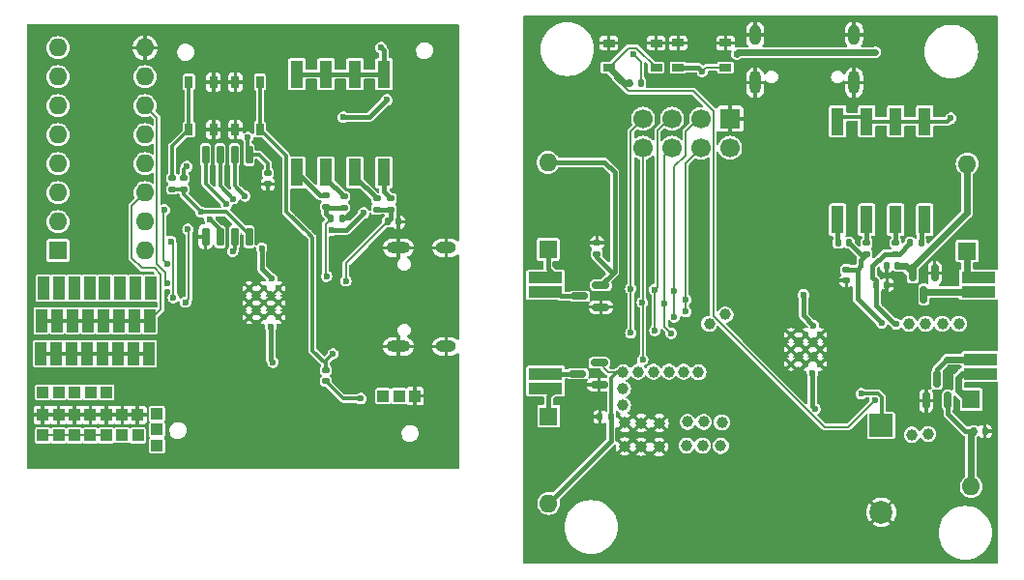
<source format=gbr>
G04 #@! TF.GenerationSoftware,KiCad,Pcbnew,7.0.5*
G04 #@! TF.CreationDate,2023-09-28T01:47:38+03:00*
G04 #@! TF.ProjectId,RP2040_minimal,52503230-3430-45f6-9d69-6e696d616c2e,REV1*
G04 #@! TF.SameCoordinates,Original*
G04 #@! TF.FileFunction,Copper,L2,Bot*
G04 #@! TF.FilePolarity,Positive*
%FSLAX46Y46*%
G04 Gerber Fmt 4.6, Leading zero omitted, Abs format (unit mm)*
G04 Created by KiCad (PCBNEW 7.0.5) date 2023-09-28 01:47:38*
%MOMM*%
%LPD*%
G01*
G04 APERTURE LIST*
G04 Aperture macros list*
%AMRoundRect*
0 Rectangle with rounded corners*
0 $1 Rounding radius*
0 $2 $3 $4 $5 $6 $7 $8 $9 X,Y pos of 4 corners*
0 Add a 4 corners polygon primitive as box body*
4,1,4,$2,$3,$4,$5,$6,$7,$8,$9,$2,$3,0*
0 Add four circle primitives for the rounded corners*
1,1,$1+$1,$2,$3*
1,1,$1+$1,$4,$5*
1,1,$1+$1,$6,$7*
1,1,$1+$1,$8,$9*
0 Add four rect primitives between the rounded corners*
20,1,$1+$1,$2,$3,$4,$5,0*
20,1,$1+$1,$4,$5,$6,$7,0*
20,1,$1+$1,$6,$7,$8,$9,0*
20,1,$1+$1,$8,$9,$2,$3,0*%
G04 Aperture macros list end*
G04 #@! TA.AperFunction,SMDPad,CuDef*
%ADD10R,1.000000X1.000000*%
G04 #@! TD*
G04 #@! TA.AperFunction,SMDPad,CuDef*
%ADD11R,1.000000X2.000000*%
G04 #@! TD*
G04 #@! TA.AperFunction,SMDPad,CuDef*
%ADD12C,1.000000*%
G04 #@! TD*
G04 #@! TA.AperFunction,ComponentPad*
%ADD13O,1.600000X1.600000*%
G04 #@! TD*
G04 #@! TA.AperFunction,ComponentPad*
%ADD14R,1.600000X1.600000*%
G04 #@! TD*
G04 #@! TA.AperFunction,SMDPad,CuDef*
%ADD15RoundRect,0.150000X0.150000X-0.650000X0.150000X0.650000X-0.150000X0.650000X-0.150000X-0.650000X0*%
G04 #@! TD*
G04 #@! TA.AperFunction,ComponentPad*
%ADD16O,1.800000X1.000000*%
G04 #@! TD*
G04 #@! TA.AperFunction,ComponentPad*
%ADD17O,2.100000X1.000000*%
G04 #@! TD*
G04 #@! TA.AperFunction,SMDPad,CuDef*
%ADD18R,1.120000X2.440000*%
G04 #@! TD*
G04 #@! TA.AperFunction,SMDPad,CuDef*
%ADD19RoundRect,0.140000X0.140000X0.170000X-0.140000X0.170000X-0.140000X-0.170000X0.140000X-0.170000X0*%
G04 #@! TD*
G04 #@! TA.AperFunction,SMDPad,CuDef*
%ADD20RoundRect,0.140000X-0.170000X0.140000X-0.170000X-0.140000X0.170000X-0.140000X0.170000X0.140000X0*%
G04 #@! TD*
G04 #@! TA.AperFunction,ComponentPad*
%ADD21C,0.600000*%
G04 #@! TD*
G04 #@! TA.AperFunction,SMDPad,CuDef*
%ADD22R,0.650000X1.050000*%
G04 #@! TD*
G04 #@! TA.AperFunction,SMDPad,CuDef*
%ADD23RoundRect,0.140000X0.170000X-0.140000X0.170000X0.140000X-0.170000X0.140000X-0.170000X-0.140000X0*%
G04 #@! TD*
G04 #@! TA.AperFunction,ComponentPad*
%ADD24R,3.000000X1.000000*%
G04 #@! TD*
G04 #@! TA.AperFunction,ComponentPad*
%ADD25C,1.700000*%
G04 #@! TD*
G04 #@! TA.AperFunction,ComponentPad*
%ADD26R,1.700000X1.700000*%
G04 #@! TD*
G04 #@! TA.AperFunction,ComponentPad*
%ADD27O,1.000000X2.100000*%
G04 #@! TD*
G04 #@! TA.AperFunction,ComponentPad*
%ADD28O,1.000000X1.800000*%
G04 #@! TD*
G04 #@! TA.AperFunction,SMDPad,CuDef*
%ADD29RoundRect,0.140000X-0.140000X-0.170000X0.140000X-0.170000X0.140000X0.170000X-0.140000X0.170000X0*%
G04 #@! TD*
G04 #@! TA.AperFunction,SMDPad,CuDef*
%ADD30RoundRect,0.150000X-0.150000X0.587500X-0.150000X-0.587500X0.150000X-0.587500X0.150000X0.587500X0*%
G04 #@! TD*
G04 #@! TA.AperFunction,SMDPad,CuDef*
%ADD31RoundRect,0.150000X0.150000X-0.587500X0.150000X0.587500X-0.150000X0.587500X-0.150000X-0.587500X0*%
G04 #@! TD*
G04 #@! TA.AperFunction,SMDPad,CuDef*
%ADD32RoundRect,0.150000X0.587500X0.150000X-0.587500X0.150000X-0.587500X-0.150000X0.587500X-0.150000X0*%
G04 #@! TD*
G04 #@! TA.AperFunction,ComponentPad*
%ADD33R,2.000000X2.000000*%
G04 #@! TD*
G04 #@! TA.AperFunction,ComponentPad*
%ADD34C,2.000000*%
G04 #@! TD*
G04 #@! TA.AperFunction,SMDPad,CuDef*
%ADD35R,1.050000X0.650000*%
G04 #@! TD*
G04 #@! TA.AperFunction,ViaPad*
%ADD36C,0.600000*%
G04 #@! TD*
G04 #@! TA.AperFunction,Conductor*
%ADD37C,0.200000*%
G04 #@! TD*
G04 #@! TA.AperFunction,Conductor*
%ADD38C,0.150000*%
G04 #@! TD*
G04 #@! TA.AperFunction,Conductor*
%ADD39C,0.300000*%
G04 #@! TD*
G04 #@! TA.AperFunction,Conductor*
%ADD40C,0.600000*%
G04 #@! TD*
G04 #@! TA.AperFunction,Conductor*
%ADD41C,0.400000*%
G04 #@! TD*
G04 APERTURE END LIST*
D10*
X62261558Y-103481558D03*
X59486558Y-103481558D03*
X60874058Y-103481558D03*
X36636558Y-105131558D03*
X37986558Y-105131558D03*
X38036558Y-106931558D03*
X36636558Y-106906558D03*
X39686558Y-105031558D03*
X39686558Y-107806558D03*
X39686558Y-106419058D03*
X33861558Y-103156558D03*
X32474058Y-103156558D03*
X29699058Y-103156558D03*
X35249058Y-103156558D03*
X31086558Y-103156558D03*
X31074058Y-106931558D03*
X29686558Y-106931558D03*
X29686558Y-105131558D03*
X35236558Y-105131558D03*
X32461558Y-106931558D03*
X35236558Y-106931558D03*
X33849058Y-106931558D03*
X32461558Y-105131558D03*
X33849058Y-105131558D03*
X31074058Y-105131558D03*
D11*
X38980954Y-99781558D03*
X29536558Y-99781558D03*
X34933357Y-99781558D03*
X36282556Y-99781558D03*
X32234959Y-99781558D03*
X30885760Y-99781558D03*
X33584158Y-99781558D03*
X37631755Y-99781558D03*
X30936558Y-96881558D03*
X32285757Y-96881558D03*
X34984155Y-96881558D03*
X36333354Y-96881558D03*
X37682553Y-96881558D03*
X33634956Y-96881558D03*
X29587356Y-96881558D03*
X39031752Y-96881558D03*
X39169747Y-94031558D03*
X35125350Y-94031558D03*
X36472548Y-94031558D03*
X33778152Y-94031558D03*
X31083756Y-94031558D03*
X37819747Y-94031558D03*
X32430954Y-94031558D03*
X29736558Y-94031558D03*
D12*
X86050000Y-107810000D03*
X89060000Y-107850000D03*
X87460000Y-107810000D03*
X83650000Y-107940000D03*
X82065000Y-107930000D03*
X80640000Y-107900000D03*
X80675000Y-105815280D03*
X82100000Y-105845280D03*
X83685000Y-105855280D03*
X88050000Y-97150000D03*
X89460000Y-96350000D03*
X105550000Y-97150000D03*
X107000000Y-97150000D03*
X108450000Y-97150000D03*
X109900000Y-97150000D03*
X86140000Y-105750000D03*
X89150000Y-105790000D03*
X87550000Y-105750000D03*
X107200000Y-106800000D03*
X105795000Y-106875280D03*
X85800000Y-101350000D03*
X80500000Y-101400000D03*
X80500000Y-104300000D03*
X83150000Y-101350000D03*
X84500000Y-101350000D03*
X81800000Y-101350000D03*
X87100000Y-101400000D03*
X80500000Y-102850000D03*
D13*
X38645000Y-90750333D03*
X38645000Y-88210333D03*
X38645000Y-85670333D03*
X38645000Y-83130333D03*
X38645000Y-80590333D03*
X38645000Y-78050333D03*
X38645000Y-75510333D03*
X38645000Y-72970333D03*
X31025000Y-72970333D03*
X31025000Y-75510333D03*
X31025000Y-78050333D03*
X31025000Y-80590333D03*
X31025000Y-83130333D03*
X31025000Y-85670333D03*
X31025000Y-88210333D03*
D14*
X31025000Y-90750333D03*
D15*
X47749000Y-82330000D03*
X46479000Y-82330000D03*
X45209000Y-82330000D03*
X43939000Y-82330000D03*
X43939000Y-89530000D03*
X45209000Y-89530000D03*
X46479000Y-89530000D03*
X47749000Y-89530000D03*
D16*
X65010000Y-90498000D03*
D17*
X60830000Y-90498000D03*
D16*
X65010000Y-99138000D03*
D17*
X60830000Y-99138000D03*
D18*
X51940000Y-83898000D03*
X54480000Y-83898000D03*
X57020000Y-83898000D03*
X59560000Y-83898000D03*
X59560000Y-75288000D03*
X57020000Y-75288000D03*
X54480000Y-75288000D03*
X51940000Y-75288000D03*
D19*
X60825000Y-88220333D03*
X59865000Y-88220333D03*
X55875000Y-87920333D03*
X54915000Y-87920333D03*
D20*
X60175000Y-86170333D03*
X60175000Y-87130333D03*
X58925000Y-86170333D03*
X58925000Y-87130333D03*
X56075000Y-86020333D03*
X56075000Y-86980333D03*
X54475000Y-85920333D03*
X54475000Y-86880333D03*
D21*
X50319750Y-96586000D03*
X49044750Y-96586000D03*
X47769750Y-96586000D03*
X50319750Y-95311000D03*
X49044750Y-95311000D03*
X47769750Y-95311000D03*
X50319750Y-94036000D03*
X49044750Y-94036000D03*
X47769750Y-94036000D03*
D22*
X46547000Y-75981000D03*
X46547000Y-80131000D03*
X48697000Y-80131000D03*
X48697000Y-75981000D03*
X44633000Y-80131000D03*
X44633000Y-75981000D03*
X42483000Y-75981000D03*
X42483000Y-80131000D03*
D20*
X42034000Y-84406000D03*
X42034000Y-85366000D03*
D23*
X41018000Y-85366000D03*
X41018000Y-84406000D03*
X54480000Y-102186000D03*
X54480000Y-101226000D03*
D20*
X49400000Y-84914000D03*
X49400000Y-83954000D03*
D21*
X95208750Y-98130280D03*
X95208750Y-99405280D03*
X95208750Y-100680280D03*
X96483750Y-98130280D03*
X96483750Y-99405280D03*
X96483750Y-100680280D03*
X97758750Y-98130280D03*
X97758750Y-99405280D03*
X97758750Y-100680280D03*
D24*
X111592500Y-94350280D03*
X111592500Y-93080280D03*
D14*
X110633750Y-90775280D03*
D13*
X110633750Y-83155280D03*
D14*
X73925000Y-90645280D03*
D13*
X73925000Y-83025280D03*
X73985000Y-112875280D03*
D14*
X73985000Y-105255280D03*
X110979000Y-103779280D03*
D13*
X110979000Y-111399280D03*
D24*
X111817500Y-101525280D03*
X111817500Y-100255280D03*
D25*
X82245000Y-81740000D03*
X82245000Y-79200000D03*
X84785000Y-81740000D03*
X84785000Y-79200000D03*
X87325000Y-81740000D03*
X87325000Y-79200000D03*
X89865000Y-81740000D03*
D26*
X89865000Y-79200000D03*
D24*
X73710000Y-93110280D03*
X73710000Y-94380280D03*
D27*
X100708750Y-76030280D03*
D28*
X100708750Y-71850280D03*
D27*
X92068750Y-76030280D03*
D28*
X92068750Y-71850280D03*
D24*
X73710000Y-101525280D03*
X73710000Y-102795280D03*
D29*
X111233000Y-106573280D03*
X112193000Y-106573280D03*
X99351000Y-90063280D03*
X100311000Y-90063280D03*
D20*
X101835000Y-90063280D03*
X101835000Y-91023280D03*
D30*
X105883750Y-92705280D03*
X107783750Y-92705280D03*
X106833750Y-94580280D03*
D20*
X104375000Y-90063280D03*
X104375000Y-91023280D03*
D31*
X108947000Y-103876280D03*
X107047000Y-103876280D03*
X107997000Y-102001280D03*
D19*
X79427000Y-105303280D03*
X78467000Y-105303280D03*
D23*
X78213000Y-91023280D03*
X78213000Y-90063280D03*
D32*
X78402500Y-100575280D03*
X78402500Y-102475280D03*
X76527500Y-101525280D03*
D33*
X103105000Y-106065280D03*
D34*
X103105000Y-113665280D03*
D19*
X106605000Y-90063280D03*
X105645000Y-90063280D03*
X104538750Y-92055280D03*
X103578750Y-92055280D03*
D35*
X89470000Y-72560280D03*
X85320000Y-72560280D03*
X89470000Y-74710280D03*
X85320000Y-74710280D03*
D18*
X99295000Y-79421280D03*
X101835000Y-79421280D03*
X104375000Y-79421280D03*
X106915000Y-79421280D03*
X106915000Y-88031280D03*
X104375000Y-88031280D03*
X101835000Y-88031280D03*
X99295000Y-88031280D03*
D32*
X78560000Y-93795280D03*
X78560000Y-95695280D03*
X76685000Y-94745280D03*
D35*
X83395000Y-72565280D03*
X79245000Y-72565280D03*
X83395000Y-74715280D03*
X79245000Y-74715280D03*
D19*
X103610000Y-93750000D03*
X102650000Y-93750000D03*
X82055000Y-76065280D03*
X81095000Y-76065280D03*
D23*
X100057000Y-93365280D03*
X100057000Y-92405280D03*
D36*
X59436558Y-103531558D03*
X60861558Y-103506558D03*
X62286558Y-103481558D03*
X38036558Y-106931558D03*
X36611558Y-106931558D03*
X36661558Y-105106558D03*
X37936558Y-105106558D03*
X39711558Y-107806558D03*
X39686558Y-106406558D03*
X39711558Y-105006558D03*
X29636558Y-103231558D03*
X31111558Y-103131558D03*
X32536558Y-103156558D03*
X33786558Y-103181558D03*
X35224058Y-103181558D03*
X35211558Y-105131558D03*
X33861558Y-105156558D03*
X32461558Y-105131558D03*
X31036558Y-105156558D03*
X29686558Y-105131558D03*
X29661558Y-106906558D03*
X31061558Y-106981558D03*
X32486558Y-106931558D03*
X33811558Y-106906558D03*
X35236558Y-106956558D03*
X37636558Y-96831558D03*
X36336558Y-96881558D03*
X34936558Y-96931558D03*
X33636558Y-96881558D03*
X32336558Y-96881558D03*
X30986558Y-96831558D03*
X29636558Y-96881558D03*
X29486558Y-99781558D03*
X30936558Y-99731558D03*
X32236558Y-99781558D03*
X33486558Y-99731558D03*
X34886558Y-99781558D03*
X36286558Y-99781558D03*
X37586558Y-99831558D03*
X39036558Y-99831558D03*
X39180955Y-94031558D03*
X37830955Y-94031558D03*
X36483756Y-94031558D03*
X35136558Y-94031558D03*
X33789360Y-94031558D03*
X32442162Y-94031558D03*
X31094964Y-94031558D03*
X29747766Y-94031558D03*
X39031755Y-96881558D03*
X40587058Y-91921558D03*
X40337058Y-87181558D03*
X42386558Y-88881558D03*
X42186558Y-95260500D03*
X40886558Y-89931558D03*
X41136558Y-94860500D03*
X40586558Y-93631558D03*
X48386558Y-72931558D03*
X81400000Y-73550000D03*
X105100000Y-113000000D03*
X85960000Y-107910000D03*
X87410000Y-107860000D03*
X89060000Y-107910000D03*
X80640000Y-107920000D03*
X82080000Y-107900000D03*
X83630000Y-107900000D03*
X83665000Y-105815280D03*
X82115000Y-105815280D03*
X80675000Y-105835280D03*
X87950000Y-97150000D03*
X89400000Y-96350000D03*
X105550000Y-97150000D03*
X107000000Y-97050000D03*
X108450000Y-97100000D03*
X109900000Y-97150000D03*
X86050000Y-105850000D03*
X87500000Y-105800000D03*
X89150000Y-105850000D03*
X105800000Y-106850000D03*
X107200000Y-106800000D03*
X80500000Y-104300000D03*
X80500000Y-102850000D03*
X80500000Y-101450000D03*
X81800000Y-101300000D03*
X83150000Y-101300000D03*
X84450000Y-101300000D03*
X85800000Y-101300000D03*
X87100000Y-101350000D03*
X56225000Y-93391500D03*
X54525000Y-92991500D03*
X59306000Y-72976000D03*
X57782000Y-87454000D03*
X54988000Y-88978000D03*
X59814000Y-77548000D03*
X56004000Y-79072000D03*
X57528000Y-103710000D03*
X47622000Y-80850000D03*
X42288000Y-83390000D03*
X47399375Y-85961375D03*
X46364375Y-86196375D03*
X45744750Y-86692000D03*
X43558000Y-87376625D03*
X46318375Y-90789625D03*
X44305375Y-87976625D03*
X41044750Y-96516000D03*
X49644720Y-97416000D03*
X48844750Y-90515994D03*
X54512015Y-105156462D03*
X55106000Y-99786000D03*
X49744750Y-93216000D03*
X49844750Y-100516000D03*
X54419750Y-103856000D03*
X61084000Y-75008000D03*
X53075000Y-82920333D03*
X60725000Y-84320333D03*
X45739750Y-103366000D03*
X52579750Y-101576000D03*
X49659750Y-104436000D03*
X55994750Y-91316000D03*
X52044750Y-87516000D03*
X46709750Y-101976000D03*
X48044750Y-86516008D03*
X53044750Y-87516000D03*
X57044750Y-96621000D03*
X41931000Y-91046000D03*
X55994750Y-90316000D03*
X49044750Y-86516000D03*
X94148750Y-106065280D03*
X108605000Y-106825280D03*
X104483750Y-100710280D03*
X93178750Y-107455280D03*
X100465000Y-79615280D03*
X103433750Y-94405280D03*
X100383750Y-87030280D03*
X106483750Y-77405280D03*
X88483750Y-100605280D03*
X96483750Y-90605280D03*
X100483750Y-91605280D03*
X93433750Y-79755280D03*
X95483750Y-90605288D03*
X92115000Y-81315280D03*
X89370000Y-95135280D03*
X99483750Y-91605280D03*
X103433750Y-95405280D03*
X100018750Y-105665280D03*
X97098750Y-108525280D03*
X107983750Y-88405280D03*
X101858750Y-107945280D03*
X87283750Y-88605280D03*
X92118750Y-112765280D03*
X90458750Y-73530280D03*
X102583750Y-73380280D03*
X109205000Y-79145280D03*
X96283750Y-94605274D03*
X97183750Y-97305280D03*
X97283750Y-104605280D03*
X97083720Y-101505280D03*
X87435000Y-75055280D03*
X82195000Y-95285280D03*
X82215000Y-100295280D03*
X85988962Y-96089242D03*
X86005000Y-95035280D03*
X84995000Y-96545280D03*
X84995000Y-94255280D03*
X81170000Y-94075280D03*
X81170000Y-97955280D03*
X84705000Y-97985280D03*
X84135000Y-95345280D03*
X83275000Y-94165280D03*
X83285000Y-97755280D03*
X103128750Y-97080780D03*
X104422666Y-97181364D03*
X101355000Y-103265280D03*
X102545000Y-103875280D03*
D37*
X40036558Y-95876755D02*
X39031755Y-96881558D01*
X38645000Y-85670333D02*
X37486558Y-86828775D01*
X40036558Y-92831558D02*
X40036558Y-95876755D01*
X39486558Y-92281558D02*
X40036558Y-92831558D01*
X37486558Y-86828775D02*
X37486558Y-91381558D01*
X37486558Y-91381558D02*
X38386558Y-92281558D01*
X38386558Y-92281558D02*
X39486558Y-92281558D01*
X40244500Y-87274116D02*
X40337058Y-87181558D01*
X40587058Y-91921558D02*
X40244500Y-91579000D01*
X40244500Y-91579000D02*
X40244500Y-87274116D01*
D38*
X39686558Y-106406558D02*
X39686558Y-106419058D01*
D37*
X35249058Y-103156558D02*
X35236558Y-103181558D01*
D38*
X29661558Y-103106558D02*
X29699058Y-103156558D01*
D37*
X32499058Y-103181558D02*
X32561558Y-103181558D01*
X32561558Y-103181558D02*
X32561558Y-103244058D01*
D38*
X31136558Y-103206558D02*
X31086558Y-103156558D01*
D37*
X32474058Y-103156558D02*
X32499058Y-103181558D01*
X32486558Y-106931558D02*
X29686558Y-106931558D01*
X33786558Y-106931558D02*
X32486558Y-106931558D01*
X33811558Y-106906558D02*
X33786558Y-106931558D01*
X33836558Y-106931558D02*
X33811558Y-106906558D01*
X35236558Y-106931558D02*
X33836558Y-106931558D01*
X35236558Y-105131558D02*
X29686558Y-105131558D01*
X42481000Y-94966058D02*
X42186558Y-95260500D01*
X42386558Y-88881558D02*
X42481000Y-88976000D01*
X42481000Y-88976000D02*
X42481000Y-94966058D01*
X39695000Y-91940000D02*
X39695000Y-79100333D01*
X40436558Y-93481558D02*
X40436558Y-92681558D01*
X40586558Y-93631558D02*
X40436558Y-93481558D01*
X39695000Y-79100333D02*
X38645000Y-78050333D01*
X40436558Y-92681558D02*
X39695000Y-91940000D01*
D39*
X37586558Y-96881558D02*
X36336558Y-96881558D01*
X37636558Y-96831558D02*
X37586558Y-96881558D01*
X37686558Y-96881558D02*
X37636558Y-96831558D01*
X36336558Y-96881558D02*
X34986558Y-96881558D01*
X34886558Y-96881558D02*
X33636558Y-96881558D01*
X34936558Y-96931558D02*
X34886558Y-96881558D01*
X34986558Y-96881558D02*
X34936558Y-96931558D01*
X33636558Y-96881558D02*
X32336558Y-96881558D01*
X32336558Y-96881558D02*
X31036558Y-96881558D01*
X30936558Y-96881558D02*
X29636558Y-96881558D01*
X30986558Y-96831558D02*
X30936558Y-96881558D01*
X31036558Y-96881558D02*
X30986558Y-96831558D01*
X29636558Y-96881558D02*
X29587356Y-96881558D01*
X29486558Y-99781558D02*
X29536558Y-99781558D01*
X30886558Y-99781558D02*
X29486558Y-99781558D01*
X30936558Y-99731558D02*
X30886558Y-99781558D01*
X30986558Y-99781558D02*
X30936558Y-99731558D01*
X32236558Y-99781558D02*
X30986558Y-99781558D01*
X33436558Y-99781558D02*
X32236558Y-99781558D01*
X33486558Y-99731558D02*
X33436558Y-99781558D01*
X33536558Y-99781558D02*
X33486558Y-99731558D01*
X34886558Y-99781558D02*
X33536558Y-99781558D01*
X36286558Y-99781558D02*
X34886558Y-99781558D01*
X37536558Y-99781558D02*
X36286558Y-99781558D01*
X37586558Y-99831558D02*
X37536558Y-99781558D01*
X37636558Y-99781558D02*
X37586558Y-99831558D01*
X39030954Y-99781558D02*
X37636558Y-99781558D01*
X39036558Y-99831558D02*
X39030954Y-99781558D01*
X38930954Y-99781558D02*
X39036558Y-99831558D01*
X38980954Y-99781558D02*
X38930954Y-99781558D01*
X39031752Y-96881558D02*
X37686558Y-96881558D01*
D37*
X31186558Y-94123152D02*
X31094964Y-94031558D01*
X29936558Y-94220350D02*
X29747766Y-94031558D01*
D39*
X37819747Y-94031558D02*
X37819747Y-94784359D01*
X32430954Y-94031558D02*
X32563792Y-94164396D01*
X39169747Y-94031558D02*
X39169747Y-94781558D01*
D37*
X41136558Y-90181558D02*
X41136558Y-94860500D01*
X40886558Y-89931558D02*
X41136558Y-90181558D01*
D38*
X84145000Y-82380000D02*
X84785000Y-81740000D01*
X84135000Y-95345280D02*
X84145000Y-95335280D01*
X84145000Y-95335280D02*
X84145000Y-82380000D01*
D39*
X56125000Y-87920333D02*
X57050000Y-86995333D01*
X55875000Y-87920333D02*
X56125000Y-87920333D01*
D37*
X57050000Y-86995333D02*
X57125000Y-86920333D01*
X55996543Y-87920333D02*
X55875000Y-87920333D01*
D39*
X42483000Y-75981000D02*
X42483000Y-80131000D01*
D37*
X56225000Y-93391500D02*
X56225000Y-91863568D01*
X59865000Y-88223568D02*
X59865000Y-88220333D01*
X56225000Y-91863568D02*
X59865000Y-88223568D01*
D40*
X110224720Y-101525280D02*
X110817500Y-101525280D01*
X109883750Y-101866250D02*
X110224720Y-101525280D01*
X109883750Y-103005280D02*
X109883750Y-101866250D01*
X110933750Y-104055280D02*
X109883750Y-103005280D01*
X108858750Y-100255280D02*
X110817500Y-100255280D01*
X107063750Y-94350280D02*
X106833750Y-94580280D01*
X110592500Y-94350280D02*
X107063750Y-94350280D01*
X110633750Y-93039030D02*
X110592500Y-93080280D01*
X110633750Y-90775280D02*
X110633750Y-93039030D01*
D39*
X79490000Y-101860000D02*
X79950000Y-101400000D01*
X79490000Y-105240280D02*
X79490000Y-101860000D01*
X79427000Y-105303280D02*
X79490000Y-105240280D01*
D37*
X79227220Y-101400000D02*
X79950000Y-101400000D01*
X79950000Y-101400000D02*
X80500000Y-101400000D01*
X78402500Y-100575280D02*
X79227220Y-101400000D01*
X81679720Y-73000000D02*
X83395000Y-74715280D01*
X80960280Y-73000000D02*
X81679720Y-73000000D01*
X79245000Y-74715280D02*
X80960280Y-73000000D01*
X87780000Y-74710280D02*
X87435000Y-75055280D01*
X89470000Y-74710280D02*
X87780000Y-74710280D01*
X82055000Y-74205000D02*
X81400000Y-73550000D01*
X82055000Y-76065280D02*
X82055000Y-74205000D01*
X103610000Y-92086530D02*
X103578750Y-92055280D01*
X103610000Y-93750000D02*
X103610000Y-92086530D01*
D38*
X82245000Y-95235280D02*
X82245000Y-81485280D01*
X82195000Y-95285280D02*
X82245000Y-95235280D01*
X81170000Y-80275000D02*
X82245000Y-79200000D01*
X81170000Y-94075280D02*
X81170000Y-80275000D01*
X83500000Y-80230280D02*
X84785000Y-78945280D01*
X83500000Y-93940280D02*
X83500000Y-80230280D01*
X83275000Y-94165280D02*
X83500000Y-93940280D01*
X86000000Y-80270280D02*
X87325000Y-78945280D01*
X86000000Y-82386016D02*
X86000000Y-80270280D01*
X84995000Y-83391016D02*
X86000000Y-82386016D01*
X84995000Y-94255280D02*
X84995000Y-83391016D01*
X85988962Y-83076038D02*
X87325000Y-81740000D01*
X86005000Y-95035280D02*
X85988962Y-95019242D01*
X85988962Y-95019242D02*
X85988962Y-83076038D01*
D37*
X54438000Y-92904500D02*
X54525000Y-92991500D01*
X54438000Y-88397333D02*
X54438000Y-92904500D01*
X54915000Y-87920333D02*
X54438000Y-88397333D01*
D41*
X60175000Y-87910333D02*
X59865000Y-88220333D01*
X60175000Y-87130333D02*
X60175000Y-87910333D01*
X58925000Y-87130333D02*
X60175000Y-87130333D01*
X54575000Y-86980333D02*
X54475000Y-86880333D01*
X56075000Y-86980333D02*
X54575000Y-86980333D01*
X54475000Y-87480333D02*
X54915000Y-87920333D01*
X54475000Y-86880333D02*
X54475000Y-87480333D01*
X59560000Y-83898000D02*
X59560000Y-85555333D01*
X59560000Y-85555333D02*
X60175000Y-86170333D01*
X57020000Y-84265333D02*
X58925000Y-86170333D01*
X57020000Y-83898000D02*
X57020000Y-84265333D01*
X54480000Y-84425333D02*
X56075000Y-86020333D01*
X54480000Y-83898000D02*
X54480000Y-84425333D01*
X53962333Y-85920333D02*
X54475000Y-85920333D01*
X51940000Y-83898000D02*
X53962333Y-85920333D01*
X59560000Y-73230000D02*
X59306000Y-72976000D01*
X59560000Y-75288000D02*
X59560000Y-73230000D01*
X59560000Y-75288000D02*
X54480000Y-75288000D01*
X51940000Y-75288000D02*
X54480000Y-75288000D01*
X56258000Y-88978000D02*
X57782000Y-87454000D01*
X54988000Y-88978000D02*
X56258000Y-88978000D01*
X58290000Y-79072000D02*
X59814000Y-77548000D01*
X56004000Y-79072000D02*
X58290000Y-79072000D01*
D39*
X52956000Y-89232000D02*
X53316000Y-89592000D01*
X52912221Y-89232000D02*
X52956000Y-89232000D01*
X50983279Y-87303058D02*
X52912221Y-89232000D01*
X50983279Y-82417279D02*
X50983279Y-87303058D01*
X53316000Y-89592000D02*
X53316000Y-99498000D01*
X48697000Y-80131000D02*
X50983279Y-82417279D01*
X53316000Y-99498000D02*
X54480000Y-100662000D01*
X54480000Y-100662000D02*
X54480000Y-100412000D01*
X54480000Y-101226000D02*
X54480000Y-100662000D01*
X56004000Y-103710000D02*
X57528000Y-103710000D01*
X54480000Y-102186000D02*
X56004000Y-103710000D01*
X47622000Y-82203000D02*
X47749000Y-82330000D01*
X47622000Y-80850000D02*
X47622000Y-82203000D01*
X42034000Y-83644000D02*
X42288000Y-83390000D01*
X42034000Y-84406000D02*
X42034000Y-83644000D01*
X49400000Y-83136000D02*
X49400000Y-83954000D01*
X48594000Y-82330000D02*
X49400000Y-83136000D01*
X47749000Y-82330000D02*
X48594000Y-82330000D01*
X48697000Y-75981000D02*
X48697000Y-80131000D01*
X41018000Y-81596000D02*
X41018000Y-84406000D01*
X42483000Y-80131000D02*
X41018000Y-81596000D01*
X54480000Y-100412000D02*
X55106000Y-99786000D01*
X41018000Y-85366000D02*
X42034000Y-85366000D01*
X42034000Y-85852625D02*
X43558000Y-87376625D01*
X45762021Y-87376625D02*
X43558000Y-87376625D01*
X42034000Y-85366000D02*
X42034000Y-85852625D01*
X46479000Y-82330000D02*
X46479000Y-85041000D01*
X46479000Y-85041000D02*
X47399375Y-85961375D01*
X45209000Y-85041000D02*
X46364375Y-86196375D01*
X45209000Y-82330000D02*
X45209000Y-85041000D01*
X43939000Y-84886250D02*
X45744750Y-86692000D01*
X43939000Y-82330000D02*
X43939000Y-84886250D01*
X47749000Y-89530000D02*
X47749000Y-89363604D01*
X47749000Y-89363604D02*
X45762021Y-87376625D01*
X46479000Y-89530000D02*
X46479000Y-90629000D01*
X46479000Y-90629000D02*
X46318375Y-90789625D01*
X45209000Y-88880250D02*
X44305375Y-87976625D01*
X45209000Y-89530000D02*
X45209000Y-88880250D01*
D41*
X48844750Y-90515994D02*
X48844750Y-92326000D01*
X49634750Y-100306000D02*
X49634750Y-97425970D01*
X49634750Y-97425970D02*
X49644720Y-97416000D01*
X49844750Y-100516000D02*
X49634750Y-100306000D01*
X48844750Y-92326000D02*
X49734750Y-93216000D01*
X49734750Y-93216000D02*
X49744750Y-93216000D01*
D39*
X108929000Y-79421280D02*
X109205000Y-79145280D01*
X104375000Y-79421280D02*
X106915000Y-79421280D01*
D40*
X90583750Y-73405280D02*
X102558750Y-73405280D01*
D39*
X99295000Y-79421280D02*
X99701000Y-79015280D01*
X106915000Y-79421280D02*
X108929000Y-79421280D01*
D38*
X101835000Y-79421280D02*
X104375000Y-79421280D01*
D40*
X90458750Y-73530280D02*
X90583750Y-73405280D01*
D39*
X99701000Y-79015280D02*
X101429000Y-79015280D01*
D40*
X102558750Y-73405280D02*
X102583750Y-73380280D01*
D39*
X101429000Y-79015280D02*
X101835000Y-79421280D01*
X106915000Y-79421280D02*
X101835000Y-79421280D01*
D41*
X97173750Y-97305280D02*
X97183750Y-97305280D01*
X96283750Y-94605274D02*
X96283750Y-96415280D01*
X96283750Y-96415280D02*
X97173750Y-97305280D01*
X97283750Y-104605280D02*
X97073750Y-104395280D01*
X97073750Y-101515250D02*
X97083720Y-101505280D01*
X97073750Y-104395280D02*
X97073750Y-101515250D01*
X87090000Y-74710280D02*
X87435000Y-75055280D01*
X85320000Y-74710280D02*
X87090000Y-74710280D01*
D40*
X104538750Y-92055280D02*
X105233750Y-92055280D01*
X110633750Y-83155280D02*
X110633750Y-87430280D01*
X105883750Y-92180280D02*
X105883750Y-92705280D01*
X105233750Y-92055280D02*
X105883750Y-92705280D01*
X110633750Y-87430280D02*
X105883750Y-92180280D01*
D41*
X79755000Y-83895280D02*
X79755000Y-92600280D01*
X78885000Y-83025280D02*
X79755000Y-83895280D01*
X79617500Y-92737780D02*
X78560000Y-93795280D01*
X79755000Y-92600280D02*
X79617500Y-92737780D01*
X73925000Y-83025280D02*
X78885000Y-83025280D01*
X78213000Y-91023280D02*
X78213000Y-91333280D01*
X78213000Y-91333280D02*
X79617500Y-92737780D01*
X73985000Y-112875280D02*
X79427000Y-107433280D01*
X79427000Y-107433280D02*
X79427000Y-105303280D01*
D40*
X110933750Y-106872530D02*
X111233000Y-106573280D01*
D41*
X108947000Y-105049280D02*
X110471000Y-106573280D01*
D40*
X110933750Y-111675280D02*
X110933750Y-106872530D01*
D41*
X108947000Y-103876280D02*
X108947000Y-105049280D01*
X110471000Y-106573280D02*
X111233000Y-106573280D01*
D38*
X82215000Y-100295280D02*
X82245000Y-100265280D01*
X82245000Y-95335280D02*
X82195000Y-95285280D01*
X82245000Y-100265280D02*
X82245000Y-95335280D01*
X85988962Y-95051318D02*
X86005000Y-95035280D01*
X85988962Y-96089242D02*
X85988962Y-95051318D01*
X84995000Y-96545280D02*
X84995000Y-94255280D01*
X81170000Y-94075280D02*
X81170000Y-97955280D01*
X84145000Y-97425280D02*
X84145000Y-95355280D01*
X84705000Y-97985280D02*
X84145000Y-97425280D01*
X84145000Y-95355280D02*
X84135000Y-95345280D01*
X83285000Y-94175280D02*
X83275000Y-94165280D01*
X83285000Y-97755280D02*
X83285000Y-94175280D01*
D41*
X100311000Y-90063280D02*
X101271000Y-91023280D01*
X100057000Y-92405280D02*
X101017000Y-92405280D01*
X101017000Y-92405280D02*
X101327000Y-92095280D01*
X101017000Y-94969030D02*
X103128750Y-97080780D01*
X101327000Y-92095280D02*
X101327000Y-91531280D01*
X101017000Y-92405280D02*
X101017000Y-94969030D01*
X101327000Y-91531280D02*
X101835000Y-91023280D01*
X101271000Y-91023280D02*
X101835000Y-91023280D01*
X102653000Y-93365280D02*
X102653000Y-95543769D01*
X104375000Y-91023280D02*
X103415000Y-91023280D01*
X102653000Y-95543769D02*
X104290595Y-97181364D01*
X104685000Y-91023280D02*
X104375000Y-91023280D01*
X102343000Y-92095280D02*
X102343000Y-93055280D01*
X105645000Y-90063280D02*
X104685000Y-91023280D01*
X102343000Y-93055280D02*
X102653000Y-93365280D01*
X103415000Y-91023280D02*
X102343000Y-92095280D01*
X104290595Y-97181364D02*
X104422666Y-97181364D01*
D39*
X103145000Y-103626751D02*
X102783529Y-103265280D01*
X103145000Y-106025280D02*
X103145000Y-103626751D01*
X102783529Y-103265280D02*
X101355000Y-103265280D01*
X103105000Y-106065280D02*
X103145000Y-106025280D01*
D38*
X79800000Y-75620280D02*
X79800000Y-75270280D01*
D40*
X81095000Y-76065280D02*
X80595000Y-76065280D01*
D38*
X80965000Y-76785280D02*
X79800000Y-75620280D01*
D40*
X79800000Y-75270280D02*
X79245000Y-74715280D01*
D38*
X88400000Y-96463993D02*
X88400000Y-78500000D01*
X100236213Y-106190280D02*
X98126287Y-106190280D01*
X102545000Y-103881493D02*
X100236213Y-106190280D01*
X86685280Y-76785280D02*
X80965000Y-76785280D01*
X88400000Y-78500000D02*
X86685280Y-76785280D01*
D40*
X80595000Y-76065280D02*
X79800000Y-75270280D01*
D38*
X102545000Y-103875280D02*
X102545000Y-103881493D01*
X98126287Y-106190280D02*
X88400000Y-96463993D01*
D41*
X76527500Y-101525280D02*
X74710000Y-101525280D01*
X101835000Y-90063280D02*
X101835000Y-88031280D01*
X104375000Y-90063280D02*
X104375000Y-88031280D01*
X106605000Y-90063280D02*
X106605000Y-88341280D01*
X106605000Y-88341280D02*
X106915000Y-88031280D01*
X99295000Y-90063280D02*
X99295000Y-88031280D01*
X76685000Y-94745280D02*
X75075000Y-94745280D01*
X75075000Y-94745280D02*
X74710000Y-94380280D01*
X107997000Y-102001280D02*
X107997000Y-101117030D01*
X107997000Y-101117030D02*
X108858750Y-100255280D01*
X73985000Y-103520280D02*
X74710000Y-102795280D01*
X73985000Y-105255280D02*
X73985000Y-103520280D01*
X73925000Y-92325280D02*
X74710000Y-93110280D01*
X73925000Y-90645280D02*
X73925000Y-92325280D01*
G04 #@! TA.AperFunction,Conductor*
G36*
X66086691Y-70929407D02*
G01*
X66122655Y-70978907D01*
X66127500Y-71009500D01*
X66127499Y-89845122D01*
X66108592Y-89903313D01*
X66059092Y-89939277D01*
X65997906Y-89939277D01*
X65958495Y-89915125D01*
X65911949Y-89868578D01*
X65911945Y-89868574D01*
X65759302Y-89772663D01*
X65589149Y-89713124D01*
X65589145Y-89713123D01*
X65454918Y-89698000D01*
X65160001Y-89698000D01*
X65159999Y-89698001D01*
X65159999Y-90198000D01*
X64860000Y-90198000D01*
X64860000Y-89698001D01*
X64859999Y-89698000D01*
X64565081Y-89698000D01*
X64430854Y-89713123D01*
X64430850Y-89713124D01*
X64260697Y-89772663D01*
X64108055Y-89868574D01*
X63980574Y-89996055D01*
X63884663Y-90148697D01*
X63825122Y-90318855D01*
X63825122Y-90318857D01*
X63821838Y-90347999D01*
X63821839Y-90348000D01*
X64347343Y-90348000D01*
X64336799Y-90361962D01*
X64306105Y-90469840D01*
X64316454Y-90581521D01*
X64349557Y-90648000D01*
X63821839Y-90648000D01*
X63825122Y-90677142D01*
X63825122Y-90677144D01*
X63884663Y-90847302D01*
X63980574Y-90999944D01*
X64108055Y-91127425D01*
X64108054Y-91127425D01*
X64260697Y-91223336D01*
X64430850Y-91282875D01*
X64430854Y-91282876D01*
X64565081Y-91297999D01*
X64565084Y-91298000D01*
X64859999Y-91298000D01*
X64860000Y-91297999D01*
X64860000Y-90798000D01*
X65159999Y-90798000D01*
X65159999Y-91297999D01*
X65160001Y-91298000D01*
X65454916Y-91298000D01*
X65454918Y-91297999D01*
X65589145Y-91282876D01*
X65589149Y-91282875D01*
X65759302Y-91223336D01*
X65911944Y-91127425D01*
X65958496Y-91080874D01*
X66013013Y-91053097D01*
X66073445Y-91062668D01*
X66116710Y-91105933D01*
X66127500Y-91150878D01*
X66127500Y-98485122D01*
X66108593Y-98543313D01*
X66059093Y-98579277D01*
X65997907Y-98579277D01*
X65958496Y-98555126D01*
X65911944Y-98508574D01*
X65911945Y-98508574D01*
X65759302Y-98412663D01*
X65589149Y-98353124D01*
X65589145Y-98353123D01*
X65454918Y-98338000D01*
X65160001Y-98338000D01*
X65159999Y-98338001D01*
X65159999Y-98838000D01*
X64860000Y-98838000D01*
X64860000Y-98338001D01*
X64859999Y-98338000D01*
X64565081Y-98338000D01*
X64430854Y-98353123D01*
X64430850Y-98353124D01*
X64260697Y-98412663D01*
X64108055Y-98508574D01*
X63980574Y-98636055D01*
X63884663Y-98788697D01*
X63825122Y-98958855D01*
X63825122Y-98958857D01*
X63821838Y-98987999D01*
X63821839Y-98988000D01*
X64347343Y-98988000D01*
X64336799Y-99001962D01*
X64306105Y-99109840D01*
X64316454Y-99221521D01*
X64349557Y-99288000D01*
X63821839Y-99288000D01*
X63825122Y-99317142D01*
X63825122Y-99317144D01*
X63884663Y-99487302D01*
X63980574Y-99639944D01*
X64108055Y-99767425D01*
X64108054Y-99767425D01*
X64260697Y-99863336D01*
X64430850Y-99922875D01*
X64430854Y-99922876D01*
X64565081Y-99937999D01*
X64565084Y-99938000D01*
X64859999Y-99938000D01*
X64860000Y-99937999D01*
X64860000Y-99438000D01*
X65159999Y-99438000D01*
X65159999Y-99937998D01*
X65160001Y-99938000D01*
X65454916Y-99938000D01*
X65454918Y-99937999D01*
X65589145Y-99922876D01*
X65589149Y-99922875D01*
X65759302Y-99863336D01*
X65911944Y-99767425D01*
X65958496Y-99720874D01*
X66013013Y-99693097D01*
X66073445Y-99702668D01*
X66116710Y-99745933D01*
X66127500Y-99790878D01*
X66127500Y-109790500D01*
X66108593Y-109848691D01*
X66059093Y-109884655D01*
X66028500Y-109889500D01*
X28377500Y-109889500D01*
X28319309Y-109870593D01*
X28283345Y-109821093D01*
X28278500Y-109790500D01*
X28278500Y-108326304D01*
X38986058Y-108326304D01*
X38986059Y-108326316D01*
X38997690Y-108384785D01*
X38997691Y-108384789D01*
X39042006Y-108451110D01*
X39108327Y-108495425D01*
X39152789Y-108504269D01*
X39166799Y-108507056D01*
X39166804Y-108507056D01*
X39166810Y-108507058D01*
X39166811Y-108507058D01*
X40206305Y-108507058D01*
X40206306Y-108507058D01*
X40264789Y-108495425D01*
X40331110Y-108451110D01*
X40375425Y-108384789D01*
X40387058Y-108326306D01*
X40387058Y-107286810D01*
X40375425Y-107228327D01*
X40334987Y-107167809D01*
X40318379Y-107108922D01*
X40334988Y-107057806D01*
X40335339Y-107057281D01*
X40375425Y-106997289D01*
X40387058Y-106938806D01*
X40387058Y-106547931D01*
X40771668Y-106547931D01*
X40802133Y-106720707D01*
X40871622Y-106881802D01*
X40871623Y-106881804D01*
X40976389Y-107022529D01*
X40976391Y-107022531D01*
X41110783Y-107135300D01*
X41110784Y-107135300D01*
X41110786Y-107135302D01*
X41267567Y-107214040D01*
X41267572Y-107214041D01*
X41267576Y-107214043D01*
X41438277Y-107254500D01*
X41438279Y-107254500D01*
X41569704Y-107254500D01*
X41569709Y-107254500D01*
X41700255Y-107239241D01*
X41865117Y-107179237D01*
X42011696Y-107082830D01*
X42132092Y-106955218D01*
X42219812Y-106803281D01*
X42220216Y-106801931D01*
X61091668Y-106801931D01*
X61122133Y-106974707D01*
X61191622Y-107135802D01*
X61191623Y-107135804D01*
X61296389Y-107276529D01*
X61296391Y-107276531D01*
X61430783Y-107389300D01*
X61430784Y-107389300D01*
X61430786Y-107389302D01*
X61587567Y-107468040D01*
X61587572Y-107468041D01*
X61587576Y-107468043D01*
X61758277Y-107508500D01*
X61758279Y-107508500D01*
X61889704Y-107508500D01*
X61889709Y-107508500D01*
X62020255Y-107493241D01*
X62185117Y-107433237D01*
X62331696Y-107336830D01*
X62452092Y-107209218D01*
X62539812Y-107057281D01*
X62590130Y-106889210D01*
X62600331Y-106714065D01*
X62586427Y-106635213D01*
X62569866Y-106541292D01*
X62534830Y-106460068D01*
X62500377Y-106380196D01*
X62395610Y-106239470D01*
X62395608Y-106239468D01*
X62261216Y-106126699D01*
X62260212Y-106126195D01*
X62104433Y-106047960D01*
X62104429Y-106047959D01*
X62104423Y-106047956D01*
X61933723Y-106007500D01*
X61933721Y-106007500D01*
X61802291Y-106007500D01*
X61671745Y-106022759D01*
X61671742Y-106022759D01*
X61671741Y-106022760D01*
X61506883Y-106082762D01*
X61360306Y-106179168D01*
X61360303Y-106179170D01*
X61239909Y-106306780D01*
X61239908Y-106306780D01*
X61152188Y-106458719D01*
X61101870Y-106626786D01*
X61101869Y-106626793D01*
X61091668Y-106801931D01*
X42220216Y-106801931D01*
X42270130Y-106635210D01*
X42280331Y-106460065D01*
X42271820Y-106411799D01*
X42249866Y-106287292D01*
X42249743Y-106287006D01*
X42180377Y-106126196D01*
X42075610Y-105985470D01*
X42075608Y-105985468D01*
X41941216Y-105872699D01*
X41940530Y-105872354D01*
X41784433Y-105793960D01*
X41784429Y-105793959D01*
X41784423Y-105793956D01*
X41613723Y-105753500D01*
X41613721Y-105753500D01*
X41482291Y-105753500D01*
X41351745Y-105768759D01*
X41351742Y-105768759D01*
X41351741Y-105768760D01*
X41186883Y-105828762D01*
X41040306Y-105925168D01*
X41040303Y-105925170D01*
X40919909Y-106052780D01*
X40919908Y-106052780D01*
X40832188Y-106204719D01*
X40781870Y-106372786D01*
X40781869Y-106372793D01*
X40771668Y-106547931D01*
X40387058Y-106547931D01*
X40387058Y-105899310D01*
X40375425Y-105840827D01*
X40334987Y-105780309D01*
X40318379Y-105721422D01*
X40334988Y-105670306D01*
X40375425Y-105609789D01*
X40387058Y-105551306D01*
X40387058Y-104511810D01*
X40375425Y-104453327D01*
X40331110Y-104387006D01*
X40321336Y-104380475D01*
X40264791Y-104342692D01*
X40264789Y-104342691D01*
X40264786Y-104342690D01*
X40264785Y-104342690D01*
X40206316Y-104331059D01*
X40206306Y-104331058D01*
X39166810Y-104331058D01*
X39166809Y-104331058D01*
X39166799Y-104331059D01*
X39108330Y-104342690D01*
X39108324Y-104342692D01*
X39042009Y-104387003D01*
X39042003Y-104387009D01*
X38997692Y-104453324D01*
X38997690Y-104453330D01*
X38986059Y-104511799D01*
X38986058Y-104511811D01*
X38986058Y-105551304D01*
X38986059Y-105551316D01*
X38997690Y-105609785D01*
X38997691Y-105609789D01*
X39013900Y-105634047D01*
X39038128Y-105670307D01*
X39054736Y-105729195D01*
X39038128Y-105780309D01*
X38997692Y-105840825D01*
X38997690Y-105840830D01*
X38986059Y-105899299D01*
X38986058Y-105899311D01*
X38986058Y-106938804D01*
X38986059Y-106938816D01*
X38997690Y-106997285D01*
X38997691Y-106997289D01*
X39013900Y-107021547D01*
X39038128Y-107057807D01*
X39054736Y-107116695D01*
X39038128Y-107167809D01*
X38997692Y-107228325D01*
X38997690Y-107228330D01*
X38986059Y-107286799D01*
X38986058Y-107286811D01*
X38986058Y-108326304D01*
X28278500Y-108326304D01*
X28278500Y-107451304D01*
X28986058Y-107451304D01*
X28986059Y-107451316D01*
X28997690Y-107509785D01*
X28997692Y-107509791D01*
X29042003Y-107576106D01*
X29042006Y-107576110D01*
X29108327Y-107620425D01*
X29152789Y-107629269D01*
X29166799Y-107632056D01*
X29166804Y-107632056D01*
X29166810Y-107632058D01*
X29166811Y-107632058D01*
X30206305Y-107632058D01*
X30206306Y-107632058D01*
X30264789Y-107620425D01*
X30325307Y-107579986D01*
X30384192Y-107563379D01*
X30435309Y-107579988D01*
X30458409Y-107595423D01*
X30495827Y-107620425D01*
X30540289Y-107629269D01*
X30554299Y-107632056D01*
X30554304Y-107632056D01*
X30554310Y-107632058D01*
X30554311Y-107632058D01*
X31593805Y-107632058D01*
X31593806Y-107632058D01*
X31652289Y-107620425D01*
X31712806Y-107579987D01*
X31771694Y-107563379D01*
X31822809Y-107579987D01*
X31883327Y-107620425D01*
X31927789Y-107629269D01*
X31941799Y-107632056D01*
X31941804Y-107632056D01*
X31941810Y-107632058D01*
X31941811Y-107632058D01*
X32981305Y-107632058D01*
X32981306Y-107632058D01*
X33039789Y-107620425D01*
X33100306Y-107579987D01*
X33159194Y-107563379D01*
X33210309Y-107579987D01*
X33270827Y-107620425D01*
X33315289Y-107629269D01*
X33329299Y-107632056D01*
X33329304Y-107632056D01*
X33329310Y-107632058D01*
X33329311Y-107632058D01*
X34368805Y-107632058D01*
X34368806Y-107632058D01*
X34427289Y-107620425D01*
X34487806Y-107579987D01*
X34546694Y-107563379D01*
X34597809Y-107579987D01*
X34658327Y-107620425D01*
X34702789Y-107629269D01*
X34716799Y-107632056D01*
X34716804Y-107632056D01*
X34716810Y-107632058D01*
X34716811Y-107632058D01*
X35756305Y-107632058D01*
X35756306Y-107632058D01*
X35814789Y-107620425D01*
X35881110Y-107576110D01*
X35881116Y-107576100D01*
X35883060Y-107574158D01*
X35887152Y-107572072D01*
X35889217Y-107570693D01*
X35889380Y-107570937D01*
X35937575Y-107546378D01*
X35998008Y-107555946D01*
X36008053Y-107561832D01*
X36058327Y-107595425D01*
X36102789Y-107604269D01*
X36116799Y-107607056D01*
X36116804Y-107607056D01*
X36116810Y-107607058D01*
X36116811Y-107607058D01*
X37156305Y-107607058D01*
X37156306Y-107607058D01*
X37214789Y-107595425D01*
X37265046Y-107561843D01*
X37323931Y-107545234D01*
X37381335Y-107566410D01*
X37390051Y-107574154D01*
X37392003Y-107576106D01*
X37392006Y-107576110D01*
X37458327Y-107620425D01*
X37502789Y-107629269D01*
X37516799Y-107632056D01*
X37516804Y-107632056D01*
X37516810Y-107632058D01*
X37516811Y-107632058D01*
X38556305Y-107632058D01*
X38556306Y-107632058D01*
X38614789Y-107620425D01*
X38681110Y-107576110D01*
X38725425Y-107509789D01*
X38737058Y-107451306D01*
X38737058Y-106411810D01*
X38725425Y-106353327D01*
X38681110Y-106287006D01*
X38681106Y-106287003D01*
X38614791Y-106242692D01*
X38614789Y-106242691D01*
X38614786Y-106242690D01*
X38614785Y-106242690D01*
X38556316Y-106231059D01*
X38556306Y-106231058D01*
X37516810Y-106231058D01*
X37516809Y-106231058D01*
X37516799Y-106231059D01*
X37458330Y-106242690D01*
X37458324Y-106242692D01*
X37408070Y-106276272D01*
X37349182Y-106292881D01*
X37291778Y-106271704D01*
X37283064Y-106263961D01*
X37281112Y-106262009D01*
X37281110Y-106262006D01*
X37281106Y-106262003D01*
X37214791Y-106217692D01*
X37214789Y-106217691D01*
X37214786Y-106217690D01*
X37214785Y-106217690D01*
X37156316Y-106206059D01*
X37156306Y-106206058D01*
X36116810Y-106206058D01*
X36116809Y-106206058D01*
X36116799Y-106206059D01*
X36058330Y-106217690D01*
X36058324Y-106217692D01*
X35992006Y-106262005D01*
X35990047Y-106263965D01*
X35985952Y-106266050D01*
X35983899Y-106267423D01*
X35983736Y-106267179D01*
X35935528Y-106291739D01*
X35875097Y-106282164D01*
X35865057Y-106276280D01*
X35814789Y-106242691D01*
X35814786Y-106242690D01*
X35814785Y-106242690D01*
X35756316Y-106231059D01*
X35756306Y-106231058D01*
X34716810Y-106231058D01*
X34716809Y-106231058D01*
X34716799Y-106231059D01*
X34658330Y-106242690D01*
X34658325Y-106242692D01*
X34597809Y-106283128D01*
X34538921Y-106299736D01*
X34487807Y-106283128D01*
X34427290Y-106242692D01*
X34427291Y-106242692D01*
X34427289Y-106242691D01*
X34427286Y-106242690D01*
X34427285Y-106242690D01*
X34368816Y-106231059D01*
X34368806Y-106231058D01*
X33329310Y-106231058D01*
X33329309Y-106231058D01*
X33329299Y-106231059D01*
X33270830Y-106242690D01*
X33270825Y-106242692D01*
X33210309Y-106283128D01*
X33151421Y-106299736D01*
X33100307Y-106283128D01*
X33039790Y-106242692D01*
X33039791Y-106242692D01*
X33039789Y-106242691D01*
X33039786Y-106242690D01*
X33039785Y-106242690D01*
X32981316Y-106231059D01*
X32981306Y-106231058D01*
X31941810Y-106231058D01*
X31941809Y-106231058D01*
X31941799Y-106231059D01*
X31883330Y-106242690D01*
X31883325Y-106242692D01*
X31822809Y-106283128D01*
X31763921Y-106299736D01*
X31712807Y-106283128D01*
X31652290Y-106242692D01*
X31652291Y-106242692D01*
X31652289Y-106242691D01*
X31652286Y-106242690D01*
X31652285Y-106242690D01*
X31593816Y-106231059D01*
X31593806Y-106231058D01*
X30554310Y-106231058D01*
X30554309Y-106231058D01*
X30554299Y-106231059D01*
X30495830Y-106242690D01*
X30495825Y-106242692D01*
X30435308Y-106283128D01*
X30376420Y-106299736D01*
X30325305Y-106283127D01*
X30264791Y-106242692D01*
X30264789Y-106242691D01*
X30264786Y-106242690D01*
X30264785Y-106242690D01*
X30206316Y-106231059D01*
X30206306Y-106231058D01*
X29166810Y-106231058D01*
X29166809Y-106231058D01*
X29166799Y-106231059D01*
X29108330Y-106242690D01*
X29108324Y-106242692D01*
X29042009Y-106287003D01*
X29042003Y-106287009D01*
X28997692Y-106353324D01*
X28997690Y-106353330D01*
X28986059Y-106411799D01*
X28986058Y-106411811D01*
X28986058Y-107451304D01*
X28278500Y-107451304D01*
X28278500Y-105281558D01*
X28886559Y-105281558D01*
X28886559Y-105676349D01*
X28889467Y-105701432D01*
X28934771Y-105804035D01*
X29014080Y-105883344D01*
X29116685Y-105928648D01*
X29141761Y-105931557D01*
X29536556Y-105931557D01*
X29536558Y-105931556D01*
X29836558Y-105931556D01*
X29836559Y-105931557D01*
X30231348Y-105931557D01*
X30231349Y-105931556D01*
X30256432Y-105928648D01*
X30340320Y-105891608D01*
X30401189Y-105885400D01*
X30420296Y-105891608D01*
X30504185Y-105928648D01*
X30529261Y-105931557D01*
X30924056Y-105931557D01*
X30924058Y-105931556D01*
X31224058Y-105931556D01*
X31224059Y-105931557D01*
X31618848Y-105931557D01*
X31618849Y-105931556D01*
X31643932Y-105928648D01*
X31643934Y-105928647D01*
X31727818Y-105891609D01*
X31788688Y-105885400D01*
X31807794Y-105891608D01*
X31891683Y-105928647D01*
X31891685Y-105928648D01*
X31916761Y-105931557D01*
X32311556Y-105931557D01*
X32311558Y-105931556D01*
X32611557Y-105931556D01*
X32611559Y-105931557D01*
X33006348Y-105931557D01*
X33006349Y-105931556D01*
X33031432Y-105928648D01*
X33115320Y-105891608D01*
X33176189Y-105885400D01*
X33195296Y-105891608D01*
X33279185Y-105928648D01*
X33304261Y-105931557D01*
X33699056Y-105931557D01*
X33699058Y-105931556D01*
X33999058Y-105931556D01*
X33999059Y-105931557D01*
X34393848Y-105931557D01*
X34393849Y-105931556D01*
X34418932Y-105928648D01*
X34418934Y-105928647D01*
X34502818Y-105891609D01*
X34563688Y-105885400D01*
X34582794Y-105891608D01*
X34666683Y-105928647D01*
X34666685Y-105928648D01*
X34691761Y-105931557D01*
X35086556Y-105931557D01*
X35086558Y-105931556D01*
X35386558Y-105931556D01*
X35386559Y-105931557D01*
X35781348Y-105931557D01*
X35781349Y-105931556D01*
X35806432Y-105928648D01*
X35806437Y-105928646D01*
X35896570Y-105888849D01*
X35957439Y-105882640D01*
X35976546Y-105888848D01*
X36066685Y-105928648D01*
X36091761Y-105931557D01*
X36486556Y-105931557D01*
X36486558Y-105931556D01*
X36786558Y-105931556D01*
X36786559Y-105931557D01*
X37181348Y-105931557D01*
X37181349Y-105931556D01*
X37206432Y-105928648D01*
X37271570Y-105899887D01*
X37332439Y-105893679D01*
X37351546Y-105899887D01*
X37416685Y-105928648D01*
X37441761Y-105931557D01*
X37836556Y-105931557D01*
X37836558Y-105931556D01*
X38136558Y-105931556D01*
X38136559Y-105931557D01*
X38531348Y-105931557D01*
X38531349Y-105931556D01*
X38556432Y-105928648D01*
X38659035Y-105883344D01*
X38738344Y-105804035D01*
X38783648Y-105701430D01*
X38786557Y-105676355D01*
X38786558Y-105676353D01*
X38786558Y-105281559D01*
X38786557Y-105281558D01*
X38136559Y-105281558D01*
X38136558Y-105281559D01*
X38136558Y-105931556D01*
X37836558Y-105931556D01*
X37836558Y-105281559D01*
X37836557Y-105281558D01*
X36786559Y-105281558D01*
X36786558Y-105281559D01*
X36786558Y-105931556D01*
X36486558Y-105931556D01*
X36486558Y-105281559D01*
X36486557Y-105281558D01*
X35386559Y-105281558D01*
X35386558Y-105281559D01*
X35386558Y-105931556D01*
X35086558Y-105931556D01*
X35086558Y-105281559D01*
X35086557Y-105281558D01*
X33999059Y-105281558D01*
X33999058Y-105281559D01*
X33999058Y-105931556D01*
X33699058Y-105931556D01*
X33699058Y-105281559D01*
X33699057Y-105281558D01*
X32611559Y-105281558D01*
X32611557Y-105281559D01*
X32611557Y-105931556D01*
X32311558Y-105931556D01*
X32311558Y-105281559D01*
X32311557Y-105281558D01*
X31224059Y-105281558D01*
X31224058Y-105281559D01*
X31224058Y-105931556D01*
X30924058Y-105931556D01*
X30924058Y-105281559D01*
X30924057Y-105281558D01*
X29836559Y-105281558D01*
X29836558Y-105281559D01*
X29836558Y-105931556D01*
X29536558Y-105931556D01*
X29536558Y-105281559D01*
X29536557Y-105281558D01*
X28886559Y-105281558D01*
X28278500Y-105281558D01*
X28278500Y-104981557D01*
X28886558Y-104981557D01*
X28886559Y-104981558D01*
X29536557Y-104981558D01*
X29536558Y-104981557D01*
X29836558Y-104981557D01*
X29836559Y-104981558D01*
X30924057Y-104981558D01*
X30924058Y-104981556D01*
X30924058Y-104331559D01*
X30924057Y-104331558D01*
X31224058Y-104331558D01*
X31224058Y-104981557D01*
X31224059Y-104981558D01*
X32311557Y-104981558D01*
X32311558Y-104981557D01*
X32611557Y-104981557D01*
X32611559Y-104981558D01*
X33699057Y-104981558D01*
X33699058Y-104981557D01*
X33999058Y-104981557D01*
X33999059Y-104981558D01*
X35086557Y-104981558D01*
X35086558Y-104981556D01*
X35086558Y-104331559D01*
X35086557Y-104331558D01*
X35386558Y-104331558D01*
X35386558Y-104981557D01*
X35386559Y-104981558D01*
X36486557Y-104981558D01*
X36486558Y-104981557D01*
X36786558Y-104981557D01*
X36786559Y-104981558D01*
X37836557Y-104981558D01*
X37836558Y-104981557D01*
X38136558Y-104981557D01*
X38136559Y-104981558D01*
X38786556Y-104981558D01*
X38786557Y-104981557D01*
X38786557Y-104586768D01*
X38786556Y-104586766D01*
X38783648Y-104561683D01*
X38738344Y-104459080D01*
X38659035Y-104379771D01*
X38556430Y-104334467D01*
X38531355Y-104331558D01*
X38136559Y-104331558D01*
X38136558Y-104331559D01*
X38136558Y-104981557D01*
X37836558Y-104981557D01*
X37836558Y-104331559D01*
X37836557Y-104331558D01*
X37441768Y-104331558D01*
X37441765Y-104331559D01*
X37416683Y-104334467D01*
X37416680Y-104334468D01*
X37351544Y-104363228D01*
X37290674Y-104369435D01*
X37271570Y-104363228D01*
X37206433Y-104334468D01*
X37206430Y-104334467D01*
X37181355Y-104331558D01*
X36786559Y-104331558D01*
X36786558Y-104331559D01*
X36786558Y-104981557D01*
X36486558Y-104981557D01*
X36486558Y-104331559D01*
X36486557Y-104331558D01*
X36091768Y-104331558D01*
X36091765Y-104331559D01*
X36066683Y-104334467D01*
X36066681Y-104334468D01*
X35976544Y-104374267D01*
X35915675Y-104380475D01*
X35896569Y-104374267D01*
X35806430Y-104334467D01*
X35781355Y-104331558D01*
X35386558Y-104331558D01*
X35086557Y-104331558D01*
X34691768Y-104331558D01*
X34691765Y-104331559D01*
X34666683Y-104334467D01*
X34666681Y-104334468D01*
X34582794Y-104371507D01*
X34521924Y-104377714D01*
X34502820Y-104371507D01*
X34418933Y-104334468D01*
X34418930Y-104334467D01*
X34393855Y-104331558D01*
X33999059Y-104331558D01*
X33999058Y-104331559D01*
X33999058Y-104981557D01*
X33699058Y-104981557D01*
X33699058Y-104331559D01*
X33699057Y-104331558D01*
X33304268Y-104331558D01*
X33304265Y-104331559D01*
X33279183Y-104334467D01*
X33279181Y-104334468D01*
X33195294Y-104371507D01*
X33134424Y-104377714D01*
X33115320Y-104371507D01*
X33031433Y-104334468D01*
X33031430Y-104334467D01*
X33006355Y-104331558D01*
X32611559Y-104331558D01*
X32611557Y-104331559D01*
X32611557Y-104981557D01*
X32311558Y-104981557D01*
X32311558Y-104331559D01*
X32311557Y-104331558D01*
X31916768Y-104331558D01*
X31916765Y-104331559D01*
X31891683Y-104334467D01*
X31891681Y-104334468D01*
X31807794Y-104371507D01*
X31746924Y-104377714D01*
X31727820Y-104371507D01*
X31643933Y-104334468D01*
X31643930Y-104334467D01*
X31618855Y-104331558D01*
X31224058Y-104331558D01*
X30924057Y-104331558D01*
X30529268Y-104331558D01*
X30529265Y-104331559D01*
X30504183Y-104334467D01*
X30504181Y-104334468D01*
X30420294Y-104371507D01*
X30359424Y-104377714D01*
X30340320Y-104371507D01*
X30256433Y-104334468D01*
X30256430Y-104334467D01*
X30231355Y-104331558D01*
X29836559Y-104331558D01*
X29836558Y-104331559D01*
X29836558Y-104981557D01*
X29536558Y-104981557D01*
X29536558Y-104331559D01*
X29536557Y-104331558D01*
X29141768Y-104331558D01*
X29141765Y-104331559D01*
X29116683Y-104334467D01*
X29014080Y-104379771D01*
X28934771Y-104459080D01*
X28889467Y-104561685D01*
X28886558Y-104586760D01*
X28886558Y-104981557D01*
X28278500Y-104981557D01*
X28278500Y-103676304D01*
X28998558Y-103676304D01*
X28998559Y-103676316D01*
X29010190Y-103734785D01*
X29010191Y-103734789D01*
X29054506Y-103801110D01*
X29120827Y-103845425D01*
X29165289Y-103854269D01*
X29179299Y-103857056D01*
X29179304Y-103857056D01*
X29179310Y-103857058D01*
X29179311Y-103857058D01*
X30218805Y-103857058D01*
X30218806Y-103857058D01*
X30277289Y-103845425D01*
X30337806Y-103804987D01*
X30396694Y-103788379D01*
X30447809Y-103804987D01*
X30508327Y-103845425D01*
X30552789Y-103854269D01*
X30566799Y-103857056D01*
X30566804Y-103857056D01*
X30566810Y-103857058D01*
X30566811Y-103857058D01*
X31606305Y-103857058D01*
X31606306Y-103857058D01*
X31664789Y-103845425D01*
X31725306Y-103804987D01*
X31784194Y-103788379D01*
X31835309Y-103804987D01*
X31895827Y-103845425D01*
X31940289Y-103854269D01*
X31954299Y-103857056D01*
X31954304Y-103857056D01*
X31954310Y-103857058D01*
X31954311Y-103857058D01*
X32993805Y-103857058D01*
X32993806Y-103857058D01*
X33052289Y-103845425D01*
X33112807Y-103804986D01*
X33171692Y-103788379D01*
X33222809Y-103804988D01*
X33283324Y-103845423D01*
X33283327Y-103845425D01*
X33327789Y-103854269D01*
X33341799Y-103857056D01*
X33341804Y-103857056D01*
X33341810Y-103857058D01*
X33341811Y-103857058D01*
X34381305Y-103857058D01*
X34381306Y-103857058D01*
X34439789Y-103845425D01*
X34500306Y-103804987D01*
X34559194Y-103788379D01*
X34610309Y-103804987D01*
X34670827Y-103845425D01*
X34715289Y-103854269D01*
X34729299Y-103857056D01*
X34729304Y-103857056D01*
X34729310Y-103857058D01*
X34729311Y-103857058D01*
X35768805Y-103857058D01*
X35768806Y-103857058D01*
X35827289Y-103845425D01*
X35893610Y-103801110D01*
X35937925Y-103734789D01*
X35949558Y-103676306D01*
X35949558Y-102636810D01*
X35937925Y-102578327D01*
X35893610Y-102512006D01*
X35893606Y-102512003D01*
X35827291Y-102467692D01*
X35827289Y-102467691D01*
X35827286Y-102467690D01*
X35827285Y-102467690D01*
X35768816Y-102456059D01*
X35768806Y-102456058D01*
X34729310Y-102456058D01*
X34729309Y-102456058D01*
X34729299Y-102456059D01*
X34670830Y-102467690D01*
X34670825Y-102467692D01*
X34610309Y-102508128D01*
X34551421Y-102524736D01*
X34500307Y-102508128D01*
X34439790Y-102467692D01*
X34439791Y-102467692D01*
X34439789Y-102467691D01*
X34439786Y-102467690D01*
X34439785Y-102467690D01*
X34381316Y-102456059D01*
X34381306Y-102456058D01*
X33341810Y-102456058D01*
X33341809Y-102456058D01*
X33341799Y-102456059D01*
X33283330Y-102467690D01*
X33283325Y-102467692D01*
X33222808Y-102508128D01*
X33163920Y-102524736D01*
X33112805Y-102508127D01*
X33052291Y-102467692D01*
X33052289Y-102467691D01*
X33052286Y-102467690D01*
X33052285Y-102467690D01*
X32993816Y-102456059D01*
X32993806Y-102456058D01*
X31954310Y-102456058D01*
X31954309Y-102456058D01*
X31954299Y-102456059D01*
X31895830Y-102467690D01*
X31895825Y-102467692D01*
X31835309Y-102508128D01*
X31776421Y-102524736D01*
X31725307Y-102508128D01*
X31664790Y-102467692D01*
X31664791Y-102467692D01*
X31664789Y-102467691D01*
X31664786Y-102467690D01*
X31664785Y-102467690D01*
X31606316Y-102456059D01*
X31606306Y-102456058D01*
X30566810Y-102456058D01*
X30566809Y-102456058D01*
X30566799Y-102456059D01*
X30508330Y-102467690D01*
X30508325Y-102467692D01*
X30447809Y-102508128D01*
X30388921Y-102524736D01*
X30337807Y-102508128D01*
X30277290Y-102467692D01*
X30277291Y-102467692D01*
X30277289Y-102467691D01*
X30277286Y-102467690D01*
X30277285Y-102467690D01*
X30218816Y-102456059D01*
X30218806Y-102456058D01*
X29179310Y-102456058D01*
X29179309Y-102456058D01*
X29179299Y-102456059D01*
X29120830Y-102467690D01*
X29120824Y-102467692D01*
X29054509Y-102512003D01*
X29054503Y-102512009D01*
X29010192Y-102578324D01*
X29010190Y-102578330D01*
X28998559Y-102636799D01*
X28998558Y-102636811D01*
X28998558Y-103676304D01*
X28278500Y-103676304D01*
X28278500Y-100801304D01*
X28836058Y-100801304D01*
X28836059Y-100801316D01*
X28847690Y-100859785D01*
X28847692Y-100859791D01*
X28873319Y-100898144D01*
X28892006Y-100926110D01*
X28958327Y-100970425D01*
X29002789Y-100979269D01*
X29016799Y-100982056D01*
X29016804Y-100982056D01*
X29016810Y-100982058D01*
X29016811Y-100982058D01*
X30056305Y-100982058D01*
X30056306Y-100982058D01*
X30114789Y-100970425D01*
X30156156Y-100942783D01*
X30215043Y-100926174D01*
X30266160Y-100942783D01*
X30307525Y-100970422D01*
X30307529Y-100970425D01*
X30351991Y-100979269D01*
X30366001Y-100982056D01*
X30366006Y-100982056D01*
X30366012Y-100982058D01*
X30366013Y-100982058D01*
X31405507Y-100982058D01*
X31405508Y-100982058D01*
X31463991Y-100970425D01*
X31505359Y-100942783D01*
X31564244Y-100926175D01*
X31615360Y-100942783D01*
X31656728Y-100970425D01*
X31701190Y-100979269D01*
X31715200Y-100982056D01*
X31715205Y-100982056D01*
X31715211Y-100982058D01*
X31715212Y-100982058D01*
X32754706Y-100982058D01*
X32754707Y-100982058D01*
X32813190Y-100970425D01*
X32854558Y-100942783D01*
X32913443Y-100926175D01*
X32964559Y-100942783D01*
X33005927Y-100970425D01*
X33050389Y-100979269D01*
X33064399Y-100982056D01*
X33064404Y-100982056D01*
X33064410Y-100982058D01*
X33064411Y-100982058D01*
X34103905Y-100982058D01*
X34103906Y-100982058D01*
X34162389Y-100970425D01*
X34203757Y-100942783D01*
X34262642Y-100926175D01*
X34313758Y-100942783D01*
X34355126Y-100970425D01*
X34399588Y-100979269D01*
X34413598Y-100982056D01*
X34413603Y-100982056D01*
X34413609Y-100982058D01*
X34413610Y-100982058D01*
X35453104Y-100982058D01*
X35453105Y-100982058D01*
X35511588Y-100970425D01*
X35552956Y-100942783D01*
X35611841Y-100926175D01*
X35662957Y-100942783D01*
X35704325Y-100970425D01*
X35748787Y-100979269D01*
X35762797Y-100982056D01*
X35762802Y-100982056D01*
X35762808Y-100982058D01*
X35762809Y-100982058D01*
X36802303Y-100982058D01*
X36802304Y-100982058D01*
X36860787Y-100970425D01*
X36902155Y-100942783D01*
X36961040Y-100926175D01*
X37012156Y-100942783D01*
X37053524Y-100970425D01*
X37097986Y-100979269D01*
X37111996Y-100982056D01*
X37112001Y-100982056D01*
X37112007Y-100982058D01*
X37112008Y-100982058D01*
X38151502Y-100982058D01*
X38151503Y-100982058D01*
X38209986Y-100970425D01*
X38251354Y-100942783D01*
X38310239Y-100926175D01*
X38361355Y-100942783D01*
X38402723Y-100970425D01*
X38447185Y-100979269D01*
X38461195Y-100982056D01*
X38461200Y-100982056D01*
X38461206Y-100982058D01*
X38461207Y-100982058D01*
X39500701Y-100982058D01*
X39500702Y-100982058D01*
X39559185Y-100970425D01*
X39625506Y-100926110D01*
X39669821Y-100859789D01*
X39681454Y-100801306D01*
X39681454Y-98761810D01*
X39669821Y-98703327D01*
X39625506Y-98637006D01*
X39625409Y-98636941D01*
X39559187Y-98592692D01*
X39559185Y-98592691D01*
X39559182Y-98592690D01*
X39559181Y-98592690D01*
X39500712Y-98581059D01*
X39500702Y-98581058D01*
X38461206Y-98581058D01*
X38461205Y-98581058D01*
X38461195Y-98581059D01*
X38402726Y-98592690D01*
X38402721Y-98592692D01*
X38361355Y-98620332D01*
X38302467Y-98636940D01*
X38251352Y-98620331D01*
X38209988Y-98592692D01*
X38209986Y-98592691D01*
X38209983Y-98592690D01*
X38209982Y-98592690D01*
X38151513Y-98581059D01*
X38151503Y-98581058D01*
X37112007Y-98581058D01*
X37112006Y-98581058D01*
X37111996Y-98581059D01*
X37053527Y-98592690D01*
X37053522Y-98592692D01*
X37012156Y-98620332D01*
X36953268Y-98636940D01*
X36902153Y-98620331D01*
X36860789Y-98592692D01*
X36860787Y-98592691D01*
X36860784Y-98592690D01*
X36860783Y-98592690D01*
X36802314Y-98581059D01*
X36802304Y-98581058D01*
X35762808Y-98581058D01*
X35762807Y-98581058D01*
X35762797Y-98581059D01*
X35704328Y-98592690D01*
X35704323Y-98592692D01*
X35662957Y-98620332D01*
X35604069Y-98636940D01*
X35552954Y-98620331D01*
X35511590Y-98592692D01*
X35511588Y-98592691D01*
X35511585Y-98592690D01*
X35511584Y-98592690D01*
X35453115Y-98581059D01*
X35453105Y-98581058D01*
X34413609Y-98581058D01*
X34413608Y-98581058D01*
X34413598Y-98581059D01*
X34355129Y-98592690D01*
X34355124Y-98592692D01*
X34313758Y-98620332D01*
X34254870Y-98636940D01*
X34203755Y-98620331D01*
X34162391Y-98592692D01*
X34162389Y-98592691D01*
X34162386Y-98592690D01*
X34162385Y-98592690D01*
X34103916Y-98581059D01*
X34103906Y-98581058D01*
X33064410Y-98581058D01*
X33064409Y-98581058D01*
X33064399Y-98581059D01*
X33005930Y-98592690D01*
X33005925Y-98592692D01*
X32964559Y-98620332D01*
X32905671Y-98636940D01*
X32854556Y-98620331D01*
X32813192Y-98592692D01*
X32813190Y-98592691D01*
X32813187Y-98592690D01*
X32813186Y-98592690D01*
X32754717Y-98581059D01*
X32754707Y-98581058D01*
X31715211Y-98581058D01*
X31715210Y-98581058D01*
X31715200Y-98581059D01*
X31656731Y-98592690D01*
X31656726Y-98592692D01*
X31615360Y-98620332D01*
X31556472Y-98636940D01*
X31505357Y-98620331D01*
X31463993Y-98592692D01*
X31463991Y-98592691D01*
X31463988Y-98592690D01*
X31463987Y-98592690D01*
X31405518Y-98581059D01*
X31405508Y-98581058D01*
X30366012Y-98581058D01*
X30366011Y-98581058D01*
X30366001Y-98581059D01*
X30307532Y-98592690D01*
X30307527Y-98592692D01*
X30266160Y-98620333D01*
X30207272Y-98636941D01*
X30156158Y-98620333D01*
X30114790Y-98592692D01*
X30114791Y-98592692D01*
X30114789Y-98592691D01*
X30114786Y-98592690D01*
X30114785Y-98592690D01*
X30056316Y-98581059D01*
X30056306Y-98581058D01*
X29016810Y-98581058D01*
X29016809Y-98581058D01*
X29016799Y-98581059D01*
X28958330Y-98592690D01*
X28958324Y-98592692D01*
X28892009Y-98637003D01*
X28892003Y-98637009D01*
X28847692Y-98703324D01*
X28847690Y-98703330D01*
X28836059Y-98761799D01*
X28836058Y-98761811D01*
X28836058Y-100801304D01*
X28278500Y-100801304D01*
X28278500Y-97901304D01*
X28886856Y-97901304D01*
X28886857Y-97901316D01*
X28898488Y-97959785D01*
X28898490Y-97959791D01*
X28924177Y-97998233D01*
X28942804Y-98026110D01*
X29009125Y-98070425D01*
X29053587Y-98079269D01*
X29067597Y-98082056D01*
X29067602Y-98082056D01*
X29067608Y-98082058D01*
X29067609Y-98082058D01*
X30107103Y-98082058D01*
X30107104Y-98082058D01*
X30165587Y-98070425D01*
X30206954Y-98042783D01*
X30265841Y-98026174D01*
X30316958Y-98042783D01*
X30358323Y-98070422D01*
X30358327Y-98070425D01*
X30402789Y-98079269D01*
X30416799Y-98082056D01*
X30416804Y-98082056D01*
X30416810Y-98082058D01*
X30416811Y-98082058D01*
X31456305Y-98082058D01*
X31456306Y-98082058D01*
X31514789Y-98070425D01*
X31556157Y-98042783D01*
X31615042Y-98026175D01*
X31666158Y-98042783D01*
X31707526Y-98070425D01*
X31751988Y-98079269D01*
X31765998Y-98082056D01*
X31766003Y-98082056D01*
X31766009Y-98082058D01*
X31766010Y-98082058D01*
X32805504Y-98082058D01*
X32805505Y-98082058D01*
X32863988Y-98070425D01*
X32905356Y-98042783D01*
X32964241Y-98026175D01*
X33015357Y-98042783D01*
X33056725Y-98070425D01*
X33101187Y-98079269D01*
X33115197Y-98082056D01*
X33115202Y-98082056D01*
X33115208Y-98082058D01*
X33115209Y-98082058D01*
X34154703Y-98082058D01*
X34154704Y-98082058D01*
X34213187Y-98070425D01*
X34254555Y-98042783D01*
X34313440Y-98026175D01*
X34364556Y-98042783D01*
X34405924Y-98070425D01*
X34450386Y-98079269D01*
X34464396Y-98082056D01*
X34464401Y-98082056D01*
X34464407Y-98082058D01*
X34464408Y-98082058D01*
X35503902Y-98082058D01*
X35503903Y-98082058D01*
X35562386Y-98070425D01*
X35603754Y-98042783D01*
X35662639Y-98026175D01*
X35713755Y-98042783D01*
X35755123Y-98070425D01*
X35799585Y-98079269D01*
X35813595Y-98082056D01*
X35813600Y-98082056D01*
X35813606Y-98082058D01*
X35813607Y-98082058D01*
X36853101Y-98082058D01*
X36853102Y-98082058D01*
X36911585Y-98070425D01*
X36952953Y-98042783D01*
X37011838Y-98026175D01*
X37062954Y-98042783D01*
X37104322Y-98070425D01*
X37148784Y-98079269D01*
X37162794Y-98082056D01*
X37162799Y-98082056D01*
X37162805Y-98082058D01*
X37162806Y-98082058D01*
X38202300Y-98082058D01*
X38202301Y-98082058D01*
X38260784Y-98070425D01*
X38302152Y-98042783D01*
X38361037Y-98026175D01*
X38412153Y-98042783D01*
X38453521Y-98070425D01*
X38497983Y-98079269D01*
X38511993Y-98082056D01*
X38511998Y-98082056D01*
X38512004Y-98082058D01*
X38512005Y-98082058D01*
X39551499Y-98082058D01*
X39551500Y-98082058D01*
X39609983Y-98070425D01*
X39676304Y-98026110D01*
X39720619Y-97959789D01*
X39732252Y-97901306D01*
X39732252Y-97106026D01*
X47461854Y-97106026D01*
X47467162Y-97110099D01*
X47613118Y-97170555D01*
X47613119Y-97170556D01*
X47769749Y-97191177D01*
X47769751Y-97191177D01*
X47926380Y-97170556D01*
X47926380Y-97170555D01*
X48072340Y-97110098D01*
X48077644Y-97106027D01*
X48736854Y-97106027D01*
X48742162Y-97110099D01*
X48888118Y-97170555D01*
X48888119Y-97170556D01*
X49044749Y-97191177D01*
X49051239Y-97191177D01*
X49051239Y-97192512D01*
X49104491Y-97202378D01*
X49146612Y-97246757D01*
X49155251Y-97303473D01*
X49139073Y-97415996D01*
X49139073Y-97416002D01*
X49159554Y-97558456D01*
X49159554Y-97558458D01*
X49222284Y-97695815D01*
X49220970Y-97696415D01*
X49234250Y-97741638D01*
X49234250Y-100369437D01*
X49241703Y-100392374D01*
X49245329Y-100407474D01*
X49249104Y-100431306D01*
X49260051Y-100452788D01*
X49265997Y-100467142D01*
X49273453Y-100490088D01*
X49273452Y-100490088D01*
X49287634Y-100509608D01*
X49295747Y-100522847D01*
X49306700Y-100544342D01*
X49326005Y-100563647D01*
X49353781Y-100618162D01*
X49353992Y-100619560D01*
X49359584Y-100658456D01*
X49398630Y-100743953D01*
X49419373Y-100789373D01*
X49504559Y-100887684D01*
X49513623Y-100898144D01*
X49626095Y-100970425D01*
X49634697Y-100975953D01*
X49704719Y-100996513D01*
X49772785Y-101016499D01*
X49772786Y-101016499D01*
X49772789Y-101016500D01*
X49772791Y-101016500D01*
X49916709Y-101016500D01*
X49916711Y-101016500D01*
X50054803Y-100975953D01*
X50175878Y-100898143D01*
X50270127Y-100789373D01*
X50329915Y-100658457D01*
X50340197Y-100586946D01*
X50350397Y-100516002D01*
X50350397Y-100515997D01*
X50329915Y-100373543D01*
X50328038Y-100369433D01*
X50270127Y-100242627D01*
X50175878Y-100133857D01*
X50129022Y-100103744D01*
X50080726Y-100072706D01*
X50041995Y-100025339D01*
X50035250Y-99989422D01*
X50035250Y-97766514D01*
X50054157Y-97708323D01*
X50059432Y-97701682D01*
X50070095Y-97689375D01*
X50070094Y-97689375D01*
X50070097Y-97689373D01*
X50129885Y-97558457D01*
X50150367Y-97416000D01*
X50150366Y-97415996D01*
X50132740Y-97293400D01*
X50143173Y-97233111D01*
X50187051Y-97190469D01*
X50243655Y-97181158D01*
X50319750Y-97191176D01*
X50476380Y-97170556D01*
X50476380Y-97170555D01*
X50622340Y-97110098D01*
X50627644Y-97106027D01*
X50627645Y-97106026D01*
X50319750Y-96798131D01*
X50319750Y-96798132D01*
X50282618Y-96761000D01*
X50340997Y-96761000D01*
X50403510Y-96745592D01*
X50468082Y-96688386D01*
X50498673Y-96607725D01*
X50496035Y-96585999D01*
X50531881Y-96585999D01*
X50839777Y-96893894D01*
X50843848Y-96888590D01*
X50904305Y-96742630D01*
X50904306Y-96742630D01*
X50924927Y-96586000D01*
X50924927Y-96585999D01*
X50904306Y-96429372D01*
X50904304Y-96429364D01*
X50843851Y-96283416D01*
X50843849Y-96283413D01*
X50839775Y-96278105D01*
X50531882Y-96585999D01*
X50531881Y-96585999D01*
X50496035Y-96585999D01*
X50488275Y-96522087D01*
X50439269Y-96451091D01*
X50362884Y-96411000D01*
X50298503Y-96411000D01*
X50235990Y-96426408D01*
X50171418Y-96483614D01*
X50140827Y-96564275D01*
X50148418Y-96626801D01*
X49799722Y-96278105D01*
X49795651Y-96283412D01*
X49773714Y-96336373D01*
X49733977Y-96382898D01*
X49674482Y-96397182D01*
X49617955Y-96373767D01*
X49590786Y-96336372D01*
X49568851Y-96283416D01*
X49568849Y-96283413D01*
X49564776Y-96278105D01*
X49216657Y-96626223D01*
X49223673Y-96607725D01*
X49213275Y-96522087D01*
X49164269Y-96451091D01*
X49087884Y-96411000D01*
X49023503Y-96411000D01*
X48960990Y-96426408D01*
X48896418Y-96483614D01*
X48865827Y-96564275D01*
X48876225Y-96649913D01*
X48925231Y-96720909D01*
X49001616Y-96761000D01*
X49065997Y-96761000D01*
X49087076Y-96755804D01*
X48736854Y-97106027D01*
X48077644Y-97106027D01*
X47769749Y-96798132D01*
X47461854Y-97106026D01*
X39732252Y-97106026D01*
X39732252Y-96647039D01*
X39751159Y-96588848D01*
X39753592Y-96586000D01*
X47164573Y-96586000D01*
X47185193Y-96742630D01*
X47185194Y-96742631D01*
X47245649Y-96888586D01*
X47249721Y-96893894D01*
X47557617Y-96585999D01*
X47535893Y-96564275D01*
X47590827Y-96564275D01*
X47601225Y-96649913D01*
X47650231Y-96720909D01*
X47726616Y-96761000D01*
X47790997Y-96761000D01*
X47853510Y-96745592D01*
X47918082Y-96688386D01*
X47948673Y-96607725D01*
X47946035Y-96585999D01*
X47981881Y-96585999D01*
X48289777Y-96893894D01*
X48293846Y-96888592D01*
X48315784Y-96835629D01*
X48355520Y-96789103D01*
X48415015Y-96774818D01*
X48471543Y-96798232D01*
X48498713Y-96835627D01*
X48520650Y-96888587D01*
X48524722Y-96893895D01*
X48832617Y-96586000D01*
X48524722Y-96278105D01*
X48520651Y-96283412D01*
X48498714Y-96336373D01*
X48458977Y-96382898D01*
X48399482Y-96397182D01*
X48342955Y-96373767D01*
X48315786Y-96336372D01*
X48293851Y-96283416D01*
X48293849Y-96283413D01*
X48289775Y-96278105D01*
X47981882Y-96585999D01*
X47981881Y-96585999D01*
X47946035Y-96585999D01*
X47938275Y-96522087D01*
X47889269Y-96451091D01*
X47812884Y-96411000D01*
X47748503Y-96411000D01*
X47685990Y-96426408D01*
X47621418Y-96483614D01*
X47590827Y-96564275D01*
X47535893Y-96564275D01*
X47249723Y-96278105D01*
X47245650Y-96283413D01*
X47185195Y-96429364D01*
X47185193Y-96429372D01*
X47164573Y-96585999D01*
X47164573Y-96586000D01*
X39753592Y-96586000D01*
X39761248Y-96577036D01*
X40202960Y-96135323D01*
X40214223Y-96127248D01*
X40213463Y-96126242D01*
X40220779Y-96120716D01*
X40220786Y-96120713D01*
X40253190Y-96085166D01*
X40254744Y-96083538D01*
X40268732Y-96069552D01*
X40270739Y-96066620D01*
X40274998Y-96061245D01*
X40296474Y-96037688D01*
X40300023Y-96028525D01*
X40310664Y-96008337D01*
X40316214Y-96000236D01*
X40323513Y-95969198D01*
X40325535Y-95962669D01*
X40337058Y-95932928D01*
X40337058Y-95923102D01*
X40339687Y-95900438D01*
X40341937Y-95890874D01*
X40337533Y-95859301D01*
X40337058Y-95852454D01*
X40337058Y-95831026D01*
X47461854Y-95831026D01*
X47467162Y-95835099D01*
X47520122Y-95857036D01*
X47566648Y-95896772D01*
X47580932Y-95956267D01*
X47557518Y-96012795D01*
X47520123Y-96039964D01*
X47467162Y-96061901D01*
X47461855Y-96065972D01*
X47769750Y-96373867D01*
X48077645Y-96065972D01*
X48077645Y-96065971D01*
X48072337Y-96061900D01*
X48019377Y-96039963D01*
X47972852Y-96000226D01*
X47958568Y-95940731D01*
X47981983Y-95884204D01*
X48019379Y-95857034D01*
X48072342Y-95835096D01*
X48077644Y-95831027D01*
X48077643Y-95831026D01*
X48736854Y-95831026D01*
X48742162Y-95835099D01*
X48795122Y-95857036D01*
X48841648Y-95896772D01*
X48855932Y-95956267D01*
X48832518Y-96012795D01*
X48795123Y-96039964D01*
X48742162Y-96061901D01*
X48736855Y-96065972D01*
X49044750Y-96373867D01*
X49352645Y-96065972D01*
X49352645Y-96065971D01*
X49347337Y-96061900D01*
X49294377Y-96039963D01*
X49247852Y-96000226D01*
X49233568Y-95940731D01*
X49256983Y-95884204D01*
X49294379Y-95857034D01*
X49347342Y-95835096D01*
X49352644Y-95831027D01*
X49352643Y-95831026D01*
X50011854Y-95831026D01*
X50017162Y-95835099D01*
X50070122Y-95857036D01*
X50116648Y-95896772D01*
X50130932Y-95956267D01*
X50107518Y-96012795D01*
X50070123Y-96039964D01*
X50017162Y-96061901D01*
X50011855Y-96065973D01*
X50319749Y-96373866D01*
X50627644Y-96065971D01*
X50627645Y-96065971D01*
X50622337Y-96061900D01*
X50569377Y-96039963D01*
X50522852Y-96000226D01*
X50508568Y-95940731D01*
X50531983Y-95884204D01*
X50569379Y-95857034D01*
X50622342Y-95835096D01*
X50627644Y-95831027D01*
X50319749Y-95523132D01*
X50011854Y-95831026D01*
X49352643Y-95831026D01*
X49044749Y-95523132D01*
X48736854Y-95831026D01*
X48077643Y-95831026D01*
X47769749Y-95523132D01*
X47461854Y-95831026D01*
X40337058Y-95831026D01*
X40337058Y-94212176D01*
X40355965Y-94153985D01*
X40405465Y-94118021D01*
X40463947Y-94117186D01*
X40514597Y-94132058D01*
X40514599Y-94132058D01*
X40658517Y-94132058D01*
X40658519Y-94132058D01*
X40709165Y-94117187D01*
X40770325Y-94118933D01*
X40818778Y-94156295D01*
X40836057Y-94212175D01*
X40836058Y-94406604D01*
X40817151Y-94464795D01*
X40809816Y-94472788D01*
X40810067Y-94473006D01*
X40711180Y-94587128D01*
X40651392Y-94718043D01*
X40630911Y-94860497D01*
X40630911Y-94860502D01*
X40651392Y-95002956D01*
X40705842Y-95122182D01*
X40711181Y-95133873D01*
X40796258Y-95232058D01*
X40805431Y-95242644D01*
X40926500Y-95320450D01*
X40926505Y-95320453D01*
X41032961Y-95351711D01*
X41064593Y-95360999D01*
X41064594Y-95360999D01*
X41064597Y-95361000D01*
X41064599Y-95361000D01*
X41208517Y-95361000D01*
X41208519Y-95361000D01*
X41346611Y-95320453D01*
X41467686Y-95242643D01*
X41507092Y-95197165D01*
X41559487Y-95165570D01*
X41620448Y-95170805D01*
X41666689Y-95210873D01*
X41678597Y-95253679D01*
X41679903Y-95253492D01*
X41701392Y-95402956D01*
X41730928Y-95467630D01*
X41761181Y-95533873D01*
X41855430Y-95642643D01*
X41855431Y-95642644D01*
X41976318Y-95720333D01*
X41976505Y-95720453D01*
X42082961Y-95751711D01*
X42114593Y-95760999D01*
X42114594Y-95760999D01*
X42114597Y-95761000D01*
X42114599Y-95761000D01*
X42258517Y-95761000D01*
X42258519Y-95761000D01*
X42396611Y-95720453D01*
X42517686Y-95642643D01*
X42611935Y-95533873D01*
X42671723Y-95402957D01*
X42684944Y-95311000D01*
X47164573Y-95311000D01*
X47185193Y-95467630D01*
X47185194Y-95467631D01*
X47245649Y-95613586D01*
X47249722Y-95618895D01*
X47557617Y-95311000D01*
X47535892Y-95289275D01*
X47590827Y-95289275D01*
X47601225Y-95374913D01*
X47650231Y-95445909D01*
X47726616Y-95486000D01*
X47790997Y-95486000D01*
X47853510Y-95470592D01*
X47918082Y-95413386D01*
X47948673Y-95332725D01*
X47946035Y-95310999D01*
X47981882Y-95310999D01*
X48289777Y-95618894D01*
X48293846Y-95613592D01*
X48315784Y-95560629D01*
X48355520Y-95514103D01*
X48415015Y-95499818D01*
X48471543Y-95523232D01*
X48498713Y-95560627D01*
X48520650Y-95613587D01*
X48524721Y-95618894D01*
X48832617Y-95310999D01*
X48810893Y-95289275D01*
X48865827Y-95289275D01*
X48876225Y-95374913D01*
X48925231Y-95445909D01*
X49001616Y-95486000D01*
X49065997Y-95486000D01*
X49128510Y-95470592D01*
X49193082Y-95413386D01*
X49223673Y-95332725D01*
X49221035Y-95310999D01*
X49256882Y-95310999D01*
X49564777Y-95618894D01*
X49568846Y-95613592D01*
X49590784Y-95560629D01*
X49630520Y-95514103D01*
X49690015Y-95499818D01*
X49746543Y-95523232D01*
X49773713Y-95560627D01*
X49795650Y-95613587D01*
X49799722Y-95618895D01*
X50107617Y-95311000D01*
X50085892Y-95289275D01*
X50140827Y-95289275D01*
X50151225Y-95374913D01*
X50200231Y-95445909D01*
X50276616Y-95486000D01*
X50340997Y-95486000D01*
X50403510Y-95470592D01*
X50468082Y-95413386D01*
X50498673Y-95332725D01*
X50496035Y-95311000D01*
X50531881Y-95311000D01*
X50839776Y-95618895D01*
X50839777Y-95618894D01*
X50843848Y-95613590D01*
X50904305Y-95467630D01*
X50904306Y-95467630D01*
X50924927Y-95311000D01*
X50924927Y-95310999D01*
X50904306Y-95154372D01*
X50904304Y-95154364D01*
X50843851Y-95008416D01*
X50843849Y-95008413D01*
X50839776Y-95003105D01*
X50531881Y-95311000D01*
X50496035Y-95311000D01*
X50488275Y-95247087D01*
X50439269Y-95176091D01*
X50362884Y-95136000D01*
X50298503Y-95136000D01*
X50235990Y-95151408D01*
X50171418Y-95208614D01*
X50140827Y-95289275D01*
X50085892Y-95289275D01*
X49799722Y-95003105D01*
X49795651Y-95008412D01*
X49773714Y-95061373D01*
X49733977Y-95107898D01*
X49674482Y-95122182D01*
X49617955Y-95098767D01*
X49590786Y-95061372D01*
X49568851Y-95008416D01*
X49568849Y-95008413D01*
X49564775Y-95003105D01*
X49256882Y-95310999D01*
X49221035Y-95310999D01*
X49213275Y-95247087D01*
X49164269Y-95176091D01*
X49087884Y-95136000D01*
X49023503Y-95136000D01*
X48960990Y-95151408D01*
X48896418Y-95208614D01*
X48865827Y-95289275D01*
X48810893Y-95289275D01*
X48524723Y-95003105D01*
X48520651Y-95008412D01*
X48498714Y-95061373D01*
X48458977Y-95107898D01*
X48399482Y-95122182D01*
X48342955Y-95098767D01*
X48315786Y-95061372D01*
X48293851Y-95008416D01*
X48293849Y-95008413D01*
X48289775Y-95003105D01*
X47981882Y-95310999D01*
X47946035Y-95310999D01*
X47938275Y-95247087D01*
X47889269Y-95176091D01*
X47812884Y-95136000D01*
X47748503Y-95136000D01*
X47685990Y-95151408D01*
X47621418Y-95208614D01*
X47590827Y-95289275D01*
X47535892Y-95289275D01*
X47249722Y-95003105D01*
X47245650Y-95008413D01*
X47185195Y-95154364D01*
X47185193Y-95154372D01*
X47164573Y-95310999D01*
X47164573Y-95311000D01*
X42684944Y-95311000D01*
X42692205Y-95260500D01*
X42689098Y-95238895D01*
X42699529Y-95178609D01*
X42710935Y-95161549D01*
X42713161Y-95158867D01*
X42713174Y-95158855D01*
X42715181Y-95155923D01*
X42719440Y-95150548D01*
X42740916Y-95126991D01*
X42744464Y-95117829D01*
X42755111Y-95097634D01*
X42760657Y-95089539D01*
X42767957Y-95058498D01*
X42769981Y-95051962D01*
X42781500Y-95022231D01*
X42781500Y-95012406D01*
X42784130Y-94989737D01*
X42784744Y-94987127D01*
X42786379Y-94980177D01*
X42782927Y-94955429D01*
X42781975Y-94948604D01*
X42781500Y-94941757D01*
X42781500Y-94556026D01*
X47461854Y-94556026D01*
X47467162Y-94560099D01*
X47520122Y-94582036D01*
X47566648Y-94621772D01*
X47580932Y-94681267D01*
X47557518Y-94737795D01*
X47520123Y-94764964D01*
X47467162Y-94786901D01*
X47461855Y-94790972D01*
X47769750Y-95098867D01*
X48077645Y-94790972D01*
X48077645Y-94790971D01*
X48072337Y-94786900D01*
X48019377Y-94764963D01*
X47972852Y-94725226D01*
X47958568Y-94665731D01*
X47981983Y-94609204D01*
X48019379Y-94582034D01*
X48072342Y-94560096D01*
X48077644Y-94556027D01*
X48077643Y-94556026D01*
X48736854Y-94556026D01*
X48742162Y-94560099D01*
X48795122Y-94582036D01*
X48841648Y-94621772D01*
X48855932Y-94681267D01*
X48832518Y-94737795D01*
X48795123Y-94764964D01*
X48742162Y-94786901D01*
X48736855Y-94790973D01*
X49044749Y-95098866D01*
X49352644Y-94790971D01*
X49352645Y-94790971D01*
X49347337Y-94786900D01*
X49294377Y-94764963D01*
X49247852Y-94725226D01*
X49233568Y-94665731D01*
X49256983Y-94609204D01*
X49294379Y-94582034D01*
X49347342Y-94560096D01*
X49352644Y-94556027D01*
X49352643Y-94556026D01*
X50011854Y-94556026D01*
X50017162Y-94560099D01*
X50070122Y-94582036D01*
X50116648Y-94621772D01*
X50130932Y-94681267D01*
X50107518Y-94737795D01*
X50070123Y-94764964D01*
X50017162Y-94786901D01*
X50011855Y-94790972D01*
X50319750Y-95098867D01*
X50627645Y-94790972D01*
X50627645Y-94790971D01*
X50622337Y-94786900D01*
X50569377Y-94764963D01*
X50522852Y-94725226D01*
X50508568Y-94665731D01*
X50531983Y-94609204D01*
X50569379Y-94582034D01*
X50622342Y-94560096D01*
X50627644Y-94556027D01*
X50319749Y-94248132D01*
X50011854Y-94556026D01*
X49352643Y-94556026D01*
X49044749Y-94248132D01*
X48736854Y-94556026D01*
X48077643Y-94556026D01*
X47769749Y-94248132D01*
X47461854Y-94556026D01*
X42781500Y-94556026D01*
X42781500Y-94036000D01*
X47164573Y-94036000D01*
X47185193Y-94192630D01*
X47185194Y-94192631D01*
X47245649Y-94338586D01*
X47249721Y-94343894D01*
X47557617Y-94035999D01*
X47535893Y-94014275D01*
X47590827Y-94014275D01*
X47601225Y-94099913D01*
X47650231Y-94170909D01*
X47726616Y-94211000D01*
X47790997Y-94211000D01*
X47853510Y-94195592D01*
X47918082Y-94138386D01*
X47948673Y-94057725D01*
X47946035Y-94035999D01*
X47981882Y-94035999D01*
X48289777Y-94343895D01*
X48289777Y-94343894D01*
X48293846Y-94338592D01*
X48315784Y-94285629D01*
X48355520Y-94239103D01*
X48415015Y-94224818D01*
X48471543Y-94248232D01*
X48498713Y-94285627D01*
X48520650Y-94338587D01*
X48524722Y-94343895D01*
X48832617Y-94036000D01*
X48524722Y-93728105D01*
X48520651Y-93733412D01*
X48498714Y-93786373D01*
X48458977Y-93832898D01*
X48399482Y-93847182D01*
X48342955Y-93823767D01*
X48315786Y-93786372D01*
X48293851Y-93733416D01*
X48293849Y-93733413D01*
X48289776Y-93728105D01*
X47981882Y-94035999D01*
X47946035Y-94035999D01*
X47938275Y-93972087D01*
X47889269Y-93901091D01*
X47812884Y-93861000D01*
X47748503Y-93861000D01*
X47685990Y-93876408D01*
X47621418Y-93933614D01*
X47590827Y-94014275D01*
X47535893Y-94014275D01*
X47249723Y-93728105D01*
X47245650Y-93733413D01*
X47185195Y-93879364D01*
X47185193Y-93879372D01*
X47164573Y-94035999D01*
X47164573Y-94036000D01*
X42781500Y-94036000D01*
X42781500Y-93515972D01*
X47461855Y-93515972D01*
X47769750Y-93823867D01*
X48077645Y-93515972D01*
X48077645Y-93515971D01*
X48072336Y-93511899D01*
X47926381Y-93451444D01*
X47926380Y-93451443D01*
X47769751Y-93430823D01*
X47769749Y-93430823D01*
X47613122Y-93451443D01*
X47613114Y-93451445D01*
X47467163Y-93511900D01*
X47461855Y-93515972D01*
X42781500Y-93515972D01*
X42781500Y-90234203D01*
X43339001Y-90234203D01*
X43341850Y-90264600D01*
X43341850Y-90264602D01*
X43386654Y-90392647D01*
X43467207Y-90501790D01*
X43467209Y-90501792D01*
X43576352Y-90582345D01*
X43704399Y-90627149D01*
X43734788Y-90629999D01*
X43788999Y-90629998D01*
X43789000Y-90629998D01*
X43789000Y-89680001D01*
X43788999Y-89680000D01*
X43339002Y-89680000D01*
X43339001Y-89680001D01*
X43339001Y-90234203D01*
X42781500Y-90234203D01*
X42781500Y-89226979D01*
X42800407Y-89168788D01*
X42805671Y-89162159D01*
X42811935Y-89154931D01*
X42871723Y-89024015D01*
X42878550Y-88976529D01*
X42892205Y-88881560D01*
X42892205Y-88881555D01*
X42871723Y-88739101D01*
X42864966Y-88724305D01*
X42811935Y-88608185D01*
X42717686Y-88499415D01*
X42717685Y-88499414D01*
X42717684Y-88499413D01*
X42596615Y-88421607D01*
X42596612Y-88421605D01*
X42596611Y-88421605D01*
X42596608Y-88421604D01*
X42458522Y-88381058D01*
X42458519Y-88381058D01*
X42314597Y-88381058D01*
X42314593Y-88381058D01*
X42176507Y-88421604D01*
X42176500Y-88421607D01*
X42055431Y-88499413D01*
X41961180Y-88608186D01*
X41901392Y-88739101D01*
X41880911Y-88881555D01*
X41880911Y-88881560D01*
X41901392Y-89024014D01*
X41961180Y-89154929D01*
X41961181Y-89154931D01*
X42030247Y-89234638D01*
X42055431Y-89263702D01*
X42066168Y-89270602D01*
X42121326Y-89306050D01*
X42135023Y-89314852D01*
X42173754Y-89362218D01*
X42180500Y-89398136D01*
X42180500Y-94666538D01*
X42161593Y-94724729D01*
X42112093Y-94760693D01*
X42109392Y-94761528D01*
X41976505Y-94800547D01*
X41976500Y-94800549D01*
X41855430Y-94878356D01*
X41855428Y-94878358D01*
X41816024Y-94923833D01*
X41763628Y-94955429D01*
X41702667Y-94950193D01*
X41656426Y-94910125D01*
X41644518Y-94867320D01*
X41643213Y-94867508D01*
X41621723Y-94718043D01*
X41598201Y-94666538D01*
X41561935Y-94587127D01*
X41467686Y-94478357D01*
X41467685Y-94478356D01*
X41463049Y-94473006D01*
X41465082Y-94471243D01*
X41439625Y-94429005D01*
X41437058Y-94406605D01*
X41437058Y-90246726D01*
X41439289Y-90233053D01*
X41438063Y-90232882D01*
X41439331Y-90223790D01*
X41437111Y-90175773D01*
X41437058Y-90173486D01*
X41437058Y-90153718D01*
X41437058Y-90153714D01*
X41436404Y-90150222D01*
X41435614Y-90143417D01*
X41434143Y-90111566D01*
X41430172Y-90102574D01*
X41423422Y-90080772D01*
X41421619Y-90071126D01*
X41421619Y-90071125D01*
X41404834Y-90044016D01*
X41401641Y-90037957D01*
X41394448Y-90021666D01*
X41387023Y-89967593D01*
X41392205Y-89931558D01*
X41392065Y-89930586D01*
X41371723Y-89789101D01*
X41351579Y-89744992D01*
X41311935Y-89658185D01*
X41217686Y-89549415D01*
X41217685Y-89549414D01*
X41217684Y-89549413D01*
X41096615Y-89471607D01*
X41096612Y-89471605D01*
X41096611Y-89471605D01*
X41096608Y-89471604D01*
X40958522Y-89431058D01*
X40958519Y-89431058D01*
X40814597Y-89431058D01*
X40814593Y-89431058D01*
X40671891Y-89472959D01*
X40610730Y-89471211D01*
X40562278Y-89433848D01*
X40545000Y-89377969D01*
X40545000Y-87696925D01*
X40563907Y-87638734D01*
X40590475Y-87613642D01*
X40668186Y-87563701D01*
X40762435Y-87454931D01*
X40822223Y-87324015D01*
X40833961Y-87242376D01*
X40842705Y-87181560D01*
X40842705Y-87181555D01*
X40822223Y-87039101D01*
X40804394Y-87000062D01*
X40762435Y-86908185D01*
X40668186Y-86799415D01*
X40668185Y-86799414D01*
X40668184Y-86799413D01*
X40547115Y-86721607D01*
X40547112Y-86721605D01*
X40547111Y-86721605D01*
X40547108Y-86721604D01*
X40409022Y-86681058D01*
X40409019Y-86681058D01*
X40265097Y-86681058D01*
X40265093Y-86681058D01*
X40122391Y-86722959D01*
X40061230Y-86721211D01*
X40012778Y-86683848D01*
X39995500Y-86627969D01*
X39995500Y-85545895D01*
X40507500Y-85545895D01*
X40507501Y-85545907D01*
X40514027Y-85595486D01*
X40514027Y-85595488D01*
X40564774Y-85704313D01*
X40564775Y-85704314D01*
X40564776Y-85704316D01*
X40649684Y-85789224D01*
X40758513Y-85839972D01*
X40808099Y-85846500D01*
X41227900Y-85846499D01*
X41277487Y-85839972D01*
X41277488Y-85839972D01*
X41336137Y-85812622D01*
X41386316Y-85789224D01*
X41418299Y-85757241D01*
X41430045Y-85745496D01*
X41484562Y-85717719D01*
X41500048Y-85716500D01*
X41551952Y-85716500D01*
X41610143Y-85735407D01*
X41621954Y-85745495D01*
X41649876Y-85773416D01*
X41677655Y-85827932D01*
X41678114Y-85831175D01*
X41683119Y-85871333D01*
X41683500Y-85877462D01*
X41683500Y-85881668D01*
X41686919Y-85902161D01*
X41687214Y-85904184D01*
X41693427Y-85954018D01*
X41695527Y-85961073D01*
X41697907Y-85968005D01*
X41721809Y-86012171D01*
X41722746Y-86013991D01*
X41744801Y-86059108D01*
X41749078Y-86065097D01*
X41753581Y-86070883D01*
X41790517Y-86104885D01*
X41791993Y-86106301D01*
X43027380Y-87341687D01*
X43055157Y-87396204D01*
X43055368Y-87397602D01*
X43072834Y-87519081D01*
X43114508Y-87610332D01*
X43132623Y-87649998D01*
X43226872Y-87758768D01*
X43226873Y-87758769D01*
X43347942Y-87836575D01*
X43347947Y-87836578D01*
X43441659Y-87864094D01*
X43486035Y-87877124D01*
X43486036Y-87877124D01*
X43486039Y-87877125D01*
X43486041Y-87877125D01*
X43629959Y-87877125D01*
X43629961Y-87877125D01*
X43674340Y-87864094D01*
X43735499Y-87865841D01*
X43783952Y-87903204D01*
X43801191Y-87961911D01*
X43800225Y-87973165D01*
X43799728Y-87976623D01*
X43799728Y-87976627D01*
X43820209Y-88119081D01*
X43879998Y-88249998D01*
X43894010Y-88266169D01*
X43917828Y-88322528D01*
X43903970Y-88382123D01*
X43857729Y-88422191D01*
X43819192Y-88430000D01*
X43734796Y-88430000D01*
X43704399Y-88432850D01*
X43704397Y-88432850D01*
X43576352Y-88477654D01*
X43467209Y-88558207D01*
X43467207Y-88558209D01*
X43386654Y-88667352D01*
X43341850Y-88795398D01*
X43339000Y-88825788D01*
X43339000Y-89379999D01*
X43339001Y-89380000D01*
X43990000Y-89380000D01*
X44048191Y-89398907D01*
X44084155Y-89448407D01*
X44089000Y-89479000D01*
X44089000Y-90629998D01*
X44089001Y-90629999D01*
X44143203Y-90629999D01*
X44173600Y-90627149D01*
X44173602Y-90627149D01*
X44301647Y-90582345D01*
X44410790Y-90501792D01*
X44410792Y-90501790D01*
X44491344Y-90392647D01*
X44530907Y-90279583D01*
X44567972Y-90230902D01*
X44626573Y-90213305D01*
X44684325Y-90233513D01*
X44713487Y-90275249D01*
X44715050Y-90274486D01*
X44736741Y-90318855D01*
X44769802Y-90386483D01*
X44852517Y-90469198D01*
X44906285Y-90495483D01*
X44957604Y-90520572D01*
X44957605Y-90520572D01*
X44957607Y-90520573D01*
X45025740Y-90530500D01*
X45025743Y-90530500D01*
X45392257Y-90530500D01*
X45392260Y-90530500D01*
X45460393Y-90520573D01*
X45565483Y-90469198D01*
X45648198Y-90386483D01*
X45699573Y-90281393D01*
X45709500Y-90213260D01*
X45709500Y-88846740D01*
X45699573Y-88778607D01*
X45694815Y-88768875D01*
X45663575Y-88704972D01*
X45648198Y-88673517D01*
X45565483Y-88590802D01*
X45561079Y-88588649D01*
X45460395Y-88539427D01*
X45392254Y-88529499D01*
X45388685Y-88529241D01*
X45388810Y-88527508D01*
X45336748Y-88510593D01*
X45324935Y-88500503D01*
X44835994Y-88011561D01*
X44808217Y-87957045D01*
X44808006Y-87955647D01*
X44791410Y-87840214D01*
X44801843Y-87779924D01*
X44845722Y-87737282D01*
X44889402Y-87727125D01*
X45575831Y-87727125D01*
X45634022Y-87746032D01*
X45645835Y-87756121D01*
X46265454Y-88375740D01*
X46293231Y-88430257D01*
X46283660Y-88490689D01*
X46240395Y-88533954D01*
X46231014Y-88537760D01*
X46122518Y-88590801D01*
X46039801Y-88673518D01*
X45988427Y-88778604D01*
X45983463Y-88812673D01*
X45978500Y-88846740D01*
X45978500Y-90213260D01*
X45982114Y-90238066D01*
X45988427Y-90281396D01*
X45998651Y-90302309D01*
X46007220Y-90362891D01*
X45984529Y-90410617D01*
X45892998Y-90516251D01*
X45833209Y-90647168D01*
X45812728Y-90789622D01*
X45812728Y-90789627D01*
X45833209Y-90932081D01*
X45864202Y-90999944D01*
X45892998Y-91062998D01*
X45948824Y-91127425D01*
X45987248Y-91171769D01*
X46108317Y-91249575D01*
X46108322Y-91249578D01*
X46214778Y-91280836D01*
X46246410Y-91290124D01*
X46246411Y-91290124D01*
X46246414Y-91290125D01*
X46246416Y-91290125D01*
X46390334Y-91290125D01*
X46390336Y-91290125D01*
X46528428Y-91249578D01*
X46649503Y-91171768D01*
X46743752Y-91062998D01*
X46803540Y-90932082D01*
X46814622Y-90855002D01*
X46824022Y-90789627D01*
X46824022Y-90789626D01*
X46824022Y-90789625D01*
X46818687Y-90752524D01*
X46823044Y-90706290D01*
X46829500Y-90687488D01*
X46829500Y-90687485D01*
X46830706Y-90680259D01*
X46831615Y-90672959D01*
X46831617Y-90672954D01*
X46829541Y-90622767D01*
X46829500Y-90620756D01*
X46829500Y-90516188D01*
X46848407Y-90457997D01*
X46858490Y-90446190D01*
X46918198Y-90386483D01*
X46969573Y-90281393D01*
X46979500Y-90213260D01*
X46979500Y-89328793D01*
X46998407Y-89270602D01*
X47047907Y-89234638D01*
X47109093Y-89234638D01*
X47148504Y-89258790D01*
X47219504Y-89329791D01*
X47247281Y-89384308D01*
X47248500Y-89399794D01*
X47248500Y-90213260D01*
X47252180Y-90238516D01*
X47258427Y-90281395D01*
X47302252Y-90371039D01*
X47309802Y-90386483D01*
X47392517Y-90469198D01*
X47446285Y-90495483D01*
X47497604Y-90520572D01*
X47497605Y-90520572D01*
X47497607Y-90520573D01*
X47565740Y-90530500D01*
X47565743Y-90530500D01*
X47932257Y-90530500D01*
X47932260Y-90530500D01*
X48000393Y-90520573D01*
X48105483Y-90469198D01*
X48175865Y-90398815D01*
X48230379Y-90371039D01*
X48290811Y-90380610D01*
X48334076Y-90423874D01*
X48343859Y-90482908D01*
X48339103Y-90515989D01*
X48339103Y-90515996D01*
X48359584Y-90658450D01*
X48419373Y-90789367D01*
X48420066Y-90790167D01*
X48420410Y-90790983D01*
X48423203Y-90795328D01*
X48422451Y-90795810D01*
X48443886Y-90846525D01*
X48444250Y-90855002D01*
X48444250Y-92389437D01*
X48451703Y-92412374D01*
X48455329Y-92427474D01*
X48459104Y-92451306D01*
X48470051Y-92472788D01*
X48475997Y-92487142D01*
X48483453Y-92510088D01*
X48483452Y-92510088D01*
X48497634Y-92529608D01*
X48505747Y-92542847D01*
X48516700Y-92564342D01*
X48516701Y-92564343D01*
X48536780Y-92584423D01*
X48536781Y-92584423D01*
X48539263Y-92586905D01*
X48539266Y-92586909D01*
X48882834Y-92930477D01*
X49227683Y-93275326D01*
X49255460Y-93329843D01*
X49255676Y-93331276D01*
X49255750Y-93331792D01*
X49245295Y-93392078D01*
X49201402Y-93434704D01*
X49144831Y-93443999D01*
X49044751Y-93430823D01*
X49044749Y-93430823D01*
X48888122Y-93451443D01*
X48888114Y-93451445D01*
X48742163Y-93511900D01*
X48736854Y-93515973D01*
X49044749Y-93823868D01*
X49044750Y-93823868D01*
X49081882Y-93861000D01*
X49023503Y-93861000D01*
X48960990Y-93876408D01*
X48896418Y-93933614D01*
X48865827Y-94014275D01*
X48876225Y-94099913D01*
X48925231Y-94170909D01*
X49001616Y-94211000D01*
X49065997Y-94211000D01*
X49128510Y-94195592D01*
X49193082Y-94138386D01*
X49223673Y-94057725D01*
X49216081Y-93995198D01*
X49564777Y-94343894D01*
X49568846Y-94338592D01*
X49590784Y-94285629D01*
X49630520Y-94239103D01*
X49690015Y-94224818D01*
X49746543Y-94248232D01*
X49773713Y-94285627D01*
X49795650Y-94338587D01*
X49799722Y-94343895D01*
X50147843Y-93995775D01*
X50140827Y-94014275D01*
X50151225Y-94099913D01*
X50200231Y-94170909D01*
X50276616Y-94211000D01*
X50340997Y-94211000D01*
X50403510Y-94195592D01*
X50468082Y-94138386D01*
X50498673Y-94057725D01*
X50496035Y-94035999D01*
X50531881Y-94035999D01*
X50839777Y-94343894D01*
X50843848Y-94338590D01*
X50904305Y-94192630D01*
X50904306Y-94192630D01*
X50924927Y-94036000D01*
X50924927Y-94035999D01*
X50904306Y-93879372D01*
X50904304Y-93879364D01*
X50843851Y-93733416D01*
X50843849Y-93733413D01*
X50839775Y-93728105D01*
X50531882Y-94035999D01*
X50531881Y-94035999D01*
X50496035Y-94035999D01*
X50488275Y-93972087D01*
X50439269Y-93901091D01*
X50362884Y-93861000D01*
X50298503Y-93861000D01*
X50277423Y-93866195D01*
X50319751Y-93823868D01*
X50627645Y-93515972D01*
X50627645Y-93515971D01*
X50622336Y-93511899D01*
X50476381Y-93451444D01*
X50476380Y-93451443D01*
X50320700Y-93430948D01*
X50265475Y-93404607D01*
X50236280Y-93350836D01*
X50235630Y-93318705D01*
X50250397Y-93216001D01*
X50250397Y-93215997D01*
X50229915Y-93073543D01*
X50229914Y-93073542D01*
X50170127Y-92942627D01*
X50075878Y-92833857D01*
X50075877Y-92833856D01*
X50075876Y-92833855D01*
X49954807Y-92756049D01*
X49954804Y-92756047D01*
X49954803Y-92756047D01*
X49844955Y-92723793D01*
X49818210Y-92715940D01*
X49776097Y-92690954D01*
X49274246Y-92189102D01*
X49246469Y-92134585D01*
X49245250Y-92119098D01*
X49245250Y-90855002D01*
X49264157Y-90796811D01*
X49269434Y-90790167D01*
X49269557Y-90790023D01*
X49270127Y-90789367D01*
X49329915Y-90658451D01*
X49340976Y-90581521D01*
X49350397Y-90515996D01*
X49350397Y-90515991D01*
X49329915Y-90373537D01*
X49324629Y-90361962D01*
X49270127Y-90242621D01*
X49175878Y-90133851D01*
X49175877Y-90133850D01*
X49175876Y-90133849D01*
X49054807Y-90056043D01*
X49054804Y-90056041D01*
X49054803Y-90056041D01*
X49054800Y-90056040D01*
X48916714Y-90015494D01*
X48916711Y-90015494D01*
X48772789Y-90015494D01*
X48772785Y-90015494D01*
X48634699Y-90056040D01*
X48634692Y-90056043D01*
X48513622Y-90133850D01*
X48513620Y-90133852D01*
X48423319Y-90238066D01*
X48370923Y-90269662D01*
X48309962Y-90264426D01*
X48263722Y-90224359D01*
X48249500Y-90173235D01*
X48249500Y-88846743D01*
X48242019Y-88795398D01*
X48239573Y-88778607D01*
X48234815Y-88768875D01*
X48203575Y-88704972D01*
X48188198Y-88673517D01*
X48105483Y-88590802D01*
X48101079Y-88588649D01*
X48000395Y-88539427D01*
X47973139Y-88535456D01*
X47932260Y-88529500D01*
X47565740Y-88529500D01*
X47497607Y-88539427D01*
X47497606Y-88539427D01*
X47497602Y-88539428D01*
X47495726Y-88540008D01*
X47493814Y-88539980D01*
X47490000Y-88540536D01*
X47489910Y-88539923D01*
X47434547Y-88539119D01*
X47396500Y-88515423D01*
X46085039Y-87203961D01*
X46057262Y-87149444D01*
X46066833Y-87089012D01*
X46080216Y-87069135D01*
X46170127Y-86965373D01*
X46229915Y-86834457D01*
X46234954Y-86799413D01*
X46237488Y-86781787D01*
X46264483Y-86726879D01*
X46318597Y-86698325D01*
X46335480Y-86696875D01*
X46436334Y-86696875D01*
X46436336Y-86696875D01*
X46574428Y-86656328D01*
X46695503Y-86578518D01*
X46789752Y-86469748D01*
X46847382Y-86343557D01*
X46849541Y-86338830D01*
X46851536Y-86332037D01*
X46853353Y-86332570D01*
X46876230Y-86286038D01*
X46930343Y-86257483D01*
X46990906Y-86266188D01*
X47022048Y-86290201D01*
X47050473Y-86323006D01*
X47068246Y-86343517D01*
X47068247Y-86343518D01*
X47156651Y-86400332D01*
X47189322Y-86421328D01*
X47265028Y-86443557D01*
X47327410Y-86461874D01*
X47327411Y-86461874D01*
X47327414Y-86461875D01*
X47327416Y-86461875D01*
X47471334Y-86461875D01*
X47471336Y-86461875D01*
X47609428Y-86421328D01*
X47730503Y-86343518D01*
X47824752Y-86234748D01*
X47884540Y-86103832D01*
X47905022Y-85961375D01*
X47903964Y-85954018D01*
X47884540Y-85818918D01*
X47871719Y-85790844D01*
X47824752Y-85688002D01*
X47730503Y-85579232D01*
X47730502Y-85579231D01*
X47730501Y-85579230D01*
X47609432Y-85501424D01*
X47609429Y-85501422D01*
X47609428Y-85501422D01*
X47609425Y-85501421D01*
X47471339Y-85460875D01*
X47471336Y-85460875D01*
X47435565Y-85460875D01*
X47377374Y-85441968D01*
X47365561Y-85431879D01*
X47040685Y-85107003D01*
X48790001Y-85107003D01*
X48792786Y-85136721D01*
X48792787Y-85136726D01*
X48836594Y-85261920D01*
X48915358Y-85368639D01*
X48915360Y-85368641D01*
X49022079Y-85447405D01*
X49147272Y-85491212D01*
X49176999Y-85493999D01*
X49249999Y-85493998D01*
X49549999Y-85493998D01*
X49550001Y-85493999D01*
X49623004Y-85493999D01*
X49652721Y-85491213D01*
X49652726Y-85491212D01*
X49777920Y-85447405D01*
X49884639Y-85368641D01*
X49884641Y-85368639D01*
X49963405Y-85261920D01*
X50007212Y-85136727D01*
X50010000Y-85107000D01*
X50010000Y-85064001D01*
X50009999Y-85064000D01*
X49550001Y-85064000D01*
X49549999Y-85064001D01*
X49549999Y-85493998D01*
X49249999Y-85493998D01*
X49250000Y-85064001D01*
X49249999Y-85064000D01*
X48790002Y-85064000D01*
X48790001Y-85064001D01*
X48790001Y-85107003D01*
X47040685Y-85107003D01*
X46858496Y-84924814D01*
X46830719Y-84870297D01*
X46829500Y-84854810D01*
X46829500Y-83316187D01*
X46848407Y-83257996D01*
X46858491Y-83246189D01*
X46918198Y-83186483D01*
X46969573Y-83081393D01*
X46979500Y-83013260D01*
X46979500Y-81646740D01*
X46969573Y-81578607D01*
X46966559Y-81572442D01*
X46940504Y-81519145D01*
X46918198Y-81473517D01*
X46835483Y-81390802D01*
X46835481Y-81390801D01*
X46730395Y-81339427D01*
X46697009Y-81334563D01*
X46662260Y-81329500D01*
X46295740Y-81329500D01*
X46261673Y-81334463D01*
X46227604Y-81339427D01*
X46122518Y-81390801D01*
X46039801Y-81473518D01*
X45988427Y-81578604D01*
X45988427Y-81578607D01*
X45978500Y-81646740D01*
X45978500Y-83013260D01*
X45985118Y-83058681D01*
X45988427Y-83081395D01*
X46027978Y-83162297D01*
X46039802Y-83186483D01*
X46099505Y-83246186D01*
X46127281Y-83300701D01*
X46128500Y-83316188D01*
X46128500Y-84994381D01*
X46126393Y-85014696D01*
X46126225Y-85015500D01*
X46123957Y-85026315D01*
X46128120Y-85059709D01*
X46128500Y-85065837D01*
X46128500Y-85070043D01*
X46131919Y-85090536D01*
X46132214Y-85092559D01*
X46138427Y-85142393D01*
X46140527Y-85149448D01*
X46142907Y-85156380D01*
X46166809Y-85200546D01*
X46167746Y-85202366D01*
X46189803Y-85247486D01*
X46191126Y-85249339D01*
X46191887Y-85251748D01*
X46193405Y-85254854D01*
X46192939Y-85255081D01*
X46209552Y-85307684D01*
X46190164Y-85365716D01*
X46140368Y-85401269D01*
X46079185Y-85400763D01*
X46040551Y-85376869D01*
X45588496Y-84924814D01*
X45560719Y-84870297D01*
X45559500Y-84854810D01*
X45559500Y-83316187D01*
X45578407Y-83257996D01*
X45588491Y-83246189D01*
X45648198Y-83186483D01*
X45699573Y-83081393D01*
X45709500Y-83013260D01*
X45709500Y-81646740D01*
X45699573Y-81578607D01*
X45696559Y-81572442D01*
X45670504Y-81519145D01*
X45648198Y-81473517D01*
X45565483Y-81390802D01*
X45565481Y-81390801D01*
X45460395Y-81339427D01*
X45427009Y-81334563D01*
X45392260Y-81329500D01*
X45025740Y-81329500D01*
X44991673Y-81334463D01*
X44957604Y-81339427D01*
X44852518Y-81390801D01*
X44769801Y-81473518D01*
X44718427Y-81578604D01*
X44718427Y-81578607D01*
X44708500Y-81646740D01*
X44708500Y-83013260D01*
X44715118Y-83058681D01*
X44718427Y-83081395D01*
X44757978Y-83162297D01*
X44769802Y-83186483D01*
X44829505Y-83246186D01*
X44857281Y-83300701D01*
X44858500Y-83316188D01*
X44858500Y-84994381D01*
X44856393Y-85014696D01*
X44856225Y-85015500D01*
X44853957Y-85026315D01*
X44858120Y-85059709D01*
X44858500Y-85065837D01*
X44858500Y-85071060D01*
X44839593Y-85129251D01*
X44790093Y-85165215D01*
X44728907Y-85165215D01*
X44689496Y-85141064D01*
X44318496Y-84770064D01*
X44290719Y-84715547D01*
X44289500Y-84700060D01*
X44289500Y-83316188D01*
X44308407Y-83257997D01*
X44318490Y-83246190D01*
X44378198Y-83186483D01*
X44429573Y-83081393D01*
X44439500Y-83013260D01*
X44439500Y-81646740D01*
X44429573Y-81578607D01*
X44426559Y-81572442D01*
X44400504Y-81519145D01*
X44378198Y-81473517D01*
X44295483Y-81390802D01*
X44295481Y-81390801D01*
X44190395Y-81339427D01*
X44157009Y-81334563D01*
X44122260Y-81329500D01*
X43755740Y-81329500D01*
X43721673Y-81334463D01*
X43687604Y-81339427D01*
X43582518Y-81390801D01*
X43499801Y-81473518D01*
X43448427Y-81578604D01*
X43448427Y-81578607D01*
X43438500Y-81646740D01*
X43438500Y-83013260D01*
X43445118Y-83058681D01*
X43448427Y-83081395D01*
X43487978Y-83162297D01*
X43499802Y-83186483D01*
X43559504Y-83246185D01*
X43587280Y-83300700D01*
X43588499Y-83316187D01*
X43588499Y-84839632D01*
X43586393Y-84859944D01*
X43583957Y-84871562D01*
X43583957Y-84871564D01*
X43583957Y-84871565D01*
X43586980Y-84895818D01*
X43588120Y-84904958D01*
X43588500Y-84911087D01*
X43588500Y-84915293D01*
X43591919Y-84935786D01*
X43592214Y-84937809D01*
X43598427Y-84987643D01*
X43600527Y-84994698D01*
X43602907Y-85001630D01*
X43626809Y-85045796D01*
X43627740Y-85047605D01*
X43635148Y-85062758D01*
X43649801Y-85092733D01*
X43654078Y-85098722D01*
X43658581Y-85104508D01*
X43695517Y-85138510D01*
X43696993Y-85139926D01*
X45214130Y-86657062D01*
X45241907Y-86711579D01*
X45242118Y-86712977D01*
X45259584Y-86834456D01*
X45283123Y-86885998D01*
X45290098Y-86946785D01*
X45260012Y-87000062D01*
X45204356Y-87025480D01*
X45193070Y-87026125D01*
X43961759Y-87026125D01*
X43903568Y-87007218D01*
X43894596Y-86998984D01*
X43894480Y-86999119D01*
X43889128Y-86994481D01*
X43768057Y-86916674D01*
X43768054Y-86916672D01*
X43768053Y-86916672D01*
X43768050Y-86916671D01*
X43629964Y-86876125D01*
X43629961Y-86876125D01*
X43594190Y-86876125D01*
X43535999Y-86857218D01*
X43524186Y-86847129D01*
X42502370Y-85825313D01*
X42474593Y-85770796D01*
X42483856Y-85712302D01*
X42483564Y-85712166D01*
X42484040Y-85711144D01*
X42484164Y-85710364D01*
X42485234Y-85708582D01*
X42487222Y-85704317D01*
X42487224Y-85704316D01*
X42537972Y-85595487D01*
X42544500Y-85545901D01*
X42544499Y-85186100D01*
X42537972Y-85136513D01*
X42537972Y-85136511D01*
X42487225Y-85027686D01*
X42487224Y-85027685D01*
X42487224Y-85027684D01*
X42415541Y-84956001D01*
X42387766Y-84901487D01*
X42397337Y-84841055D01*
X42415540Y-84815999D01*
X42487224Y-84744316D01*
X42537972Y-84635487D01*
X42544500Y-84585901D01*
X42544499Y-84226100D01*
X42537972Y-84176513D01*
X42537972Y-84176511D01*
X42487225Y-84067686D01*
X42487224Y-84067685D01*
X42487224Y-84067684D01*
X42439353Y-84019813D01*
X42411578Y-83965299D01*
X42421149Y-83904867D01*
X42464414Y-83861602D01*
X42481460Y-83854824D01*
X42498053Y-83849953D01*
X42619128Y-83772143D01*
X42713377Y-83663373D01*
X42773165Y-83532457D01*
X42793647Y-83390000D01*
X42785092Y-83330500D01*
X42773165Y-83247543D01*
X42772544Y-83246183D01*
X42713377Y-83116627D01*
X42619128Y-83007857D01*
X42619127Y-83007856D01*
X42619126Y-83007855D01*
X42498057Y-82930049D01*
X42498054Y-82930047D01*
X42498053Y-82930047D01*
X42496245Y-82929516D01*
X42359964Y-82889500D01*
X42359961Y-82889500D01*
X42216039Y-82889500D01*
X42216035Y-82889500D01*
X42077949Y-82930046D01*
X42077942Y-82930049D01*
X41956873Y-83007855D01*
X41862622Y-83116628D01*
X41802834Y-83247543D01*
X41785192Y-83370248D01*
X41767770Y-83413686D01*
X41753540Y-83433616D01*
X41752318Y-83435256D01*
X41721482Y-83474874D01*
X41717981Y-83481343D01*
X41714759Y-83487935D01*
X41700426Y-83536076D01*
X41699802Y-83538023D01*
X41683500Y-83585510D01*
X41682293Y-83592743D01*
X41681383Y-83600046D01*
X41683458Y-83650233D01*
X41683500Y-83652243D01*
X41683500Y-83923953D01*
X41664593Y-83982144D01*
X41654509Y-83993950D01*
X41596001Y-84052458D01*
X41541487Y-84080234D01*
X41481055Y-84070663D01*
X41455999Y-84052459D01*
X41397494Y-83993954D01*
X41369719Y-83939440D01*
X41368500Y-83923953D01*
X41368500Y-81782189D01*
X41387407Y-81723998D01*
X41397496Y-81712185D01*
X42224185Y-80885496D01*
X42278702Y-80857719D01*
X42294189Y-80856500D01*
X42827747Y-80856500D01*
X42827748Y-80856500D01*
X42886231Y-80844867D01*
X42952552Y-80800552D01*
X42996867Y-80734231D01*
X43003519Y-80700791D01*
X44008001Y-80700791D01*
X44010909Y-80725874D01*
X44056213Y-80828477D01*
X44135522Y-80907786D01*
X44238127Y-80953090D01*
X44263203Y-80955999D01*
X44482998Y-80955999D01*
X44483000Y-80955998D01*
X44783000Y-80955998D01*
X44783001Y-80955999D01*
X45002790Y-80955999D01*
X45002791Y-80955998D01*
X45027874Y-80953090D01*
X45130477Y-80907786D01*
X45209786Y-80828477D01*
X45255090Y-80725872D01*
X45257999Y-80700797D01*
X45258000Y-80700795D01*
X45258000Y-80281001D01*
X45257999Y-80281000D01*
X45922001Y-80281000D01*
X45922001Y-80700791D01*
X45924909Y-80725874D01*
X45970213Y-80828477D01*
X46049522Y-80907786D01*
X46152127Y-80953090D01*
X46177203Y-80955999D01*
X46396998Y-80955999D01*
X46397000Y-80955998D01*
X46697000Y-80955998D01*
X46697001Y-80955999D01*
X46916790Y-80955999D01*
X46916791Y-80955998D01*
X46941874Y-80953090D01*
X46941879Y-80953088D01*
X47001030Y-80926971D01*
X47061899Y-80920762D01*
X47114793Y-80951518D01*
X47136006Y-80989636D01*
X47136834Y-80992457D01*
X47196622Y-81123371D01*
X47196623Y-81123373D01*
X47247320Y-81181880D01*
X47271137Y-81238238D01*
X47271500Y-81246710D01*
X47271500Y-81528962D01*
X47261441Y-81572442D01*
X47258427Y-81578605D01*
X47258426Y-81578607D01*
X47258427Y-81578607D01*
X47248500Y-81646740D01*
X47248500Y-83013260D01*
X47255118Y-83058682D01*
X47258427Y-83081395D01*
X47297978Y-83162297D01*
X47309802Y-83186483D01*
X47392517Y-83269198D01*
X47417031Y-83281182D01*
X47497604Y-83320572D01*
X47497605Y-83320572D01*
X47497607Y-83320573D01*
X47565740Y-83330500D01*
X47565743Y-83330500D01*
X47932257Y-83330500D01*
X47932260Y-83330500D01*
X48000393Y-83320573D01*
X48105483Y-83269198D01*
X48188198Y-83186483D01*
X48239573Y-83081393D01*
X48249500Y-83013260D01*
X48249500Y-82779500D01*
X48268407Y-82721309D01*
X48317907Y-82685345D01*
X48348500Y-82680500D01*
X48407810Y-82680500D01*
X48466001Y-82699407D01*
X48477814Y-82709496D01*
X49020503Y-83252185D01*
X49048280Y-83306702D01*
X49049499Y-83322189D01*
X49049499Y-83471953D01*
X49030592Y-83530144D01*
X49020503Y-83541956D01*
X48946776Y-83615683D01*
X48946774Y-83615686D01*
X48896029Y-83724510D01*
X48896028Y-83724511D01*
X48889500Y-83774100D01*
X48889500Y-84133895D01*
X48889501Y-84133907D01*
X48896027Y-84183486D01*
X48896027Y-84183488D01*
X48946774Y-84292313D01*
X48946775Y-84292314D01*
X48946776Y-84292316D01*
X48948201Y-84293741D01*
X48949342Y-84295981D01*
X48951744Y-84299411D01*
X48951261Y-84299748D01*
X48975977Y-84348256D01*
X48966406Y-84408688D01*
X48936986Y-84443397D01*
X48915362Y-84459356D01*
X48915358Y-84459360D01*
X48836594Y-84566079D01*
X48792787Y-84691272D01*
X48790000Y-84720999D01*
X48790000Y-84763998D01*
X48790001Y-84764000D01*
X50009998Y-84764000D01*
X50009999Y-84763998D01*
X50009999Y-84720996D01*
X50007213Y-84691278D01*
X50007212Y-84691273D01*
X49963405Y-84566079D01*
X49884641Y-84459360D01*
X49884639Y-84459358D01*
X49863014Y-84443398D01*
X49827422Y-84393630D01*
X49827880Y-84332446D01*
X49848284Y-84299430D01*
X49848256Y-84299411D01*
X49848597Y-84298922D01*
X49851802Y-84293737D01*
X49853224Y-84292316D01*
X49903972Y-84183487D01*
X49910500Y-84133901D01*
X49910499Y-83774100D01*
X49903972Y-83724513D01*
X49903972Y-83724511D01*
X49853225Y-83615686D01*
X49853224Y-83615685D01*
X49853224Y-83615684D01*
X49779494Y-83541954D01*
X49751719Y-83487440D01*
X49750500Y-83471953D01*
X49750500Y-83182613D01*
X49752607Y-83162297D01*
X49755042Y-83150685D01*
X49750879Y-83117294D01*
X49750500Y-83111168D01*
X49750500Y-83106958D01*
X49747081Y-83086474D01*
X49746785Y-83084446D01*
X49746404Y-83081393D01*
X49740573Y-83034607D01*
X49740571Y-83034604D01*
X49738477Y-83027569D01*
X49736091Y-83020617D01*
X49712199Y-82976470D01*
X49711262Y-82974650D01*
X49689199Y-82929517D01*
X49684948Y-82923562D01*
X49680419Y-82917743D01*
X49643495Y-82883752D01*
X49642018Y-82882335D01*
X48874801Y-82115119D01*
X48861925Y-82099262D01*
X48855437Y-82089331D01*
X48828885Y-82068665D01*
X48824283Y-82064601D01*
X48821307Y-82061625D01*
X48804396Y-82049551D01*
X48802756Y-82048328D01*
X48763125Y-82017482D01*
X48756677Y-82013993D01*
X48750070Y-82010763D01*
X48750066Y-82010760D01*
X48717489Y-82001061D01*
X48701929Y-81996428D01*
X48699982Y-81995804D01*
X48652487Y-81979499D01*
X48645260Y-81978293D01*
X48637954Y-81977383D01*
X48637953Y-81977383D01*
X48635245Y-81977495D01*
X48587767Y-81979458D01*
X48585756Y-81979500D01*
X48348500Y-81979500D01*
X48290309Y-81960593D01*
X48254345Y-81911093D01*
X48249500Y-81880500D01*
X48249500Y-81646743D01*
X48243308Y-81604243D01*
X48239573Y-81578607D01*
X48236559Y-81572442D01*
X48210504Y-81519145D01*
X48188198Y-81473517D01*
X48105483Y-81390802D01*
X48028017Y-81352931D01*
X47984045Y-81310390D01*
X47972500Y-81263990D01*
X47972500Y-81246704D01*
X47991411Y-81188515D01*
X47996666Y-81181896D01*
X48047377Y-81123373D01*
X48107165Y-80992457D01*
X48120521Y-80899557D01*
X48147516Y-80844653D01*
X48201630Y-80816099D01*
X48262193Y-80824806D01*
X48273514Y-80831333D01*
X48293769Y-80844867D01*
X48338231Y-80853711D01*
X48352241Y-80856498D01*
X48352246Y-80856498D01*
X48352252Y-80856500D01*
X48885810Y-80856500D01*
X48944001Y-80875407D01*
X48955814Y-80885496D01*
X50603783Y-82533464D01*
X50631560Y-82587981D01*
X50632779Y-82603468D01*
X50632779Y-87256439D01*
X50630672Y-87276754D01*
X50629673Y-87281521D01*
X50628236Y-87288373D01*
X50631125Y-87311544D01*
X50632399Y-87321767D01*
X50632779Y-87327895D01*
X50632779Y-87332101D01*
X50636198Y-87352594D01*
X50636493Y-87354617D01*
X50642706Y-87404451D01*
X50644806Y-87411506D01*
X50647186Y-87418438D01*
X50671088Y-87462604D01*
X50672019Y-87464413D01*
X50677587Y-87475802D01*
X50694080Y-87509541D01*
X50698357Y-87515530D01*
X50702860Y-87521316D01*
X50739796Y-87555318D01*
X50741272Y-87556734D01*
X52631420Y-89446881D01*
X52644295Y-89462737D01*
X52650784Y-89472669D01*
X52677331Y-89493332D01*
X52681929Y-89497392D01*
X52684911Y-89500373D01*
X52684915Y-89500377D01*
X52701810Y-89512438D01*
X52703452Y-89513662D01*
X52737863Y-89540445D01*
X52743095Y-89544517D01*
X52743099Y-89544518D01*
X52749575Y-89548022D01*
X52756152Y-89551238D01*
X52756155Y-89551240D01*
X52764066Y-89553595D01*
X52765449Y-89554007D01*
X52807206Y-89578888D01*
X52936503Y-89708184D01*
X52964281Y-89762701D01*
X52965500Y-89778188D01*
X52965500Y-99451381D01*
X52963393Y-99471696D01*
X52960957Y-99483313D01*
X52965120Y-99516709D01*
X52965500Y-99522837D01*
X52965500Y-99527043D01*
X52968919Y-99547536D01*
X52969214Y-99549559D01*
X52975427Y-99599393D01*
X52977527Y-99606448D01*
X52979907Y-99613380D01*
X53003809Y-99657546D01*
X53004746Y-99659366D01*
X53026801Y-99704483D01*
X53031078Y-99710472D01*
X53035581Y-99716258D01*
X53072517Y-99750260D01*
X53073993Y-99751676D01*
X54048385Y-100726067D01*
X54076162Y-100780584D01*
X54066591Y-100841016D01*
X54048386Y-100866073D01*
X54026776Y-100887683D01*
X54026774Y-100887686D01*
X53976029Y-100996510D01*
X53976028Y-100996511D01*
X53969500Y-101046100D01*
X53969500Y-101405895D01*
X53969501Y-101405907D01*
X53976027Y-101455486D01*
X53976027Y-101455488D01*
X54026774Y-101564313D01*
X54026775Y-101564314D01*
X54026776Y-101564316D01*
X54098458Y-101635998D01*
X54126234Y-101690513D01*
X54116663Y-101750945D01*
X54098459Y-101776000D01*
X54026776Y-101847684D01*
X54026774Y-101847686D01*
X53976029Y-101956510D01*
X53976028Y-101956511D01*
X53969500Y-102006100D01*
X53969500Y-102365895D01*
X53969501Y-102365907D01*
X53976027Y-102415486D01*
X53976027Y-102415488D01*
X54026774Y-102524313D01*
X54026775Y-102524314D01*
X54026776Y-102524316D01*
X54111684Y-102609224D01*
X54220513Y-102659972D01*
X54270099Y-102666500D01*
X54423808Y-102666499D01*
X54481999Y-102685406D01*
X54493813Y-102695495D01*
X55723199Y-103924881D01*
X55736074Y-103940737D01*
X55742563Y-103950669D01*
X55769110Y-103971332D01*
X55773708Y-103975392D01*
X55776688Y-103978371D01*
X55776691Y-103978373D01*
X55776693Y-103978375D01*
X55793619Y-103990460D01*
X55795248Y-103991675D01*
X55834873Y-104022517D01*
X55841323Y-104026007D01*
X55847930Y-104029237D01*
X55847933Y-104029239D01*
X55847935Y-104029239D01*
X55847936Y-104029240D01*
X55896039Y-104043561D01*
X55897987Y-104044185D01*
X55931892Y-104055824D01*
X55945512Y-104060500D01*
X55945513Y-104060500D01*
X55952736Y-104061705D01*
X55960040Y-104062615D01*
X55960046Y-104062617D01*
X56010232Y-104060541D01*
X56012244Y-104060500D01*
X57124241Y-104060500D01*
X57182432Y-104079407D01*
X57191403Y-104087640D01*
X57191520Y-104087506D01*
X57196871Y-104092143D01*
X57293178Y-104154035D01*
X57317947Y-104169953D01*
X57424403Y-104201211D01*
X57456035Y-104210499D01*
X57456036Y-104210499D01*
X57456039Y-104210500D01*
X57456041Y-104210500D01*
X57599959Y-104210500D01*
X57599961Y-104210500D01*
X57738053Y-104169953D01*
X57859128Y-104092143D01*
X57937840Y-104001304D01*
X58786058Y-104001304D01*
X58786059Y-104001316D01*
X58797690Y-104059785D01*
X58797692Y-104059791D01*
X58819310Y-104092144D01*
X58842006Y-104126110D01*
X58908327Y-104170425D01*
X58952789Y-104179269D01*
X58966799Y-104182056D01*
X58966804Y-104182056D01*
X58966810Y-104182058D01*
X58966811Y-104182058D01*
X60006305Y-104182058D01*
X60006306Y-104182058D01*
X60064789Y-104170425D01*
X60125306Y-104129987D01*
X60184194Y-104113379D01*
X60235309Y-104129987D01*
X60295827Y-104170425D01*
X60340289Y-104179269D01*
X60354299Y-104182056D01*
X60354304Y-104182056D01*
X60354310Y-104182058D01*
X60354311Y-104182058D01*
X61393805Y-104182058D01*
X61393806Y-104182058D01*
X61452289Y-104170425D01*
X61452290Y-104170423D01*
X61461852Y-104168522D01*
X61462680Y-104172686D01*
X61503505Y-104169090D01*
X61551298Y-104195562D01*
X61589080Y-104233344D01*
X61691685Y-104278648D01*
X61716761Y-104281557D01*
X62111556Y-104281557D01*
X62111558Y-104281556D01*
X62411558Y-104281556D01*
X62411559Y-104281557D01*
X62806348Y-104281557D01*
X62806349Y-104281556D01*
X62831432Y-104278648D01*
X62934035Y-104233344D01*
X63013344Y-104154035D01*
X63058648Y-104051430D01*
X63061557Y-104026355D01*
X63061558Y-104026353D01*
X63061558Y-103631559D01*
X63061557Y-103631558D01*
X62411559Y-103631558D01*
X62411558Y-103631559D01*
X62411558Y-104281556D01*
X62111558Y-104281556D01*
X62111558Y-103331557D01*
X62411557Y-103331557D01*
X62411559Y-103331558D01*
X63061556Y-103331558D01*
X63061557Y-103331557D01*
X63061557Y-102936768D01*
X63061556Y-102936766D01*
X63058648Y-102911683D01*
X63013344Y-102809080D01*
X62934035Y-102729771D01*
X62831430Y-102684467D01*
X62806355Y-102681558D01*
X62411559Y-102681558D01*
X62411557Y-102681559D01*
X62411557Y-103331557D01*
X62111558Y-103331557D01*
X62111558Y-102681559D01*
X62111557Y-102681558D01*
X61716768Y-102681558D01*
X61716765Y-102681559D01*
X61691683Y-102684467D01*
X61589078Y-102729772D01*
X61551297Y-102767553D01*
X61496780Y-102795330D01*
X61462510Y-102791276D01*
X61461851Y-102794593D01*
X61393816Y-102781059D01*
X61393806Y-102781058D01*
X60354310Y-102781058D01*
X60354309Y-102781058D01*
X60354299Y-102781059D01*
X60295830Y-102792690D01*
X60295825Y-102792692D01*
X60235309Y-102833128D01*
X60176421Y-102849736D01*
X60125307Y-102833128D01*
X60064790Y-102792692D01*
X60064791Y-102792692D01*
X60064789Y-102792691D01*
X60064786Y-102792690D01*
X60064785Y-102792690D01*
X60006316Y-102781059D01*
X60006306Y-102781058D01*
X58966810Y-102781058D01*
X58966809Y-102781058D01*
X58966799Y-102781059D01*
X58908330Y-102792690D01*
X58908324Y-102792692D01*
X58842009Y-102837003D01*
X58842003Y-102837009D01*
X58797692Y-102903324D01*
X58797690Y-102903330D01*
X58786059Y-102961799D01*
X58786058Y-102961811D01*
X58786058Y-104001304D01*
X57937840Y-104001304D01*
X57953377Y-103983373D01*
X58013165Y-103852457D01*
X58030083Y-103734789D01*
X58033647Y-103710002D01*
X58033647Y-103709997D01*
X58013165Y-103567543D01*
X57953377Y-103436628D01*
X57953377Y-103436627D01*
X57859128Y-103327857D01*
X57859127Y-103327856D01*
X57859126Y-103327855D01*
X57738057Y-103250049D01*
X57738054Y-103250047D01*
X57738053Y-103250047D01*
X57738050Y-103250046D01*
X57599964Y-103209500D01*
X57599961Y-103209500D01*
X57456039Y-103209500D01*
X57456035Y-103209500D01*
X57317949Y-103250046D01*
X57317942Y-103250049D01*
X57196871Y-103327856D01*
X57191520Y-103332494D01*
X57190031Y-103330776D01*
X57146659Y-103356928D01*
X57124241Y-103359500D01*
X56190190Y-103359500D01*
X56131999Y-103340593D01*
X56120186Y-103330504D01*
X55019495Y-102229813D01*
X54991718Y-102175296D01*
X54990499Y-102159809D01*
X54990499Y-102006103D01*
X54990498Y-102006092D01*
X54983972Y-101956513D01*
X54983972Y-101956511D01*
X54933225Y-101847686D01*
X54933224Y-101847684D01*
X54861541Y-101776001D01*
X54833765Y-101721488D01*
X54843336Y-101661056D01*
X54861540Y-101635999D01*
X54933224Y-101564316D01*
X54983972Y-101455487D01*
X54990500Y-101405901D01*
X54990499Y-101046100D01*
X54983972Y-100996513D01*
X54983972Y-100996511D01*
X54933225Y-100887686D01*
X54933224Y-100887685D01*
X54933224Y-100887684D01*
X54859494Y-100813954D01*
X54831719Y-100759440D01*
X54830500Y-100743953D01*
X54830500Y-100708618D01*
X54832607Y-100688302D01*
X54832617Y-100688253D01*
X54835043Y-100676685D01*
X54830879Y-100643288D01*
X54830500Y-100637162D01*
X54830500Y-100598190D01*
X54849407Y-100539999D01*
X54859496Y-100528186D01*
X55072186Y-100315496D01*
X55126703Y-100287719D01*
X55142190Y-100286500D01*
X55177959Y-100286500D01*
X55177961Y-100286500D01*
X55316053Y-100245953D01*
X55437128Y-100168143D01*
X55531377Y-100059373D01*
X55591165Y-99928457D01*
X55606769Y-99819929D01*
X55611647Y-99786002D01*
X55611647Y-99785997D01*
X55591165Y-99643543D01*
X55547778Y-99548540D01*
X55531377Y-99512627D01*
X55437128Y-99403857D01*
X55437127Y-99403856D01*
X55437126Y-99403855D01*
X55316057Y-99326049D01*
X55316054Y-99326047D01*
X55316053Y-99326047D01*
X55316050Y-99326046D01*
X55177964Y-99285500D01*
X55177961Y-99285500D01*
X55034039Y-99285500D01*
X55034035Y-99285500D01*
X54895949Y-99326046D01*
X54895942Y-99326049D01*
X54774873Y-99403855D01*
X54680622Y-99512628D01*
X54620834Y-99643544D01*
X54603368Y-99765021D01*
X54576372Y-99819929D01*
X54575380Y-99820936D01*
X54425002Y-99971314D01*
X54370485Y-99999091D01*
X54310053Y-99989520D01*
X54284997Y-99971316D01*
X53695495Y-99381814D01*
X53667718Y-99327297D01*
X53666499Y-99311810D01*
X53666499Y-98987999D01*
X59491838Y-98987999D01*
X59491839Y-98988000D01*
X60017343Y-98988000D01*
X60006799Y-99001962D01*
X59976105Y-99109840D01*
X59986454Y-99221521D01*
X60019557Y-99288000D01*
X59491839Y-99288000D01*
X59495122Y-99317142D01*
X59495122Y-99317144D01*
X59554663Y-99487302D01*
X59650574Y-99639944D01*
X59778055Y-99767425D01*
X59778054Y-99767425D01*
X59930697Y-99863336D01*
X60100850Y-99922875D01*
X60100854Y-99922876D01*
X60235081Y-99937999D01*
X60235084Y-99938000D01*
X60679999Y-99938000D01*
X60680000Y-99937999D01*
X60680000Y-99438000D01*
X60980000Y-99438000D01*
X60980000Y-99937999D01*
X60980001Y-99938000D01*
X61424916Y-99938000D01*
X61424918Y-99937999D01*
X61559145Y-99922876D01*
X61559149Y-99922875D01*
X61729302Y-99863336D01*
X61881944Y-99767425D01*
X62009425Y-99639944D01*
X62105336Y-99487302D01*
X62164877Y-99317144D01*
X62164877Y-99317142D01*
X62168161Y-99288000D01*
X61642657Y-99288000D01*
X61653201Y-99274038D01*
X61683895Y-99166160D01*
X61673546Y-99054479D01*
X61640443Y-98988000D01*
X62168161Y-98988000D01*
X62168161Y-98987999D01*
X62164877Y-98958857D01*
X62164877Y-98958855D01*
X62105336Y-98788697D01*
X62009425Y-98636055D01*
X61881944Y-98508574D01*
X61881945Y-98508574D01*
X61729302Y-98412663D01*
X61646494Y-98383687D01*
X61597813Y-98346621D01*
X61580217Y-98288021D01*
X61600426Y-98230269D01*
X61618925Y-98211701D01*
X61620231Y-98210698D01*
X61620233Y-98210698D01*
X61740451Y-98118451D01*
X61832698Y-97998233D01*
X61890687Y-97858236D01*
X61910466Y-97708000D01*
X61890687Y-97557764D01*
X61832698Y-97417767D01*
X61740451Y-97297549D01*
X61620233Y-97205302D01*
X61589355Y-97192512D01*
X61480238Y-97147314D01*
X61480240Y-97147314D01*
X61480236Y-97147313D01*
X61480234Y-97147312D01*
X61480232Y-97147312D01*
X61367720Y-97132500D01*
X61292280Y-97132500D01*
X61292279Y-97132500D01*
X61179767Y-97147312D01*
X61179761Y-97147314D01*
X61039768Y-97205301D01*
X60919551Y-97297547D01*
X60919547Y-97297551D01*
X60827301Y-97417768D01*
X60769314Y-97557761D01*
X60769312Y-97557767D01*
X60749534Y-97707999D01*
X60749534Y-97708000D01*
X60757237Y-97766514D01*
X60769313Y-97858236D01*
X60827302Y-97998233D01*
X60919549Y-98118451D01*
X60919553Y-98118454D01*
X60919555Y-98118456D01*
X60988420Y-98171299D01*
X61023075Y-98221723D01*
X61021473Y-98282888D01*
X60998156Y-98319843D01*
X60980000Y-98337999D01*
X60980000Y-98838000D01*
X60680000Y-98838000D01*
X60680000Y-98338001D01*
X60679999Y-98338000D01*
X60235081Y-98338000D01*
X60100854Y-98353123D01*
X60100850Y-98353124D01*
X59930697Y-98412663D01*
X59778055Y-98508574D01*
X59650574Y-98636055D01*
X59554663Y-98788697D01*
X59495122Y-98958855D01*
X59495122Y-98958857D01*
X59491838Y-98987999D01*
X53666499Y-98987999D01*
X53666499Y-94556026D01*
X53666499Y-89638608D01*
X53668606Y-89618305D01*
X53671043Y-89606685D01*
X53666879Y-89573288D01*
X53666500Y-89567162D01*
X53666500Y-89562959D01*
X53663081Y-89542469D01*
X53662786Y-89540445D01*
X53657797Y-89500427D01*
X53656573Y-89490607D01*
X53656572Y-89490604D01*
X53654479Y-89483575D01*
X53652091Y-89476617D01*
X53635998Y-89446881D01*
X53628195Y-89432462D01*
X53627262Y-89430650D01*
X53605199Y-89385517D01*
X53600948Y-89379562D01*
X53596419Y-89373743D01*
X53583900Y-89362218D01*
X53559488Y-89339746D01*
X53558018Y-89338335D01*
X53236801Y-89017119D01*
X53223925Y-89001262D01*
X53217437Y-88991331D01*
X53190885Y-88970665D01*
X53186283Y-88966601D01*
X53183307Y-88963625D01*
X53166396Y-88951551D01*
X53164756Y-88950328D01*
X53125125Y-88919482D01*
X53118649Y-88915978D01*
X53112065Y-88912759D01*
X53102770Y-88909992D01*
X53061015Y-88885112D01*
X51362775Y-87186872D01*
X51334998Y-87132355D01*
X51333779Y-87116868D01*
X51333779Y-85417500D01*
X51352686Y-85359309D01*
X51402186Y-85323345D01*
X51432779Y-85318500D01*
X52519747Y-85318500D01*
X52519748Y-85318500D01*
X52578231Y-85306867D01*
X52633109Y-85270197D01*
X52691996Y-85253588D01*
X52749400Y-85274764D01*
X52758115Y-85282508D01*
X53701425Y-86225818D01*
X53723989Y-86248381D01*
X53723991Y-86248383D01*
X53745478Y-86259331D01*
X53758719Y-86267445D01*
X53778241Y-86281627D01*
X53778242Y-86281627D01*
X53778244Y-86281629D01*
X53801194Y-86289085D01*
X53815534Y-86295026D01*
X53837029Y-86305979D01*
X53860867Y-86309754D01*
X53875944Y-86313374D01*
X53898900Y-86320833D01*
X53930814Y-86320833D01*
X54003953Y-86320833D01*
X54062144Y-86339740D01*
X54098108Y-86389240D01*
X54098108Y-86450426D01*
X54073958Y-86489834D01*
X54041034Y-86522759D01*
X54021774Y-86542019D01*
X53971029Y-86650843D01*
X53971028Y-86650844D01*
X53969635Y-86661426D01*
X53964778Y-86698325D01*
X53964500Y-86700433D01*
X53964500Y-87060228D01*
X53964501Y-87060240D01*
X53971027Y-87109819D01*
X53971027Y-87109821D01*
X54021774Y-87218646D01*
X54021775Y-87218647D01*
X54021776Y-87218649D01*
X54045505Y-87242378D01*
X54073281Y-87296893D01*
X54074500Y-87312380D01*
X54074500Y-87543770D01*
X54081953Y-87566707D01*
X54085579Y-87581807D01*
X54089354Y-87605639D01*
X54100301Y-87627121D01*
X54106247Y-87641475D01*
X54113703Y-87664421D01*
X54113702Y-87664421D01*
X54127884Y-87683941D01*
X54135997Y-87697180D01*
X54146950Y-87718675D01*
X54146951Y-87718676D01*
X54167030Y-87738756D01*
X54167031Y-87738756D01*
X54167032Y-87738758D01*
X54349314Y-87921041D01*
X54377091Y-87975557D01*
X54367520Y-88035989D01*
X54349313Y-88061048D01*
X54271591Y-88138769D01*
X54260361Y-88146883D01*
X54261090Y-88147848D01*
X54253771Y-88153374D01*
X54221372Y-88188913D01*
X54219796Y-88190564D01*
X54205830Y-88204531D01*
X54205817Y-88204546D01*
X54203813Y-88207471D01*
X54199561Y-88212837D01*
X54178084Y-88236398D01*
X54178083Y-88236400D01*
X54174529Y-88245573D01*
X54163896Y-88265745D01*
X54158346Y-88273848D01*
X54158342Y-88273857D01*
X54151045Y-88304878D01*
X54149016Y-88311431D01*
X54137500Y-88341157D01*
X54137500Y-88350984D01*
X54134870Y-88373651D01*
X54132620Y-88383213D01*
X54137024Y-88414787D01*
X54137499Y-88421632D01*
X54137499Y-92637489D01*
X54118592Y-92695680D01*
X54113321Y-92702317D01*
X54099623Y-92718125D01*
X54099623Y-92718126D01*
X54039834Y-92849043D01*
X54019353Y-92991497D01*
X54019353Y-92991502D01*
X54039834Y-93133956D01*
X54099622Y-93264871D01*
X54099623Y-93264873D01*
X54193872Y-93373643D01*
X54193873Y-93373644D01*
X54314942Y-93451450D01*
X54314947Y-93451453D01*
X54421403Y-93482711D01*
X54453035Y-93491999D01*
X54453036Y-93491999D01*
X54453039Y-93492000D01*
X54453041Y-93492000D01*
X54596959Y-93492000D01*
X54596961Y-93492000D01*
X54735053Y-93451453D01*
X54856128Y-93373643D01*
X54950377Y-93264873D01*
X55010165Y-93133957D01*
X55027727Y-93011810D01*
X55030647Y-92991502D01*
X55030647Y-92991497D01*
X55010165Y-92849043D01*
X54977265Y-92777003D01*
X54950377Y-92718127D01*
X54856128Y-92609357D01*
X54856127Y-92609356D01*
X54856126Y-92609355D01*
X54783977Y-92562988D01*
X54745245Y-92515622D01*
X54738500Y-92479704D01*
X54738500Y-89558618D01*
X54757407Y-89500427D01*
X54806907Y-89464463D01*
X54865389Y-89463628D01*
X54916039Y-89478500D01*
X54916041Y-89478500D01*
X55059959Y-89478500D01*
X55059961Y-89478500D01*
X55198053Y-89437953D01*
X55266110Y-89394215D01*
X55319632Y-89378500D01*
X56321432Y-89378500D01*
X56321433Y-89378500D01*
X56344382Y-89371043D01*
X56359465Y-89367421D01*
X56383304Y-89363646D01*
X56404802Y-89352690D01*
X56419151Y-89346748D01*
X56438825Y-89340356D01*
X56442084Y-89339298D01*
X56442084Y-89339297D01*
X56442090Y-89339296D01*
X56461612Y-89325111D01*
X56474849Y-89317000D01*
X56496342Y-89306050D01*
X56513261Y-89289129D01*
X56513265Y-89289127D01*
X56518906Y-89283485D01*
X56518909Y-89283484D01*
X57827504Y-87974887D01*
X57869612Y-87949904D01*
X57992053Y-87913953D01*
X58113128Y-87836143D01*
X58207377Y-87727373D01*
X58267165Y-87596457D01*
X58279661Y-87509542D01*
X58282142Y-87492289D01*
X58309137Y-87437381D01*
X58363251Y-87408827D01*
X58423814Y-87417534D01*
X58467692Y-87460176D01*
X58469857Y-87464535D01*
X58471774Y-87468646D01*
X58471775Y-87468647D01*
X58471776Y-87468649D01*
X58556684Y-87553557D01*
X58665513Y-87604305D01*
X58715099Y-87610833D01*
X59134900Y-87610832D01*
X59184487Y-87604305D01*
X59184488Y-87604305D01*
X59232734Y-87581807D01*
X59293316Y-87553557D01*
X59293321Y-87553551D01*
X59300201Y-87548736D01*
X59356984Y-87530833D01*
X59586819Y-87530833D01*
X59645010Y-87549740D01*
X59680974Y-87599240D01*
X59680974Y-87660426D01*
X59645010Y-87709926D01*
X59628658Y-87719557D01*
X59526686Y-87767107D01*
X59441774Y-87852019D01*
X59391029Y-87960843D01*
X59391028Y-87960844D01*
X59384500Y-88010433D01*
X59384500Y-88238087D01*
X59365593Y-88296278D01*
X59355504Y-88308091D01*
X56058590Y-91605005D01*
X56047361Y-91613118D01*
X56048090Y-91614083D01*
X56040771Y-91619609D01*
X56008372Y-91655148D01*
X56006796Y-91656799D01*
X55992830Y-91670766D01*
X55992817Y-91670781D01*
X55990813Y-91673706D01*
X55986561Y-91679072D01*
X55965084Y-91702633D01*
X55965083Y-91702635D01*
X55961529Y-91711808D01*
X55950896Y-91731980D01*
X55945346Y-91740083D01*
X55945342Y-91740092D01*
X55938045Y-91771113D01*
X55936016Y-91777666D01*
X55924500Y-91807392D01*
X55924500Y-91817219D01*
X55921870Y-91839886D01*
X55919621Y-91849447D01*
X55924025Y-91881020D01*
X55924500Y-91887866D01*
X55924500Y-92937605D01*
X55905593Y-92995796D01*
X55898258Y-93003789D01*
X55898509Y-93004006D01*
X55893872Y-93009356D01*
X55893872Y-93009357D01*
X55891746Y-93011811D01*
X55799622Y-93118128D01*
X55739834Y-93249043D01*
X55719353Y-93391497D01*
X55719353Y-93391502D01*
X55739834Y-93533956D01*
X55769148Y-93598143D01*
X55799623Y-93664873D01*
X55893872Y-93773643D01*
X55893873Y-93773644D01*
X56008301Y-93847182D01*
X56014947Y-93851453D01*
X56121403Y-93882711D01*
X56153035Y-93891999D01*
X56153036Y-93891999D01*
X56153039Y-93892000D01*
X56153041Y-93892000D01*
X56296959Y-93892000D01*
X56296961Y-93892000D01*
X56435053Y-93851453D01*
X56556128Y-93773643D01*
X56650377Y-93664873D01*
X56710165Y-93533957D01*
X56722028Y-93451445D01*
X56730647Y-93391502D01*
X56730647Y-93391497D01*
X56710165Y-93249043D01*
X56695075Y-93216001D01*
X56650377Y-93118127D01*
X56556128Y-93009357D01*
X56556127Y-93009356D01*
X56551491Y-93004006D01*
X56553524Y-93002243D01*
X56528067Y-92960005D01*
X56525500Y-92937605D01*
X56525500Y-92029046D01*
X56544407Y-91970855D01*
X56554496Y-91959042D01*
X58165539Y-90347999D01*
X59491838Y-90347999D01*
X59491839Y-90348000D01*
X60017343Y-90348000D01*
X60006799Y-90361962D01*
X59976105Y-90469840D01*
X59986454Y-90581521D01*
X60019557Y-90648000D01*
X59491839Y-90648000D01*
X59495122Y-90677142D01*
X59495122Y-90677144D01*
X59554663Y-90847302D01*
X59650574Y-90999944D01*
X59778055Y-91127425D01*
X59778054Y-91127425D01*
X59930697Y-91223336D01*
X60100850Y-91282875D01*
X60100854Y-91282876D01*
X60235081Y-91297999D01*
X60235084Y-91298000D01*
X60679999Y-91298000D01*
X60680000Y-91297999D01*
X60680000Y-90798000D01*
X60980000Y-90798000D01*
X60980000Y-91297999D01*
X60998156Y-91316155D01*
X61025933Y-91370672D01*
X61016362Y-91431104D01*
X60988421Y-91464700D01*
X60919552Y-91517546D01*
X60919547Y-91517551D01*
X60827301Y-91637768D01*
X60769314Y-91777761D01*
X60769312Y-91777767D01*
X60749534Y-91927999D01*
X60749534Y-91928000D01*
X60754779Y-91967844D01*
X60769313Y-92078236D01*
X60827302Y-92218233D01*
X60919549Y-92338451D01*
X61039767Y-92430698D01*
X61179764Y-92488687D01*
X61292280Y-92503500D01*
X61292281Y-92503500D01*
X61367719Y-92503500D01*
X61367720Y-92503500D01*
X61480236Y-92488687D01*
X61620233Y-92430698D01*
X61740451Y-92338451D01*
X61832698Y-92218233D01*
X61890687Y-92078236D01*
X61910466Y-91928000D01*
X61907610Y-91906310D01*
X61900332Y-91851023D01*
X61890687Y-91777764D01*
X61832698Y-91637767D01*
X61740451Y-91517549D01*
X61620233Y-91425302D01*
X61620231Y-91425301D01*
X61618924Y-91424298D01*
X61584269Y-91373873D01*
X61585871Y-91312709D01*
X61623118Y-91264167D01*
X61646494Y-91252312D01*
X61729302Y-91223336D01*
X61881944Y-91127425D01*
X62009425Y-90999944D01*
X62105336Y-90847302D01*
X62164877Y-90677144D01*
X62164877Y-90677142D01*
X62168161Y-90648000D01*
X61642657Y-90648000D01*
X61653201Y-90634038D01*
X61683895Y-90526160D01*
X61673546Y-90414479D01*
X61640443Y-90348000D01*
X62168161Y-90348000D01*
X62168161Y-90347999D01*
X62164877Y-90318857D01*
X62164877Y-90318855D01*
X62105336Y-90148697D01*
X62009425Y-89996055D01*
X61881944Y-89868574D01*
X61881945Y-89868574D01*
X61729302Y-89772663D01*
X61559149Y-89713124D01*
X61559145Y-89713123D01*
X61424918Y-89698000D01*
X60980001Y-89698000D01*
X60980000Y-89698001D01*
X60980000Y-90198000D01*
X60680000Y-90198000D01*
X60680000Y-89698001D01*
X60679999Y-89698000D01*
X60235081Y-89698000D01*
X60100854Y-89713123D01*
X60100850Y-89713124D01*
X59930697Y-89772663D01*
X59778055Y-89868574D01*
X59650574Y-89996055D01*
X59554663Y-90148697D01*
X59495122Y-90318855D01*
X59495122Y-90318857D01*
X59491838Y-90347999D01*
X58165539Y-90347999D01*
X59753710Y-88759828D01*
X59808227Y-88732051D01*
X59823714Y-88730832D01*
X60044897Y-88730832D01*
X60044900Y-88730832D01*
X60094487Y-88724305D01*
X60094488Y-88724305D01*
X60182321Y-88683347D01*
X60203316Y-88673557D01*
X60204737Y-88672135D01*
X60206972Y-88670996D01*
X60210411Y-88668589D01*
X60210749Y-88669072D01*
X60259250Y-88644356D01*
X60319682Y-88653923D01*
X60354398Y-88683347D01*
X60370358Y-88704972D01*
X60370360Y-88704974D01*
X60477079Y-88783738D01*
X60602272Y-88827545D01*
X60631999Y-88830332D01*
X60675000Y-88830331D01*
X60975000Y-88830331D01*
X60975001Y-88830332D01*
X61018004Y-88830332D01*
X61047721Y-88827546D01*
X61047726Y-88827545D01*
X61172920Y-88783738D01*
X61279639Y-88704974D01*
X61279641Y-88704972D01*
X61358405Y-88598253D01*
X61402212Y-88473060D01*
X61405000Y-88443333D01*
X61404999Y-88370334D01*
X61404999Y-88370333D01*
X60975001Y-88370333D01*
X60975000Y-88370334D01*
X60975000Y-88830331D01*
X60675000Y-88830331D01*
X60675000Y-88070332D01*
X60975000Y-88070332D01*
X60975001Y-88070333D01*
X61404998Y-88070333D01*
X61404998Y-88070332D01*
X61404999Y-87997329D01*
X61402213Y-87967611D01*
X61402212Y-87967606D01*
X61358405Y-87842412D01*
X61279641Y-87735693D01*
X61279639Y-87735691D01*
X61172920Y-87656927D01*
X61047727Y-87613120D01*
X61018000Y-87610333D01*
X60975001Y-87610333D01*
X60975000Y-87610334D01*
X60975000Y-88070332D01*
X60675000Y-88070332D01*
X60675000Y-87610332D01*
X60647059Y-87582392D01*
X60619281Y-87527876D01*
X60627338Y-87470548D01*
X60630624Y-87463502D01*
X60678972Y-87359820D01*
X60685500Y-87310234D01*
X60685499Y-86950433D01*
X60678972Y-86900846D01*
X60678972Y-86900844D01*
X60628225Y-86792019D01*
X60628224Y-86792018D01*
X60628224Y-86792017D01*
X60556541Y-86720334D01*
X60528766Y-86665820D01*
X60538337Y-86605388D01*
X60556540Y-86580332D01*
X60628224Y-86508649D01*
X60678972Y-86399820D01*
X60685500Y-86350234D01*
X60685499Y-85990433D01*
X60678972Y-85940846D01*
X60678972Y-85940844D01*
X60628225Y-85832019D01*
X60628224Y-85832018D01*
X60628224Y-85832017D01*
X60543316Y-85747109D01*
X60543314Y-85747108D01*
X60543313Y-85747107D01*
X60434489Y-85696362D01*
X60434488Y-85696361D01*
X60409694Y-85693097D01*
X60384901Y-85689833D01*
X60384900Y-85689833D01*
X60301899Y-85689833D01*
X60243708Y-85670926D01*
X60231895Y-85660836D01*
X60058563Y-85487503D01*
X60030786Y-85432987D01*
X60040357Y-85372555D01*
X60083622Y-85329290D01*
X60128567Y-85318500D01*
X60139747Y-85318500D01*
X60139748Y-85318500D01*
X60198231Y-85306867D01*
X60264552Y-85262552D01*
X60308867Y-85196231D01*
X60320500Y-85137748D01*
X60320500Y-82658252D01*
X60308867Y-82599769D01*
X60264552Y-82533448D01*
X60264548Y-82533445D01*
X60198233Y-82489134D01*
X60198231Y-82489133D01*
X60198228Y-82489132D01*
X60198227Y-82489132D01*
X60139758Y-82477501D01*
X60139748Y-82477500D01*
X58980252Y-82477500D01*
X58980251Y-82477500D01*
X58980241Y-82477501D01*
X58921772Y-82489132D01*
X58921766Y-82489134D01*
X58855451Y-82533445D01*
X58855445Y-82533451D01*
X58811134Y-82599766D01*
X58811132Y-82599772D01*
X58799501Y-82658241D01*
X58799500Y-82658253D01*
X58799500Y-85137746D01*
X58799501Y-85137758D01*
X58811132Y-85196227D01*
X58811134Y-85196233D01*
X58844394Y-85246009D01*
X58849718Y-85264888D01*
X58871989Y-85273604D01*
X58921769Y-85306867D01*
X58966231Y-85315711D01*
X58980241Y-85318498D01*
X58980246Y-85318498D01*
X58980252Y-85318500D01*
X59060500Y-85318500D01*
X59118691Y-85337407D01*
X59154655Y-85386907D01*
X59159500Y-85417500D01*
X59159500Y-85590833D01*
X59140593Y-85649024D01*
X59091093Y-85684988D01*
X59060500Y-85689833D01*
X59051901Y-85689833D01*
X58993710Y-85670926D01*
X58981897Y-85660837D01*
X58746984Y-85425924D01*
X58730721Y-85394006D01*
X58727814Y-85393892D01*
X58692075Y-85371015D01*
X57809496Y-84488436D01*
X57781719Y-84433919D01*
X57780500Y-84418432D01*
X57780500Y-82658253D01*
X57780498Y-82658241D01*
X57777711Y-82644231D01*
X57768867Y-82599769D01*
X57724552Y-82533448D01*
X57724548Y-82533445D01*
X57658233Y-82489134D01*
X57658231Y-82489133D01*
X57658228Y-82489132D01*
X57658227Y-82489132D01*
X57599758Y-82477501D01*
X57599748Y-82477500D01*
X56440252Y-82477500D01*
X56440251Y-82477500D01*
X56440241Y-82477501D01*
X56381772Y-82489132D01*
X56381766Y-82489134D01*
X56315451Y-82533445D01*
X56315445Y-82533451D01*
X56271134Y-82599766D01*
X56271132Y-82599772D01*
X56259501Y-82658241D01*
X56259500Y-82658253D01*
X56259500Y-85137746D01*
X56259501Y-85137758D01*
X56271132Y-85196227D01*
X56271134Y-85196233D01*
X56315445Y-85262548D01*
X56315448Y-85262552D01*
X56381769Y-85306867D01*
X56426231Y-85315711D01*
X56440241Y-85318498D01*
X56440246Y-85318498D01*
X56440252Y-85318500D01*
X57465766Y-85318500D01*
X57523957Y-85337407D01*
X57535770Y-85347496D01*
X58385504Y-86197230D01*
X58413281Y-86251747D01*
X58414500Y-86267233D01*
X58414500Y-86350228D01*
X58414501Y-86350240D01*
X58421027Y-86399819D01*
X58421027Y-86399821D01*
X58471774Y-86508646D01*
X58471775Y-86508647D01*
X58471776Y-86508649D01*
X58543458Y-86580331D01*
X58571234Y-86634846D01*
X58561663Y-86695278D01*
X58543459Y-86720333D01*
X58491194Y-86772599D01*
X58471774Y-86792019D01*
X58421029Y-86900843D01*
X58421028Y-86900844D01*
X58414500Y-86950433D01*
X58414500Y-87179068D01*
X58395593Y-87237259D01*
X58346093Y-87273223D01*
X58284907Y-87273223D01*
X58235407Y-87237259D01*
X58225449Y-87220200D01*
X58207377Y-87180627D01*
X58113128Y-87071857D01*
X58113127Y-87071856D01*
X58113126Y-87071855D01*
X57992057Y-86994049D01*
X57992054Y-86994047D01*
X57992053Y-86994047D01*
X57992050Y-86994046D01*
X57853964Y-86953500D01*
X57853961Y-86953500D01*
X57710039Y-86953500D01*
X57710035Y-86953500D01*
X57571949Y-86994046D01*
X57571942Y-86994049D01*
X57450873Y-87071855D01*
X57356622Y-87180628D01*
X57296834Y-87311544D01*
X57291242Y-87350437D01*
X57264246Y-87405345D01*
X57263254Y-87406352D01*
X56597140Y-88072466D01*
X56542623Y-88100243D01*
X56482191Y-88090672D01*
X56457132Y-88072466D01*
X56454999Y-88070333D01*
X55824000Y-88070333D01*
X55765809Y-88051426D01*
X55729845Y-88001926D01*
X55725000Y-87971333D01*
X55725000Y-87869333D01*
X55743907Y-87811142D01*
X55793407Y-87775178D01*
X55824000Y-87770333D01*
X56454998Y-87770333D01*
X56454999Y-87770332D01*
X56454999Y-87697329D01*
X56452213Y-87667611D01*
X56408406Y-87542415D01*
X56405059Y-87536084D01*
X56394580Y-87475802D01*
X56421535Y-87420874D01*
X56437117Y-87409805D01*
X56436221Y-87408525D01*
X56443312Y-87403559D01*
X56443312Y-87403558D01*
X56443316Y-87403557D01*
X56528224Y-87318649D01*
X56578972Y-87209820D01*
X56585500Y-87160234D01*
X56585499Y-86800433D01*
X56584391Y-86792019D01*
X56578972Y-86750846D01*
X56578972Y-86750844D01*
X56528225Y-86642019D01*
X56528224Y-86642018D01*
X56528224Y-86642017D01*
X56456541Y-86570334D01*
X56428766Y-86515820D01*
X56438337Y-86455388D01*
X56456540Y-86430332D01*
X56528224Y-86358649D01*
X56578972Y-86249820D01*
X56585500Y-86200234D01*
X56585499Y-85840433D01*
X56584391Y-85832019D01*
X56578972Y-85790846D01*
X56578972Y-85790844D01*
X56528225Y-85682019D01*
X56528224Y-85682018D01*
X56528224Y-85682017D01*
X56443316Y-85597109D01*
X56443314Y-85597108D01*
X56443313Y-85597107D01*
X56334489Y-85546362D01*
X56334488Y-85546361D01*
X56309694Y-85543097D01*
X56284901Y-85539833D01*
X56284900Y-85539833D01*
X56201901Y-85539833D01*
X56143710Y-85520926D01*
X56131897Y-85510837D01*
X55269496Y-84648435D01*
X55241719Y-84593918D01*
X55240500Y-84578431D01*
X55240500Y-82658253D01*
X55240498Y-82658241D01*
X55237711Y-82644231D01*
X55228867Y-82599769D01*
X55184552Y-82533448D01*
X55184548Y-82533445D01*
X55118233Y-82489134D01*
X55118231Y-82489133D01*
X55118228Y-82489132D01*
X55118227Y-82489132D01*
X55059758Y-82477501D01*
X55059748Y-82477500D01*
X53900252Y-82477500D01*
X53900251Y-82477500D01*
X53900241Y-82477501D01*
X53841772Y-82489132D01*
X53841766Y-82489134D01*
X53775451Y-82533445D01*
X53775445Y-82533451D01*
X53731134Y-82599766D01*
X53731132Y-82599772D01*
X53719501Y-82658241D01*
X53719500Y-82658253D01*
X53719500Y-84872099D01*
X53700593Y-84930290D01*
X53651093Y-84966254D01*
X53589907Y-84966254D01*
X53550496Y-84942103D01*
X52729496Y-84121103D01*
X52701719Y-84066586D01*
X52700500Y-84051099D01*
X52700500Y-82658253D01*
X52700498Y-82658241D01*
X52697711Y-82644231D01*
X52688867Y-82599769D01*
X52644552Y-82533448D01*
X52644548Y-82533445D01*
X52578233Y-82489134D01*
X52578231Y-82489133D01*
X52578228Y-82489132D01*
X52578227Y-82489132D01*
X52519758Y-82477501D01*
X52519748Y-82477500D01*
X51432311Y-82477500D01*
X51374120Y-82458593D01*
X51338156Y-82409093D01*
X51334766Y-82392225D01*
X51334453Y-82392278D01*
X51330360Y-82367748D01*
X51330065Y-82365724D01*
X51327638Y-82346262D01*
X51323852Y-82315886D01*
X51323851Y-82315883D01*
X51321758Y-82308854D01*
X51319370Y-82301896D01*
X51295478Y-82257749D01*
X51294541Y-82255929D01*
X51272478Y-82210796D01*
X51268227Y-82204841D01*
X51263698Y-82199022D01*
X51226774Y-82165031D01*
X51225297Y-82163614D01*
X49251496Y-80189814D01*
X49223719Y-80135297D01*
X49222500Y-80119810D01*
X49222500Y-79586253D01*
X49222498Y-79586241D01*
X49219711Y-79572231D01*
X49210867Y-79527769D01*
X49166552Y-79461448D01*
X49155619Y-79454143D01*
X49092124Y-79411716D01*
X49094327Y-79408418D01*
X49062039Y-79380788D01*
X49047500Y-79329141D01*
X49047500Y-79072002D01*
X55498353Y-79072002D01*
X55518834Y-79214456D01*
X55542288Y-79265812D01*
X55578623Y-79345373D01*
X55663353Y-79443157D01*
X55672873Y-79454144D01*
X55787441Y-79527772D01*
X55793947Y-79531953D01*
X55893561Y-79561202D01*
X55932035Y-79572499D01*
X55932036Y-79572499D01*
X55932039Y-79572500D01*
X55932041Y-79572500D01*
X56075959Y-79572500D01*
X56075961Y-79572500D01*
X56214053Y-79531953D01*
X56282110Y-79488215D01*
X56335632Y-79472500D01*
X58353432Y-79472500D01*
X58353433Y-79472500D01*
X58376382Y-79465043D01*
X58391465Y-79461421D01*
X58415304Y-79457646D01*
X58436802Y-79446690D01*
X58451151Y-79440748D01*
X58474090Y-79433296D01*
X58493612Y-79419111D01*
X58506849Y-79411000D01*
X58528342Y-79400050D01*
X58545261Y-79383129D01*
X58545265Y-79383127D01*
X58550906Y-79377485D01*
X58550909Y-79377484D01*
X59859504Y-78068887D01*
X59901612Y-78043904D01*
X60024053Y-78007953D01*
X60145128Y-77930143D01*
X60239377Y-77821373D01*
X60299165Y-77690457D01*
X60319647Y-77548000D01*
X60312796Y-77500352D01*
X60299165Y-77405543D01*
X60268981Y-77339450D01*
X60239377Y-77274627D01*
X60145128Y-77165857D01*
X60145127Y-77165856D01*
X60145126Y-77165855D01*
X60024057Y-77088049D01*
X60024054Y-77088047D01*
X60024053Y-77088047D01*
X60024050Y-77088046D01*
X59885964Y-77047500D01*
X59885961Y-77047500D01*
X59742039Y-77047500D01*
X59742035Y-77047500D01*
X59603949Y-77088046D01*
X59603942Y-77088049D01*
X59482873Y-77165855D01*
X59388622Y-77274628D01*
X59328834Y-77405544D01*
X59323242Y-77444437D01*
X59296246Y-77499345D01*
X59295254Y-77500352D01*
X58153103Y-78642504D01*
X58098586Y-78670281D01*
X58083099Y-78671500D01*
X56335632Y-78671500D01*
X56282110Y-78655784D01*
X56214053Y-78612047D01*
X56214050Y-78612046D01*
X56075964Y-78571500D01*
X56075961Y-78571500D01*
X55932039Y-78571500D01*
X55932035Y-78571500D01*
X55793949Y-78612046D01*
X55793942Y-78612049D01*
X55672873Y-78689855D01*
X55578622Y-78798628D01*
X55518834Y-78929543D01*
X55498353Y-79071997D01*
X55498353Y-79072002D01*
X49047500Y-79072002D01*
X49047500Y-76782858D01*
X49066407Y-76724667D01*
X49093933Y-76702994D01*
X49092123Y-76700285D01*
X49124760Y-76678477D01*
X49166552Y-76650552D01*
X49210867Y-76584231D01*
X49222103Y-76527746D01*
X51179500Y-76527746D01*
X51179501Y-76527758D01*
X51191132Y-76586227D01*
X51191134Y-76586233D01*
X51234113Y-76650554D01*
X51235448Y-76652552D01*
X51301769Y-76696867D01*
X51344441Y-76705355D01*
X51360241Y-76708498D01*
X51360246Y-76708498D01*
X51360252Y-76708500D01*
X51360253Y-76708500D01*
X52519747Y-76708500D01*
X52519748Y-76708500D01*
X52578231Y-76696867D01*
X52644552Y-76652552D01*
X52688867Y-76586231D01*
X52700500Y-76527748D01*
X52700500Y-75787499D01*
X52719407Y-75729309D01*
X52768907Y-75693345D01*
X52799500Y-75688500D01*
X53620500Y-75688500D01*
X53678691Y-75707407D01*
X53714655Y-75756907D01*
X53719500Y-75787500D01*
X53719500Y-76527746D01*
X53719501Y-76527758D01*
X53731132Y-76586227D01*
X53731134Y-76586233D01*
X53774113Y-76650554D01*
X53775448Y-76652552D01*
X53841769Y-76696867D01*
X53884441Y-76705355D01*
X53900241Y-76708498D01*
X53900246Y-76708498D01*
X53900252Y-76708500D01*
X53900253Y-76708500D01*
X55059747Y-76708500D01*
X55059748Y-76708500D01*
X55118231Y-76696867D01*
X55184552Y-76652552D01*
X55228867Y-76586231D01*
X55240500Y-76527748D01*
X55240500Y-75787500D01*
X55259407Y-75729309D01*
X55308907Y-75693345D01*
X55339500Y-75688500D01*
X56160500Y-75688500D01*
X56218691Y-75707407D01*
X56254655Y-75756907D01*
X56259500Y-75787500D01*
X56259500Y-76527746D01*
X56259501Y-76527758D01*
X56271132Y-76586227D01*
X56271134Y-76586233D01*
X56314113Y-76650554D01*
X56315448Y-76652552D01*
X56381769Y-76696867D01*
X56424441Y-76705355D01*
X56440241Y-76708498D01*
X56440246Y-76708498D01*
X56440252Y-76708500D01*
X56440253Y-76708500D01*
X57599747Y-76708500D01*
X57599748Y-76708500D01*
X57658231Y-76696867D01*
X57724552Y-76652552D01*
X57768867Y-76586231D01*
X57780500Y-76527748D01*
X57780500Y-75787499D01*
X57799407Y-75729309D01*
X57848907Y-75693345D01*
X57879500Y-75688500D01*
X58700500Y-75688500D01*
X58758691Y-75707407D01*
X58794655Y-75756907D01*
X58799500Y-75787500D01*
X58799500Y-76527746D01*
X58799501Y-76527758D01*
X58811132Y-76586227D01*
X58811134Y-76586233D01*
X58854113Y-76650554D01*
X58855448Y-76652552D01*
X58921769Y-76696867D01*
X58964441Y-76705355D01*
X58980241Y-76708498D01*
X58980246Y-76708498D01*
X58980252Y-76708500D01*
X58980253Y-76708500D01*
X60139747Y-76708500D01*
X60139748Y-76708500D01*
X60198231Y-76696867D01*
X60264552Y-76652552D01*
X60308867Y-76586231D01*
X60320500Y-76527748D01*
X60320500Y-74048252D01*
X60308867Y-73989769D01*
X60264552Y-73923448D01*
X60237298Y-73905237D01*
X60198233Y-73879134D01*
X60198231Y-73879133D01*
X60198228Y-73879132D01*
X60198227Y-73879132D01*
X60139758Y-73867501D01*
X60139748Y-73867500D01*
X60139747Y-73867500D01*
X60059500Y-73867500D01*
X60001309Y-73848593D01*
X59965345Y-73799093D01*
X59960500Y-73768500D01*
X59960500Y-73273931D01*
X62361668Y-73273931D01*
X62392133Y-73446707D01*
X62461622Y-73607802D01*
X62461623Y-73607804D01*
X62566389Y-73748529D01*
X62566391Y-73748531D01*
X62700783Y-73861300D01*
X62700784Y-73861300D01*
X62700786Y-73861302D01*
X62857567Y-73940040D01*
X62857572Y-73940041D01*
X62857576Y-73940043D01*
X63028277Y-73980500D01*
X63028279Y-73980500D01*
X63159704Y-73980500D01*
X63159709Y-73980500D01*
X63290255Y-73965241D01*
X63455117Y-73905237D01*
X63601696Y-73808830D01*
X63722092Y-73681218D01*
X63809812Y-73529281D01*
X63860130Y-73361210D01*
X63866644Y-73249371D01*
X63870331Y-73186068D01*
X63870331Y-73186065D01*
X63839866Y-73013292D01*
X63839865Y-73013289D01*
X63770377Y-72852196D01*
X63665610Y-72711470D01*
X63659474Y-72706321D01*
X63531216Y-72598699D01*
X63521571Y-72593855D01*
X63374433Y-72519960D01*
X63374429Y-72519959D01*
X63374423Y-72519956D01*
X63203723Y-72479500D01*
X63203721Y-72479500D01*
X63072291Y-72479500D01*
X62941745Y-72494759D01*
X62941742Y-72494759D01*
X62941741Y-72494760D01*
X62776883Y-72554762D01*
X62630306Y-72651168D01*
X62630303Y-72651170D01*
X62509909Y-72778780D01*
X62509908Y-72778780D01*
X62422188Y-72930719D01*
X62371870Y-73098786D01*
X62371869Y-73098793D01*
X62361668Y-73273931D01*
X59960500Y-73273931D01*
X59960500Y-73196630D01*
X59960499Y-73196601D01*
X59960499Y-73166567D01*
X59960498Y-73166565D01*
X59953047Y-73143633D01*
X59949419Y-73128523D01*
X59945646Y-73104697D01*
X59945646Y-73104696D01*
X59934690Y-73083195D01*
X59928750Y-73068852D01*
X59921297Y-73045913D01*
X59921296Y-73045912D01*
X59921296Y-73045910D01*
X59907117Y-73026395D01*
X59899000Y-73013149D01*
X59888050Y-72991658D01*
X59888049Y-72991657D01*
X59824745Y-72928352D01*
X59796968Y-72873835D01*
X59796767Y-72872509D01*
X59791165Y-72833543D01*
X59766155Y-72778780D01*
X59731378Y-72702629D01*
X59731377Y-72702628D01*
X59731377Y-72702627D01*
X59637128Y-72593857D01*
X59637127Y-72593856D01*
X59637126Y-72593855D01*
X59516057Y-72516049D01*
X59516054Y-72516047D01*
X59516053Y-72516047D01*
X59516050Y-72516046D01*
X59377964Y-72475500D01*
X59377961Y-72475500D01*
X59234039Y-72475500D01*
X59234035Y-72475500D01*
X59095949Y-72516046D01*
X59095942Y-72516049D01*
X58974873Y-72593855D01*
X58880622Y-72702628D01*
X58820834Y-72833543D01*
X58800352Y-72975997D01*
X58800352Y-72976002D01*
X58820834Y-73118456D01*
X58856536Y-73196630D01*
X58880623Y-73249373D01*
X58957094Y-73337626D01*
X58974873Y-73358144D01*
X59095943Y-73435951D01*
X59101620Y-73438543D01*
X59146700Y-73479911D01*
X59159500Y-73528599D01*
X59159500Y-73768500D01*
X59140593Y-73826691D01*
X59091093Y-73862655D01*
X59060500Y-73867500D01*
X58980252Y-73867500D01*
X58980251Y-73867500D01*
X58980241Y-73867501D01*
X58921772Y-73879132D01*
X58921766Y-73879134D01*
X58855451Y-73923445D01*
X58855445Y-73923451D01*
X58811134Y-73989766D01*
X58811132Y-73989772D01*
X58799501Y-74048241D01*
X58799500Y-74048253D01*
X58799500Y-74788500D01*
X58780593Y-74846691D01*
X58731093Y-74882655D01*
X58700500Y-74887500D01*
X57879500Y-74887500D01*
X57821309Y-74868593D01*
X57785345Y-74819093D01*
X57780500Y-74788500D01*
X57780500Y-74048253D01*
X57780498Y-74048241D01*
X57773460Y-74012860D01*
X57768867Y-73989769D01*
X57724552Y-73923448D01*
X57697298Y-73905237D01*
X57658233Y-73879134D01*
X57658231Y-73879133D01*
X57658228Y-73879132D01*
X57658227Y-73879132D01*
X57599758Y-73867501D01*
X57599748Y-73867500D01*
X56440252Y-73867500D01*
X56440251Y-73867500D01*
X56440241Y-73867501D01*
X56381772Y-73879132D01*
X56381766Y-73879134D01*
X56315451Y-73923445D01*
X56315445Y-73923451D01*
X56271134Y-73989766D01*
X56271132Y-73989772D01*
X56259501Y-74048241D01*
X56259500Y-74048253D01*
X56259500Y-74788500D01*
X56240593Y-74846691D01*
X56191093Y-74882655D01*
X56160500Y-74887500D01*
X55339500Y-74887500D01*
X55281309Y-74868593D01*
X55245345Y-74819093D01*
X55240500Y-74788500D01*
X55240500Y-74048253D01*
X55240498Y-74048241D01*
X55233460Y-74012860D01*
X55228867Y-73989769D01*
X55184552Y-73923448D01*
X55157298Y-73905237D01*
X55118233Y-73879134D01*
X55118231Y-73879133D01*
X55118228Y-73879132D01*
X55118227Y-73879132D01*
X55059758Y-73867501D01*
X55059748Y-73867500D01*
X53900252Y-73867500D01*
X53900251Y-73867500D01*
X53900241Y-73867501D01*
X53841772Y-73879132D01*
X53841766Y-73879134D01*
X53775451Y-73923445D01*
X53775445Y-73923451D01*
X53731134Y-73989766D01*
X53731132Y-73989772D01*
X53719501Y-74048241D01*
X53719500Y-74048253D01*
X53719500Y-74788500D01*
X53700593Y-74846691D01*
X53651093Y-74882655D01*
X53620500Y-74887500D01*
X52799500Y-74887500D01*
X52741309Y-74868593D01*
X52705345Y-74819093D01*
X52700500Y-74788500D01*
X52700500Y-74048253D01*
X52700498Y-74048241D01*
X52693460Y-74012860D01*
X52688867Y-73989769D01*
X52644552Y-73923448D01*
X52617298Y-73905237D01*
X52578233Y-73879134D01*
X52578231Y-73879133D01*
X52578228Y-73879132D01*
X52578227Y-73879132D01*
X52519758Y-73867501D01*
X52519748Y-73867500D01*
X51360252Y-73867500D01*
X51360251Y-73867500D01*
X51360241Y-73867501D01*
X51301772Y-73879132D01*
X51301766Y-73879134D01*
X51235451Y-73923445D01*
X51235445Y-73923451D01*
X51191134Y-73989766D01*
X51191132Y-73989772D01*
X51179501Y-74048241D01*
X51179500Y-74048253D01*
X51179500Y-76527746D01*
X49222103Y-76527746D01*
X49222500Y-76525748D01*
X49222500Y-75436252D01*
X49210867Y-75377769D01*
X49166552Y-75311448D01*
X49166548Y-75311445D01*
X49100233Y-75267134D01*
X49100231Y-75267133D01*
X49100228Y-75267132D01*
X49100227Y-75267132D01*
X49041758Y-75255501D01*
X49041748Y-75255500D01*
X48352252Y-75255500D01*
X48352251Y-75255500D01*
X48352241Y-75255501D01*
X48293772Y-75267132D01*
X48293766Y-75267134D01*
X48227451Y-75311445D01*
X48227445Y-75311451D01*
X48183134Y-75377766D01*
X48183132Y-75377772D01*
X48171501Y-75436241D01*
X48171500Y-75436253D01*
X48171500Y-76525746D01*
X48171501Y-76525758D01*
X48183132Y-76584227D01*
X48183134Y-76584233D01*
X48227445Y-76650548D01*
X48227448Y-76650552D01*
X48227451Y-76650554D01*
X48301877Y-76700285D01*
X48299659Y-76703603D01*
X48331849Y-76731029D01*
X48346500Y-76782858D01*
X48346500Y-79329141D01*
X48327593Y-79387332D01*
X48300086Y-79409037D01*
X48301876Y-79411716D01*
X48227451Y-79461445D01*
X48227445Y-79461451D01*
X48183134Y-79527766D01*
X48183132Y-79527772D01*
X48171501Y-79586241D01*
X48171500Y-79586253D01*
X48171500Y-80454442D01*
X48152593Y-80512633D01*
X48103093Y-80548597D01*
X48041907Y-80548597D01*
X47997681Y-80519273D01*
X47953129Y-80467858D01*
X47953127Y-80467856D01*
X47832057Y-80390049D01*
X47832054Y-80390047D01*
X47832053Y-80390047D01*
X47832050Y-80390046D01*
X47693964Y-80349500D01*
X47693961Y-80349500D01*
X47550039Y-80349500D01*
X47550035Y-80349500D01*
X47411949Y-80390046D01*
X47411947Y-80390047D01*
X47324522Y-80446231D01*
X47265346Y-80461784D01*
X47208330Y-80439585D01*
X47175251Y-80388113D01*
X47171999Y-80362945D01*
X47171999Y-80281000D01*
X46697001Y-80281000D01*
X46697000Y-80281001D01*
X46697000Y-80955998D01*
X46397000Y-80955998D01*
X46397000Y-80281001D01*
X46396999Y-80281000D01*
X45922001Y-80281000D01*
X45257999Y-80281000D01*
X44783001Y-80281000D01*
X44783000Y-80281001D01*
X44783000Y-80955998D01*
X44483000Y-80955998D01*
X44483000Y-80281001D01*
X44482999Y-80281000D01*
X44008002Y-80281000D01*
X44008001Y-80281001D01*
X44008001Y-80700791D01*
X43003519Y-80700791D01*
X43008500Y-80675748D01*
X43008500Y-79980999D01*
X44008000Y-79980999D01*
X44008001Y-79981000D01*
X44482999Y-79981000D01*
X44483000Y-79980999D01*
X44783000Y-79980999D01*
X44783001Y-79981000D01*
X45257998Y-79981000D01*
X45257999Y-79980999D01*
X45921999Y-79980999D01*
X45922001Y-79981000D01*
X46396999Y-79981000D01*
X46397000Y-79980999D01*
X46697000Y-79980999D01*
X46697001Y-79981000D01*
X47171998Y-79981000D01*
X47171999Y-79980999D01*
X47171999Y-79561209D01*
X47171998Y-79561208D01*
X47169090Y-79536125D01*
X47123786Y-79433522D01*
X47044477Y-79354213D01*
X46941872Y-79308909D01*
X46916797Y-79306000D01*
X46697001Y-79306000D01*
X46697000Y-79306001D01*
X46697000Y-79980999D01*
X46397000Y-79980999D01*
X46397000Y-79306001D01*
X46396999Y-79306000D01*
X46177210Y-79306000D01*
X46177207Y-79306001D01*
X46152125Y-79308909D01*
X46049522Y-79354213D01*
X45970213Y-79433522D01*
X45924909Y-79536127D01*
X45922000Y-79561202D01*
X45922000Y-79561204D01*
X45921999Y-79980999D01*
X45257999Y-79980999D01*
X45257999Y-79561209D01*
X45257998Y-79561208D01*
X45255090Y-79536125D01*
X45209786Y-79433522D01*
X45130477Y-79354213D01*
X45027872Y-79308909D01*
X45002797Y-79306000D01*
X44783001Y-79306000D01*
X44783000Y-79306001D01*
X44783000Y-79980999D01*
X44483000Y-79980999D01*
X44483000Y-79306001D01*
X44482999Y-79306000D01*
X44263210Y-79306000D01*
X44263207Y-79306001D01*
X44238125Y-79308909D01*
X44135522Y-79354213D01*
X44056213Y-79433522D01*
X44010909Y-79536127D01*
X44008000Y-79561202D01*
X44008000Y-79980999D01*
X43008500Y-79980999D01*
X43008500Y-79586252D01*
X43008249Y-79584992D01*
X43005711Y-79572231D01*
X42996867Y-79527769D01*
X42952552Y-79461448D01*
X42941619Y-79454143D01*
X42878124Y-79411716D01*
X42880327Y-79408418D01*
X42848039Y-79380788D01*
X42833500Y-79329141D01*
X42833500Y-76782858D01*
X42852407Y-76724667D01*
X42879933Y-76702994D01*
X42878123Y-76700285D01*
X42910760Y-76678477D01*
X42952552Y-76650552D01*
X42996867Y-76584231D01*
X43003519Y-76550791D01*
X44008001Y-76550791D01*
X44010909Y-76575874D01*
X44056213Y-76678477D01*
X44135522Y-76757786D01*
X44238127Y-76803090D01*
X44263203Y-76805999D01*
X44482998Y-76805999D01*
X44483000Y-76805998D01*
X44783000Y-76805998D01*
X44783001Y-76805999D01*
X45002790Y-76805999D01*
X45002791Y-76805998D01*
X45027874Y-76803090D01*
X45130477Y-76757786D01*
X45209786Y-76678477D01*
X45255090Y-76575872D01*
X45257999Y-76550797D01*
X45258000Y-76550795D01*
X45258000Y-76131001D01*
X45257999Y-76131000D01*
X45922001Y-76131000D01*
X45922001Y-76550791D01*
X45924909Y-76575874D01*
X45970213Y-76678477D01*
X46049522Y-76757786D01*
X46152127Y-76803090D01*
X46177203Y-76805999D01*
X46396998Y-76805999D01*
X46397000Y-76805998D01*
X46697000Y-76805998D01*
X46697001Y-76805999D01*
X46916790Y-76805999D01*
X46916791Y-76805998D01*
X46941874Y-76803090D01*
X47044477Y-76757786D01*
X47123786Y-76678477D01*
X47169090Y-76575872D01*
X47171999Y-76550797D01*
X47172000Y-76550795D01*
X47172000Y-76131001D01*
X47171999Y-76131000D01*
X46697001Y-76131000D01*
X46697000Y-76131001D01*
X46697000Y-76805998D01*
X46397000Y-76805998D01*
X46397000Y-76131001D01*
X46396999Y-76131000D01*
X45922001Y-76131000D01*
X45257999Y-76131000D01*
X44783001Y-76131000D01*
X44783000Y-76131001D01*
X44783000Y-76805998D01*
X44483000Y-76805998D01*
X44483000Y-76131001D01*
X44482999Y-76131000D01*
X44008002Y-76131000D01*
X44008001Y-76131001D01*
X44008001Y-76550791D01*
X43003519Y-76550791D01*
X43008500Y-76525748D01*
X43008500Y-75830999D01*
X44008000Y-75830999D01*
X44008001Y-75831000D01*
X44482999Y-75831000D01*
X44483000Y-75830999D01*
X44483000Y-75156000D01*
X44783000Y-75156000D01*
X44783000Y-75830999D01*
X44783001Y-75831000D01*
X45257998Y-75831000D01*
X45257999Y-75830999D01*
X45921999Y-75830999D01*
X45922001Y-75831000D01*
X46396999Y-75831000D01*
X46397000Y-75830998D01*
X46397000Y-75156001D01*
X46396999Y-75156000D01*
X46697000Y-75156000D01*
X46697000Y-75830999D01*
X46697001Y-75831000D01*
X47171998Y-75831000D01*
X47171999Y-75830999D01*
X47171999Y-75411209D01*
X47171998Y-75411208D01*
X47169090Y-75386125D01*
X47123786Y-75283522D01*
X47044477Y-75204213D01*
X46941872Y-75158909D01*
X46916797Y-75156000D01*
X46697000Y-75156000D01*
X46396999Y-75156000D01*
X46177210Y-75156000D01*
X46177207Y-75156001D01*
X46152125Y-75158909D01*
X46049522Y-75204213D01*
X45970213Y-75283522D01*
X45924909Y-75386127D01*
X45922000Y-75411202D01*
X45922000Y-75411204D01*
X45921999Y-75830999D01*
X45257999Y-75830999D01*
X45257999Y-75411209D01*
X45257998Y-75411208D01*
X45255090Y-75386125D01*
X45209786Y-75283522D01*
X45130477Y-75204213D01*
X45027872Y-75158909D01*
X45002797Y-75156000D01*
X44783000Y-75156000D01*
X44483000Y-75156000D01*
X44263210Y-75156000D01*
X44263207Y-75156001D01*
X44238125Y-75158909D01*
X44135522Y-75204213D01*
X44056213Y-75283522D01*
X44010909Y-75386127D01*
X44008000Y-75411202D01*
X44008000Y-75830999D01*
X43008500Y-75830999D01*
X43008500Y-75436252D01*
X42996867Y-75377769D01*
X42952552Y-75311448D01*
X42952548Y-75311445D01*
X42886233Y-75267134D01*
X42886231Y-75267133D01*
X42886228Y-75267132D01*
X42886227Y-75267132D01*
X42827758Y-75255501D01*
X42827748Y-75255500D01*
X42138252Y-75255500D01*
X42138251Y-75255500D01*
X42138241Y-75255501D01*
X42079772Y-75267132D01*
X42079766Y-75267134D01*
X42013451Y-75311445D01*
X42013445Y-75311451D01*
X41969134Y-75377766D01*
X41969132Y-75377772D01*
X41957501Y-75436241D01*
X41957500Y-75436253D01*
X41957500Y-76525746D01*
X41957501Y-76525758D01*
X41969132Y-76584227D01*
X41969134Y-76584233D01*
X42013445Y-76650548D01*
X42013448Y-76650552D01*
X42013451Y-76650554D01*
X42087877Y-76700285D01*
X42085659Y-76703603D01*
X42117849Y-76731029D01*
X42132500Y-76782858D01*
X42132500Y-79329141D01*
X42113593Y-79387332D01*
X42086086Y-79409037D01*
X42087876Y-79411716D01*
X42013451Y-79461445D01*
X42013445Y-79461451D01*
X41969134Y-79527766D01*
X41969132Y-79527772D01*
X41957501Y-79586241D01*
X41957500Y-79586253D01*
X41957500Y-80119809D01*
X41938593Y-80178000D01*
X41928504Y-80189813D01*
X40803118Y-81315198D01*
X40787265Y-81328071D01*
X40777335Y-81334559D01*
X40777332Y-81334561D01*
X40756664Y-81361114D01*
X40752605Y-81365712D01*
X40749619Y-81368698D01*
X40737539Y-81385618D01*
X40736318Y-81387256D01*
X40705482Y-81426874D01*
X40701981Y-81433343D01*
X40698759Y-81439935D01*
X40684426Y-81488076D01*
X40683802Y-81490023D01*
X40667500Y-81537510D01*
X40666293Y-81544743D01*
X40665383Y-81552046D01*
X40667458Y-81602233D01*
X40667500Y-81604243D01*
X40667500Y-83923953D01*
X40648593Y-83982144D01*
X40638509Y-83993950D01*
X40581361Y-84051099D01*
X40564774Y-84067686D01*
X40514029Y-84176510D01*
X40514028Y-84176511D01*
X40507500Y-84226100D01*
X40507500Y-84585895D01*
X40507501Y-84585907D01*
X40514027Y-84635486D01*
X40514027Y-84635488D01*
X40564774Y-84744313D01*
X40564776Y-84744316D01*
X40636456Y-84815997D01*
X40664233Y-84870514D01*
X40654661Y-84930946D01*
X40636456Y-84956003D01*
X40564776Y-85027683D01*
X40564774Y-85027686D01*
X40514029Y-85136510D01*
X40514028Y-85136511D01*
X40507500Y-85186100D01*
X40507500Y-85545895D01*
X39995500Y-85545895D01*
X39995500Y-79165501D01*
X39997731Y-79151828D01*
X39996505Y-79151657D01*
X39997773Y-79142565D01*
X39995553Y-79094548D01*
X39995500Y-79092261D01*
X39995500Y-79072493D01*
X39995500Y-79072489D01*
X39994846Y-79068997D01*
X39994056Y-79062192D01*
X39992585Y-79030341D01*
X39988615Y-79021350D01*
X39981864Y-78999548D01*
X39980061Y-78989901D01*
X39980061Y-78989900D01*
X39963276Y-78962791D01*
X39960084Y-78956734D01*
X39947206Y-78927568D01*
X39947205Y-78927566D01*
X39940256Y-78920617D01*
X39926090Y-78902732D01*
X39920919Y-78894381D01*
X39895483Y-78875172D01*
X39890306Y-78870667D01*
X39584240Y-78564602D01*
X39556463Y-78510085D01*
X39566034Y-78449653D01*
X39566898Y-78447998D01*
X39573814Y-78435060D01*
X39631024Y-78246465D01*
X39648514Y-78068889D01*
X39650341Y-78050336D01*
X39650341Y-78050329D01*
X39631025Y-77854206D01*
X39631024Y-77854203D01*
X39631024Y-77854201D01*
X39573814Y-77665606D01*
X39480910Y-77491795D01*
X39442044Y-77444437D01*
X39355887Y-77339454D01*
X39355878Y-77339445D01*
X39203542Y-77214426D01*
X39203540Y-77214425D01*
X39203538Y-77214423D01*
X39162618Y-77192551D01*
X39029732Y-77121521D01*
X39029730Y-77121520D01*
X38841129Y-77064308D01*
X38841126Y-77064307D01*
X38645003Y-77044992D01*
X38644997Y-77044992D01*
X38448873Y-77064307D01*
X38448870Y-77064308D01*
X38260269Y-77121520D01*
X38260267Y-77121521D01*
X38086467Y-77214420D01*
X38086457Y-77214426D01*
X37934121Y-77339445D01*
X37934112Y-77339454D01*
X37809093Y-77491790D01*
X37809087Y-77491800D01*
X37716188Y-77665600D01*
X37716187Y-77665602D01*
X37658975Y-77854203D01*
X37658974Y-77854206D01*
X37639659Y-78050329D01*
X37639659Y-78050336D01*
X37658974Y-78246459D01*
X37658975Y-78246462D01*
X37716187Y-78435063D01*
X37716188Y-78435065D01*
X37757677Y-78512684D01*
X37809090Y-78608871D01*
X37809092Y-78608873D01*
X37809093Y-78608875D01*
X37934112Y-78761211D01*
X37934121Y-78761220D01*
X38070446Y-78873099D01*
X38086462Y-78886243D01*
X38260273Y-78979147D01*
X38448868Y-79036357D01*
X38448870Y-79036357D01*
X38448873Y-79036358D01*
X38644997Y-79055674D01*
X38645000Y-79055674D01*
X38645003Y-79055674D01*
X38841126Y-79036358D01*
X38841132Y-79036357D01*
X38860964Y-79030341D01*
X39029727Y-78979147D01*
X39042591Y-78972270D01*
X39102821Y-78961509D01*
X39157875Y-78988207D01*
X39159269Y-78989573D01*
X39365504Y-79195808D01*
X39393281Y-79250325D01*
X39394500Y-79265812D01*
X39394500Y-79701823D01*
X39375593Y-79760014D01*
X39326093Y-79795978D01*
X39264907Y-79795978D01*
X39232696Y-79778352D01*
X39218885Y-79767018D01*
X39203538Y-79754423D01*
X39162618Y-79732551D01*
X39029732Y-79661521D01*
X39029730Y-79661520D01*
X38841129Y-79604308D01*
X38841126Y-79604307D01*
X38645003Y-79584992D01*
X38644997Y-79584992D01*
X38448873Y-79604307D01*
X38448870Y-79604308D01*
X38260269Y-79661520D01*
X38260267Y-79661521D01*
X38086467Y-79754420D01*
X38086457Y-79754426D01*
X37934121Y-79879445D01*
X37934112Y-79879454D01*
X37809093Y-80031790D01*
X37809087Y-80031800D01*
X37716188Y-80205600D01*
X37716187Y-80205602D01*
X37658975Y-80394203D01*
X37658974Y-80394206D01*
X37639659Y-80590329D01*
X37639659Y-80590336D01*
X37658974Y-80786459D01*
X37658975Y-80786462D01*
X37658976Y-80786465D01*
X37709521Y-80953090D01*
X37716187Y-80975063D01*
X37716188Y-80975065D01*
X37787218Y-81107951D01*
X37809090Y-81148871D01*
X37809092Y-81148873D01*
X37809093Y-81148875D01*
X37934112Y-81301211D01*
X37934121Y-81301220D01*
X38038956Y-81387256D01*
X38086462Y-81426243D01*
X38260273Y-81519147D01*
X38448868Y-81576357D01*
X38448870Y-81576357D01*
X38448873Y-81576358D01*
X38644997Y-81595674D01*
X38645000Y-81595674D01*
X38645003Y-81595674D01*
X38841126Y-81576358D01*
X38841127Y-81576357D01*
X38841132Y-81576357D01*
X39029727Y-81519147D01*
X39203538Y-81426243D01*
X39232694Y-81402314D01*
X39289671Y-81380014D01*
X39348874Y-81395462D01*
X39387690Y-81442759D01*
X39394500Y-81478842D01*
X39394500Y-82241823D01*
X39375593Y-82300014D01*
X39326093Y-82335978D01*
X39264907Y-82335978D01*
X39232696Y-82318352D01*
X39212644Y-82301896D01*
X39203538Y-82294423D01*
X39131521Y-82255929D01*
X39029732Y-82201521D01*
X39029730Y-82201520D01*
X39021495Y-82199022D01*
X38841132Y-82144309D01*
X38841129Y-82144308D01*
X38841126Y-82144307D01*
X38645003Y-82124992D01*
X38644997Y-82124992D01*
X38448873Y-82144307D01*
X38448870Y-82144308D01*
X38260269Y-82201520D01*
X38260267Y-82201521D01*
X38086467Y-82294420D01*
X38086457Y-82294426D01*
X37934121Y-82419445D01*
X37934112Y-82419454D01*
X37809093Y-82571790D01*
X37809087Y-82571800D01*
X37716188Y-82745600D01*
X37716187Y-82745602D01*
X37658975Y-82934203D01*
X37658974Y-82934206D01*
X37639659Y-83130329D01*
X37639659Y-83130336D01*
X37658974Y-83326459D01*
X37658975Y-83326462D01*
X37716187Y-83515063D01*
X37716188Y-83515065D01*
X37753842Y-83585510D01*
X37809090Y-83688871D01*
X37809092Y-83688873D01*
X37809093Y-83688875D01*
X37934112Y-83841211D01*
X37934121Y-83841220D01*
X38057306Y-83942315D01*
X38086462Y-83966243D01*
X38260273Y-84059147D01*
X38448868Y-84116357D01*
X38448870Y-84116357D01*
X38448873Y-84116358D01*
X38644997Y-84135674D01*
X38645000Y-84135674D01*
X38645003Y-84135674D01*
X38841126Y-84116358D01*
X38841127Y-84116357D01*
X38841132Y-84116357D01*
X39029727Y-84059147D01*
X39203538Y-83966243D01*
X39232694Y-83942314D01*
X39289671Y-83920014D01*
X39348874Y-83935462D01*
X39387690Y-83982759D01*
X39394500Y-84018842D01*
X39394500Y-84781823D01*
X39375593Y-84840014D01*
X39326093Y-84875978D01*
X39264907Y-84875978D01*
X39232696Y-84858352D01*
X39211618Y-84841054D01*
X39203538Y-84834423D01*
X39162618Y-84812551D01*
X39029732Y-84741521D01*
X39029730Y-84741520D01*
X38841129Y-84684308D01*
X38841126Y-84684307D01*
X38645003Y-84664992D01*
X38644997Y-84664992D01*
X38448873Y-84684307D01*
X38448870Y-84684308D01*
X38260269Y-84741520D01*
X38260267Y-84741521D01*
X38086467Y-84834420D01*
X38086457Y-84834426D01*
X37934121Y-84959445D01*
X37934112Y-84959454D01*
X37809093Y-85111790D01*
X37809087Y-85111800D01*
X37716188Y-85285600D01*
X37716187Y-85285602D01*
X37658975Y-85474203D01*
X37658974Y-85474206D01*
X37639659Y-85670329D01*
X37639659Y-85670336D01*
X37658974Y-85866459D01*
X37658975Y-85866462D01*
X37716186Y-86055060D01*
X37723066Y-86067932D01*
X37733820Y-86128165D01*
X37707116Y-86183216D01*
X37705758Y-86184602D01*
X37320148Y-86570212D01*
X37308919Y-86578325D01*
X37309648Y-86579290D01*
X37302329Y-86584816D01*
X37269930Y-86620355D01*
X37268354Y-86622006D01*
X37254388Y-86635973D01*
X37254375Y-86635988D01*
X37252371Y-86638913D01*
X37248119Y-86644279D01*
X37226642Y-86667840D01*
X37226641Y-86667842D01*
X37223087Y-86677015D01*
X37212454Y-86697187D01*
X37206904Y-86705290D01*
X37206900Y-86705299D01*
X37199603Y-86736320D01*
X37197574Y-86742873D01*
X37186058Y-86772599D01*
X37186058Y-86782426D01*
X37183428Y-86805093D01*
X37181179Y-86814654D01*
X37185583Y-86846227D01*
X37186058Y-86853073D01*
X37186058Y-91316393D01*
X37183838Y-91330071D01*
X37185052Y-91330241D01*
X37183784Y-91339324D01*
X37186005Y-91387341D01*
X37186058Y-91389627D01*
X37186058Y-91409400D01*
X37186710Y-91412890D01*
X37187501Y-91419707D01*
X37188972Y-91451545D01*
X37188973Y-91451552D01*
X37192942Y-91460540D01*
X37199691Y-91482331D01*
X37201497Y-91491991D01*
X37218275Y-91519091D01*
X37221473Y-91525158D01*
X37234351Y-91554321D01*
X37234352Y-91554323D01*
X37241303Y-91561274D01*
X37255465Y-91579154D01*
X37259856Y-91586245D01*
X37260639Y-91587510D01*
X37286069Y-91606714D01*
X37291248Y-91611220D01*
X38127994Y-92447965D01*
X38136095Y-92459205D01*
X38137074Y-92458467D01*
X38142602Y-92465788D01*
X38178127Y-92498174D01*
X38179781Y-92499753D01*
X38188821Y-92508792D01*
X38193761Y-92513732D01*
X38196686Y-92515736D01*
X38202063Y-92519995D01*
X38225622Y-92541472D01*
X38225623Y-92541472D01*
X38225625Y-92541474D01*
X38234788Y-92545024D01*
X38254974Y-92555663D01*
X38263077Y-92561214D01*
X38294111Y-92568513D01*
X38300648Y-92570537D01*
X38330385Y-92582058D01*
X38340210Y-92582058D01*
X38362874Y-92584687D01*
X38372439Y-92586937D01*
X38397052Y-92583503D01*
X38404011Y-92582533D01*
X38410857Y-92582058D01*
X39321079Y-92582058D01*
X39379270Y-92600965D01*
X39391083Y-92611054D01*
X39442083Y-92662054D01*
X39469860Y-92716571D01*
X39460289Y-92777003D01*
X39417024Y-92820268D01*
X39372079Y-92831058D01*
X38649999Y-92831058D01*
X38649998Y-92831058D01*
X38649988Y-92831059D01*
X38591519Y-92842690D01*
X38591513Y-92842692D01*
X38549749Y-92870599D01*
X38490861Y-92887208D01*
X38439745Y-92870599D01*
X38397980Y-92842692D01*
X38397978Y-92842691D01*
X38397975Y-92842690D01*
X38397974Y-92842690D01*
X38339505Y-92831059D01*
X38339495Y-92831058D01*
X37299999Y-92831058D01*
X37299998Y-92831058D01*
X37299988Y-92831059D01*
X37241519Y-92842690D01*
X37241514Y-92842692D01*
X37201148Y-92869664D01*
X37142260Y-92886272D01*
X37091145Y-92869663D01*
X37050781Y-92842692D01*
X37050779Y-92842691D01*
X37050776Y-92842690D01*
X37050775Y-92842690D01*
X36992306Y-92831059D01*
X36992296Y-92831058D01*
X35952800Y-92831058D01*
X35952799Y-92831058D01*
X35952789Y-92831059D01*
X35894320Y-92842690D01*
X35894314Y-92842692D01*
X35853951Y-92869663D01*
X35795063Y-92886272D01*
X35743947Y-92869663D01*
X35703583Y-92842692D01*
X35703581Y-92842691D01*
X35703578Y-92842690D01*
X35703577Y-92842690D01*
X35645108Y-92831059D01*
X35645098Y-92831058D01*
X34605602Y-92831058D01*
X34605601Y-92831058D01*
X34605591Y-92831059D01*
X34547122Y-92842690D01*
X34547117Y-92842692D01*
X34506751Y-92869664D01*
X34447863Y-92886272D01*
X34396750Y-92869664D01*
X34356383Y-92842691D01*
X34356380Y-92842690D01*
X34356379Y-92842690D01*
X34297910Y-92831059D01*
X34297900Y-92831058D01*
X33258404Y-92831058D01*
X33258403Y-92831058D01*
X33258393Y-92831059D01*
X33199924Y-92842690D01*
X33199918Y-92842692D01*
X33159555Y-92869663D01*
X33100667Y-92886272D01*
X33049551Y-92869663D01*
X33009187Y-92842692D01*
X33009185Y-92842691D01*
X33009182Y-92842690D01*
X33009181Y-92842690D01*
X32950712Y-92831059D01*
X32950702Y-92831058D01*
X31911206Y-92831058D01*
X31911205Y-92831058D01*
X31911195Y-92831059D01*
X31852726Y-92842690D01*
X31852721Y-92842692D01*
X31812355Y-92869664D01*
X31753467Y-92886272D01*
X31702354Y-92869664D01*
X31661987Y-92842691D01*
X31661984Y-92842690D01*
X31661983Y-92842690D01*
X31603514Y-92831059D01*
X31603504Y-92831058D01*
X30564008Y-92831058D01*
X30564007Y-92831058D01*
X30563997Y-92831059D01*
X30505528Y-92842690D01*
X30505522Y-92842692D01*
X30465159Y-92869663D01*
X30406271Y-92886272D01*
X30355155Y-92869663D01*
X30314791Y-92842692D01*
X30314789Y-92842691D01*
X30314786Y-92842690D01*
X30314785Y-92842690D01*
X30256316Y-92831059D01*
X30256306Y-92831058D01*
X29216810Y-92831058D01*
X29216809Y-92831058D01*
X29216799Y-92831059D01*
X29158330Y-92842690D01*
X29158324Y-92842692D01*
X29092009Y-92887003D01*
X29092003Y-92887009D01*
X29047692Y-92953324D01*
X29047690Y-92953330D01*
X29036059Y-93011799D01*
X29036058Y-93011811D01*
X29036058Y-95051304D01*
X29036059Y-95051316D01*
X29047690Y-95109785D01*
X29047692Y-95109791D01*
X29080473Y-95158850D01*
X29092006Y-95176110D01*
X29158327Y-95220425D01*
X29202789Y-95229269D01*
X29216799Y-95232056D01*
X29216804Y-95232056D01*
X29216810Y-95232058D01*
X29216811Y-95232058D01*
X30256305Y-95232058D01*
X30256306Y-95232058D01*
X30314789Y-95220425D01*
X30355154Y-95193453D01*
X30414043Y-95176844D01*
X30465159Y-95193453D01*
X30505525Y-95220425D01*
X30549987Y-95229269D01*
X30563997Y-95232056D01*
X30564002Y-95232056D01*
X30564008Y-95232058D01*
X30564009Y-95232058D01*
X31603503Y-95232058D01*
X31603504Y-95232058D01*
X31661987Y-95220425D01*
X31702353Y-95193452D01*
X31761240Y-95176843D01*
X31812356Y-95193452D01*
X31852723Y-95220425D01*
X31897185Y-95229269D01*
X31911195Y-95232056D01*
X31911200Y-95232056D01*
X31911206Y-95232058D01*
X31911207Y-95232058D01*
X32950701Y-95232058D01*
X32950702Y-95232058D01*
X33009185Y-95220425D01*
X33049552Y-95193451D01*
X33108436Y-95176843D01*
X33159553Y-95193451D01*
X33199921Y-95220425D01*
X33244383Y-95229269D01*
X33258393Y-95232056D01*
X33258398Y-95232056D01*
X33258404Y-95232058D01*
X33258405Y-95232058D01*
X34297899Y-95232058D01*
X34297900Y-95232058D01*
X34356383Y-95220425D01*
X34396748Y-95193453D01*
X34455637Y-95176844D01*
X34506753Y-95193453D01*
X34547119Y-95220425D01*
X34591581Y-95229269D01*
X34605591Y-95232056D01*
X34605596Y-95232056D01*
X34605602Y-95232058D01*
X34605603Y-95232058D01*
X35645097Y-95232058D01*
X35645098Y-95232058D01*
X35703581Y-95220425D01*
X35743948Y-95193451D01*
X35802832Y-95176843D01*
X35853949Y-95193451D01*
X35894317Y-95220425D01*
X35938779Y-95229269D01*
X35952789Y-95232056D01*
X35952794Y-95232056D01*
X35952800Y-95232058D01*
X35952801Y-95232058D01*
X36992295Y-95232058D01*
X36992296Y-95232058D01*
X37050779Y-95220425D01*
X37091145Y-95193452D01*
X37150032Y-95176843D01*
X37201148Y-95193451D01*
X37241516Y-95220425D01*
X37285978Y-95229269D01*
X37299988Y-95232056D01*
X37299993Y-95232056D01*
X37299999Y-95232058D01*
X37300000Y-95232058D01*
X38339494Y-95232058D01*
X38339495Y-95232058D01*
X38397978Y-95220425D01*
X38439746Y-95192515D01*
X38498630Y-95175907D01*
X38549747Y-95192515D01*
X38591516Y-95220425D01*
X38635978Y-95229269D01*
X38649988Y-95232056D01*
X38649993Y-95232056D01*
X38649999Y-95232058D01*
X38650000Y-95232058D01*
X39637058Y-95232058D01*
X39695249Y-95250965D01*
X39731213Y-95300465D01*
X39736058Y-95331058D01*
X39736058Y-95597137D01*
X39717151Y-95655328D01*
X39667651Y-95691292D01*
X39617743Y-95694235D01*
X39609983Y-95692691D01*
X39551500Y-95681058D01*
X38512004Y-95681058D01*
X38512003Y-95681058D01*
X38511993Y-95681059D01*
X38453524Y-95692690D01*
X38453519Y-95692692D01*
X38412153Y-95720332D01*
X38353265Y-95736940D01*
X38302150Y-95720331D01*
X38260786Y-95692692D01*
X38260784Y-95692691D01*
X38260781Y-95692690D01*
X38260780Y-95692690D01*
X38202311Y-95681059D01*
X38202301Y-95681058D01*
X37162805Y-95681058D01*
X37162804Y-95681058D01*
X37162794Y-95681059D01*
X37104325Y-95692690D01*
X37104320Y-95692692D01*
X37062954Y-95720332D01*
X37004066Y-95736940D01*
X36952951Y-95720331D01*
X36911587Y-95692692D01*
X36911585Y-95692691D01*
X36911582Y-95692690D01*
X36911581Y-95692690D01*
X36853112Y-95681059D01*
X36853102Y-95681058D01*
X35813606Y-95681058D01*
X35813605Y-95681058D01*
X35813595Y-95681059D01*
X35755126Y-95692690D01*
X35755121Y-95692692D01*
X35713755Y-95720332D01*
X35654867Y-95736940D01*
X35603752Y-95720331D01*
X35562388Y-95692692D01*
X35562386Y-95692691D01*
X35562383Y-95692690D01*
X35562382Y-95692690D01*
X35503913Y-95681059D01*
X35503903Y-95681058D01*
X34464407Y-95681058D01*
X34464406Y-95681058D01*
X34464396Y-95681059D01*
X34405927Y-95692690D01*
X34405922Y-95692692D01*
X34364556Y-95720332D01*
X34305668Y-95736940D01*
X34254553Y-95720331D01*
X34213189Y-95692692D01*
X34213187Y-95692691D01*
X34213184Y-95692690D01*
X34213183Y-95692690D01*
X34154714Y-95681059D01*
X34154704Y-95681058D01*
X33115208Y-95681058D01*
X33115207Y-95681058D01*
X33115197Y-95681059D01*
X33056728Y-95692690D01*
X33056723Y-95692692D01*
X33015357Y-95720332D01*
X32956469Y-95736940D01*
X32905354Y-95720331D01*
X32863990Y-95692692D01*
X32863988Y-95692691D01*
X32863985Y-95692690D01*
X32863984Y-95692690D01*
X32805515Y-95681059D01*
X32805505Y-95681058D01*
X31766009Y-95681058D01*
X31766008Y-95681058D01*
X31765998Y-95681059D01*
X31707529Y-95692690D01*
X31707524Y-95692692D01*
X31666158Y-95720332D01*
X31607270Y-95736940D01*
X31556155Y-95720331D01*
X31514791Y-95692692D01*
X31514789Y-95692691D01*
X31514786Y-95692690D01*
X31514785Y-95692690D01*
X31456316Y-95681059D01*
X31456306Y-95681058D01*
X30416810Y-95681058D01*
X30416809Y-95681058D01*
X30416799Y-95681059D01*
X30358330Y-95692690D01*
X30358325Y-95692692D01*
X30316958Y-95720333D01*
X30258070Y-95736941D01*
X30206956Y-95720333D01*
X30186203Y-95706466D01*
X30165587Y-95692691D01*
X30165584Y-95692690D01*
X30165583Y-95692690D01*
X30107114Y-95681059D01*
X30107104Y-95681058D01*
X29067608Y-95681058D01*
X29067607Y-95681058D01*
X29067597Y-95681059D01*
X29009128Y-95692690D01*
X29009122Y-95692692D01*
X28942807Y-95737003D01*
X28942801Y-95737009D01*
X28898490Y-95803324D01*
X28898488Y-95803330D01*
X28886857Y-95861799D01*
X28886856Y-95861811D01*
X28886856Y-97901304D01*
X28278500Y-97901304D01*
X28278500Y-91570079D01*
X30024500Y-91570079D01*
X30024501Y-91570091D01*
X30036132Y-91628560D01*
X30036134Y-91628566D01*
X30069932Y-91679147D01*
X30080448Y-91694885D01*
X30146769Y-91739200D01*
X30191231Y-91748044D01*
X30205241Y-91750831D01*
X30205246Y-91750831D01*
X30205252Y-91750833D01*
X30205253Y-91750833D01*
X31844747Y-91750833D01*
X31844748Y-91750833D01*
X31903231Y-91739200D01*
X31969552Y-91694885D01*
X32013867Y-91628564D01*
X32025500Y-91570081D01*
X32025500Y-89930585D01*
X32013867Y-89872102D01*
X31969552Y-89805781D01*
X31969548Y-89805778D01*
X31903233Y-89761467D01*
X31903231Y-89761466D01*
X31903228Y-89761465D01*
X31903227Y-89761465D01*
X31844758Y-89749834D01*
X31844748Y-89749833D01*
X30205252Y-89749833D01*
X30205251Y-89749833D01*
X30205241Y-89749834D01*
X30146772Y-89761465D01*
X30146766Y-89761467D01*
X30080451Y-89805778D01*
X30080445Y-89805784D01*
X30036134Y-89872099D01*
X30036132Y-89872105D01*
X30024501Y-89930574D01*
X30024500Y-89930586D01*
X30024500Y-91570079D01*
X28278500Y-91570079D01*
X28278500Y-88210336D01*
X30019659Y-88210336D01*
X30038974Y-88406459D01*
X30038975Y-88406462D01*
X30038976Y-88406465D01*
X30076298Y-88529500D01*
X30096187Y-88595063D01*
X30096188Y-88595065D01*
X30138144Y-88673558D01*
X30189090Y-88768871D01*
X30189092Y-88768873D01*
X30189093Y-88768875D01*
X30314112Y-88921211D01*
X30314121Y-88921220D01*
X30428955Y-89015462D01*
X30466462Y-89046243D01*
X30640273Y-89139147D01*
X30828868Y-89196357D01*
X30828870Y-89196357D01*
X30828873Y-89196358D01*
X31024997Y-89215674D01*
X31025000Y-89215674D01*
X31025003Y-89215674D01*
X31221126Y-89196358D01*
X31221127Y-89196357D01*
X31221132Y-89196357D01*
X31409727Y-89139147D01*
X31583538Y-89046243D01*
X31735883Y-88921216D01*
X31860910Y-88768871D01*
X31953814Y-88595060D01*
X32011024Y-88406465D01*
X32013422Y-88382123D01*
X32030341Y-88210336D01*
X32030341Y-88210329D01*
X32011025Y-88014206D01*
X32011024Y-88014203D01*
X32011024Y-88014201D01*
X31953814Y-87825606D01*
X31860910Y-87651795D01*
X31846364Y-87634071D01*
X31735887Y-87499454D01*
X31735878Y-87499445D01*
X31583542Y-87374426D01*
X31583540Y-87374425D01*
X31583538Y-87374423D01*
X31538663Y-87350437D01*
X31409732Y-87281521D01*
X31409730Y-87281520D01*
X31221129Y-87224308D01*
X31221126Y-87224307D01*
X31025003Y-87204992D01*
X31024997Y-87204992D01*
X30828873Y-87224307D01*
X30828870Y-87224308D01*
X30640269Y-87281520D01*
X30640267Y-87281521D01*
X30466467Y-87374420D01*
X30466457Y-87374426D01*
X30314121Y-87499445D01*
X30314112Y-87499454D01*
X30189093Y-87651790D01*
X30189087Y-87651800D01*
X30096188Y-87825600D01*
X30096187Y-87825602D01*
X30038975Y-88014203D01*
X30038974Y-88014206D01*
X30019659Y-88210329D01*
X30019659Y-88210336D01*
X28278500Y-88210336D01*
X28278500Y-85670336D01*
X30019659Y-85670336D01*
X30038974Y-85866459D01*
X30038975Y-85866462D01*
X30096187Y-86055063D01*
X30096188Y-86055065D01*
X30161921Y-86178042D01*
X30189090Y-86228871D01*
X30189092Y-86228873D01*
X30189093Y-86228875D01*
X30314112Y-86381211D01*
X30314121Y-86381220D01*
X30459259Y-86500332D01*
X30466462Y-86506243D01*
X30586373Y-86570337D01*
X30625717Y-86591367D01*
X30640273Y-86599147D01*
X30828868Y-86656357D01*
X30828870Y-86656357D01*
X30828873Y-86656358D01*
X31024997Y-86675674D01*
X31025000Y-86675674D01*
X31025003Y-86675674D01*
X31221126Y-86656358D01*
X31221127Y-86656357D01*
X31221132Y-86656357D01*
X31409727Y-86599147D01*
X31583538Y-86506243D01*
X31735883Y-86381216D01*
X31860910Y-86228871D01*
X31953814Y-86055060D01*
X32011024Y-85866465D01*
X32012991Y-85846500D01*
X32030341Y-85670336D01*
X32030341Y-85670329D01*
X32011025Y-85474206D01*
X32011024Y-85474203D01*
X32011024Y-85474201D01*
X31953814Y-85285606D01*
X31941492Y-85262554D01*
X31900626Y-85186099D01*
X31860910Y-85111795D01*
X31845266Y-85092733D01*
X31735887Y-84959454D01*
X31735878Y-84959445D01*
X31583542Y-84834426D01*
X31583540Y-84834425D01*
X31583538Y-84834423D01*
X31542618Y-84812551D01*
X31409732Y-84741521D01*
X31409730Y-84741520D01*
X31221129Y-84684308D01*
X31221126Y-84684307D01*
X31025003Y-84664992D01*
X31024997Y-84664992D01*
X30828873Y-84684307D01*
X30828870Y-84684308D01*
X30640269Y-84741520D01*
X30640267Y-84741521D01*
X30466467Y-84834420D01*
X30466457Y-84834426D01*
X30314121Y-84959445D01*
X30314112Y-84959454D01*
X30189093Y-85111790D01*
X30189087Y-85111800D01*
X30096188Y-85285600D01*
X30096187Y-85285602D01*
X30038975Y-85474203D01*
X30038974Y-85474206D01*
X30019659Y-85670329D01*
X30019659Y-85670336D01*
X28278500Y-85670336D01*
X28278500Y-83130336D01*
X30019659Y-83130336D01*
X30038974Y-83326459D01*
X30038975Y-83326462D01*
X30096187Y-83515063D01*
X30096188Y-83515065D01*
X30133842Y-83585510D01*
X30189090Y-83688871D01*
X30189092Y-83688873D01*
X30189093Y-83688875D01*
X30314112Y-83841211D01*
X30314121Y-83841220D01*
X30437306Y-83942315D01*
X30466462Y-83966243D01*
X30640273Y-84059147D01*
X30828868Y-84116357D01*
X30828870Y-84116357D01*
X30828873Y-84116358D01*
X31024997Y-84135674D01*
X31025000Y-84135674D01*
X31025003Y-84135674D01*
X31221126Y-84116358D01*
X31221127Y-84116357D01*
X31221132Y-84116357D01*
X31409727Y-84059147D01*
X31583538Y-83966243D01*
X31735883Y-83841216D01*
X31860910Y-83688871D01*
X31953814Y-83515060D01*
X32011024Y-83326465D01*
X32011446Y-83322189D01*
X32030341Y-83130336D01*
X32030341Y-83130329D01*
X32011025Y-82934206D01*
X32011024Y-82934203D01*
X32011024Y-82934201D01*
X31953814Y-82745606D01*
X31860910Y-82571795D01*
X31853249Y-82562460D01*
X31735887Y-82419454D01*
X31735878Y-82419445D01*
X31583542Y-82294426D01*
X31583540Y-82294425D01*
X31583538Y-82294423D01*
X31511521Y-82255929D01*
X31409732Y-82201521D01*
X31409730Y-82201520D01*
X31401495Y-82199022D01*
X31221132Y-82144309D01*
X31221129Y-82144308D01*
X31221126Y-82144307D01*
X31025003Y-82124992D01*
X31024997Y-82124992D01*
X30828873Y-82144307D01*
X30828870Y-82144308D01*
X30640269Y-82201520D01*
X30640267Y-82201521D01*
X30466467Y-82294420D01*
X30466457Y-82294426D01*
X30314121Y-82419445D01*
X30314112Y-82419454D01*
X30189093Y-82571790D01*
X30189087Y-82571800D01*
X30096188Y-82745600D01*
X30096187Y-82745602D01*
X30038975Y-82934203D01*
X30038974Y-82934206D01*
X30019659Y-83130329D01*
X30019659Y-83130336D01*
X28278500Y-83130336D01*
X28278500Y-80590336D01*
X30019659Y-80590336D01*
X30038974Y-80786459D01*
X30038975Y-80786462D01*
X30038976Y-80786465D01*
X30089521Y-80953090D01*
X30096187Y-80975063D01*
X30096188Y-80975065D01*
X30167218Y-81107951D01*
X30189090Y-81148871D01*
X30189092Y-81148873D01*
X30189093Y-81148875D01*
X30314112Y-81301211D01*
X30314121Y-81301220D01*
X30418956Y-81387256D01*
X30466462Y-81426243D01*
X30640273Y-81519147D01*
X30828868Y-81576357D01*
X30828870Y-81576357D01*
X30828873Y-81576358D01*
X31024997Y-81595674D01*
X31025000Y-81595674D01*
X31025003Y-81595674D01*
X31221126Y-81576358D01*
X31221127Y-81576357D01*
X31221132Y-81576357D01*
X31409727Y-81519147D01*
X31583538Y-81426243D01*
X31735883Y-81301216D01*
X31860910Y-81148871D01*
X31953814Y-80975060D01*
X32011024Y-80786465D01*
X32016169Y-80734233D01*
X32030341Y-80590336D01*
X32030341Y-80590329D01*
X32011025Y-80394206D01*
X32011024Y-80394203D01*
X32011024Y-80394201D01*
X31953814Y-80205606D01*
X31945372Y-80189813D01*
X31907955Y-80119810D01*
X31860910Y-80031795D01*
X31860906Y-80031790D01*
X31735887Y-79879454D01*
X31735878Y-79879445D01*
X31583542Y-79754426D01*
X31583540Y-79754425D01*
X31583538Y-79754423D01*
X31542618Y-79732551D01*
X31409732Y-79661521D01*
X31409730Y-79661520D01*
X31221129Y-79604308D01*
X31221126Y-79604307D01*
X31025003Y-79584992D01*
X31024997Y-79584992D01*
X30828873Y-79604307D01*
X30828870Y-79604308D01*
X30640269Y-79661520D01*
X30640267Y-79661521D01*
X30466467Y-79754420D01*
X30466457Y-79754426D01*
X30314121Y-79879445D01*
X30314112Y-79879454D01*
X30189093Y-80031790D01*
X30189087Y-80031800D01*
X30096188Y-80205600D01*
X30096187Y-80205602D01*
X30038975Y-80394203D01*
X30038974Y-80394206D01*
X30019659Y-80590329D01*
X30019659Y-80590336D01*
X28278500Y-80590336D01*
X28278500Y-78050336D01*
X30019659Y-78050336D01*
X30038974Y-78246459D01*
X30038975Y-78246462D01*
X30096187Y-78435063D01*
X30096188Y-78435065D01*
X30137677Y-78512684D01*
X30189090Y-78608871D01*
X30189092Y-78608873D01*
X30189093Y-78608875D01*
X30314112Y-78761211D01*
X30314121Y-78761220D01*
X30450446Y-78873099D01*
X30466462Y-78886243D01*
X30640273Y-78979147D01*
X30828868Y-79036357D01*
X30828870Y-79036357D01*
X30828873Y-79036358D01*
X31024997Y-79055674D01*
X31025000Y-79055674D01*
X31025003Y-79055674D01*
X31221126Y-79036358D01*
X31221127Y-79036357D01*
X31221132Y-79036357D01*
X31409727Y-78979147D01*
X31583538Y-78886243D01*
X31735883Y-78761216D01*
X31860910Y-78608871D01*
X31953814Y-78435060D01*
X32011024Y-78246465D01*
X32028514Y-78068889D01*
X32030341Y-78050336D01*
X32030341Y-78050329D01*
X32011025Y-77854206D01*
X32011024Y-77854203D01*
X32011024Y-77854201D01*
X31953814Y-77665606D01*
X31860910Y-77491795D01*
X31822044Y-77444437D01*
X31735887Y-77339454D01*
X31735878Y-77339445D01*
X31583542Y-77214426D01*
X31583540Y-77214425D01*
X31583538Y-77214423D01*
X31542618Y-77192551D01*
X31409732Y-77121521D01*
X31409730Y-77121520D01*
X31221129Y-77064308D01*
X31221126Y-77064307D01*
X31025003Y-77044992D01*
X31024997Y-77044992D01*
X30828873Y-77064307D01*
X30828870Y-77064308D01*
X30640269Y-77121520D01*
X30640267Y-77121521D01*
X30466467Y-77214420D01*
X30466457Y-77214426D01*
X30314121Y-77339445D01*
X30314112Y-77339454D01*
X30189093Y-77491790D01*
X30189087Y-77491800D01*
X30096188Y-77665600D01*
X30096187Y-77665602D01*
X30038975Y-77854203D01*
X30038974Y-77854206D01*
X30019659Y-78050329D01*
X30019659Y-78050336D01*
X28278500Y-78050336D01*
X28278500Y-75510336D01*
X30019659Y-75510336D01*
X30038974Y-75706459D01*
X30038975Y-75706462D01*
X30063558Y-75787500D01*
X30076753Y-75831000D01*
X30096187Y-75895063D01*
X30096188Y-75895065D01*
X30167218Y-76027951D01*
X30189090Y-76068871D01*
X30189092Y-76068873D01*
X30189093Y-76068875D01*
X30314112Y-76221211D01*
X30314121Y-76221220D01*
X30466457Y-76346239D01*
X30466462Y-76346243D01*
X30640273Y-76439147D01*
X30828868Y-76496357D01*
X30828870Y-76496357D01*
X30828873Y-76496358D01*
X31024997Y-76515674D01*
X31025000Y-76515674D01*
X31025003Y-76515674D01*
X31221126Y-76496358D01*
X31221127Y-76496357D01*
X31221132Y-76496357D01*
X31409727Y-76439147D01*
X31583538Y-76346243D01*
X31735883Y-76221216D01*
X31860910Y-76068871D01*
X31953814Y-75895060D01*
X32011024Y-75706465D01*
X32012317Y-75693345D01*
X32030341Y-75510336D01*
X37639659Y-75510336D01*
X37658974Y-75706459D01*
X37658975Y-75706462D01*
X37683558Y-75787500D01*
X37696753Y-75831000D01*
X37716187Y-75895063D01*
X37716188Y-75895065D01*
X37787218Y-76027951D01*
X37809090Y-76068871D01*
X37809092Y-76068873D01*
X37809093Y-76068875D01*
X37934112Y-76221211D01*
X37934121Y-76221220D01*
X38086457Y-76346239D01*
X38086462Y-76346243D01*
X38260273Y-76439147D01*
X38448868Y-76496357D01*
X38448870Y-76496357D01*
X38448873Y-76496358D01*
X38644997Y-76515674D01*
X38645000Y-76515674D01*
X38645003Y-76515674D01*
X38841126Y-76496358D01*
X38841127Y-76496357D01*
X38841132Y-76496357D01*
X39029727Y-76439147D01*
X39203538Y-76346243D01*
X39355883Y-76221216D01*
X39480910Y-76068871D01*
X39573814Y-75895060D01*
X39631024Y-75706465D01*
X39632317Y-75693345D01*
X39650341Y-75510336D01*
X39650341Y-75510329D01*
X39631025Y-75314206D01*
X39631024Y-75314203D01*
X39631024Y-75314201D01*
X39573814Y-75125606D01*
X39480910Y-74951795D01*
X39480906Y-74951790D01*
X39355887Y-74799454D01*
X39355878Y-74799445D01*
X39203542Y-74674426D01*
X39203540Y-74674425D01*
X39203538Y-74674423D01*
X39162618Y-74652551D01*
X39029732Y-74581521D01*
X39029730Y-74581520D01*
X38841129Y-74524308D01*
X38841126Y-74524307D01*
X38645003Y-74504992D01*
X38644997Y-74504992D01*
X38448873Y-74524307D01*
X38448870Y-74524308D01*
X38260269Y-74581520D01*
X38260267Y-74581521D01*
X38086467Y-74674420D01*
X38086457Y-74674426D01*
X37934121Y-74799445D01*
X37934112Y-74799454D01*
X37809093Y-74951790D01*
X37809087Y-74951800D01*
X37716188Y-75125600D01*
X37716187Y-75125602D01*
X37658975Y-75314203D01*
X37658974Y-75314206D01*
X37639659Y-75510329D01*
X37639659Y-75510336D01*
X32030341Y-75510336D01*
X32030341Y-75510329D01*
X32011025Y-75314206D01*
X32011024Y-75314203D01*
X32011024Y-75314201D01*
X31953814Y-75125606D01*
X31860910Y-74951795D01*
X31860906Y-74951790D01*
X31735887Y-74799454D01*
X31735878Y-74799445D01*
X31583542Y-74674426D01*
X31583540Y-74674425D01*
X31583538Y-74674423D01*
X31542618Y-74652551D01*
X31409732Y-74581521D01*
X31409730Y-74581520D01*
X31221129Y-74524308D01*
X31221126Y-74524307D01*
X31025003Y-74504992D01*
X31024997Y-74504992D01*
X30828873Y-74524307D01*
X30828870Y-74524308D01*
X30640269Y-74581520D01*
X30640267Y-74581521D01*
X30466467Y-74674420D01*
X30466457Y-74674426D01*
X30314121Y-74799445D01*
X30314112Y-74799454D01*
X30189093Y-74951790D01*
X30189087Y-74951800D01*
X30096188Y-75125600D01*
X30096187Y-75125602D01*
X30038975Y-75314203D01*
X30038974Y-75314206D01*
X30019659Y-75510329D01*
X30019659Y-75510336D01*
X28278500Y-75510336D01*
X28278500Y-73714351D01*
X28279735Y-73551881D01*
X28284153Y-72970336D01*
X30019659Y-72970336D01*
X30038974Y-73166459D01*
X30038975Y-73166462D01*
X30096187Y-73355063D01*
X30096188Y-73355065D01*
X30149398Y-73454613D01*
X30189090Y-73528871D01*
X30189092Y-73528873D01*
X30189093Y-73528875D01*
X30314112Y-73681211D01*
X30314121Y-73681220D01*
X30420472Y-73768500D01*
X30466462Y-73806243D01*
X30640273Y-73899147D01*
X30828868Y-73956357D01*
X30828870Y-73956357D01*
X30828873Y-73956358D01*
X31024997Y-73975674D01*
X31025000Y-73975674D01*
X31025003Y-73975674D01*
X31221126Y-73956358D01*
X31221127Y-73956357D01*
X31221132Y-73956357D01*
X31409727Y-73899147D01*
X31583538Y-73806243D01*
X31735883Y-73681216D01*
X31860910Y-73528871D01*
X31953814Y-73355060D01*
X32011024Y-73166465D01*
X32011184Y-73164847D01*
X32015568Y-73120333D01*
X37554187Y-73120333D01*
X37559097Y-73173322D01*
X37614887Y-73369403D01*
X37705750Y-73551881D01*
X37705755Y-73551890D01*
X37828608Y-73714573D01*
X37979266Y-73851915D01*
X38152581Y-73959228D01*
X38152586Y-73959231D01*
X38342683Y-74032874D01*
X38494999Y-74061347D01*
X38495000Y-74061347D01*
X38495000Y-73342835D01*
X38519852Y-73355498D01*
X38613519Y-73370333D01*
X38676481Y-73370333D01*
X38770148Y-73355498D01*
X38795000Y-73342835D01*
X38795000Y-74061347D01*
X38947316Y-74032874D01*
X39137413Y-73959231D01*
X39137418Y-73959228D01*
X39310733Y-73851915D01*
X39461391Y-73714573D01*
X39584244Y-73551890D01*
X39584249Y-73551881D01*
X39647185Y-73425489D01*
X41457226Y-73425489D01*
X41487691Y-73598265D01*
X41557180Y-73759360D01*
X41557181Y-73759362D01*
X41661947Y-73900087D01*
X41661949Y-73900089D01*
X41796341Y-74012858D01*
X41796342Y-74012858D01*
X41796344Y-74012860D01*
X41953125Y-74091598D01*
X41953130Y-74091599D01*
X41953134Y-74091601D01*
X42123835Y-74132058D01*
X42123837Y-74132058D01*
X42255262Y-74132058D01*
X42255267Y-74132058D01*
X42385813Y-74116799D01*
X42550675Y-74056795D01*
X42697254Y-73960388D01*
X42817650Y-73832776D01*
X42905370Y-73680839D01*
X42955688Y-73512768D01*
X42964515Y-73361210D01*
X42965889Y-73337626D01*
X42965889Y-73337623D01*
X42935424Y-73164850D01*
X42926272Y-73143633D01*
X42865935Y-73003754D01*
X42761168Y-72863028D01*
X42761166Y-72863026D01*
X42626774Y-72750257D01*
X42626088Y-72749912D01*
X42469991Y-72671518D01*
X42469987Y-72671517D01*
X42469981Y-72671514D01*
X42299281Y-72631058D01*
X42299279Y-72631058D01*
X42167849Y-72631058D01*
X42037303Y-72646317D01*
X42037300Y-72646317D01*
X42037299Y-72646318D01*
X41872441Y-72706320D01*
X41725864Y-72802726D01*
X41725861Y-72802728D01*
X41605467Y-72930338D01*
X41605466Y-72930338D01*
X41517746Y-73082277D01*
X41467428Y-73250344D01*
X41467427Y-73250351D01*
X41457226Y-73425489D01*
X39647185Y-73425489D01*
X39675112Y-73369403D01*
X39730902Y-73173322D01*
X39735813Y-73120333D01*
X39017502Y-73120333D01*
X39030165Y-73095481D01*
X39049986Y-72970333D01*
X39030165Y-72845185D01*
X39017502Y-72820333D01*
X39735812Y-72820333D01*
X39730902Y-72767343D01*
X39675112Y-72571262D01*
X39584249Y-72388784D01*
X39584244Y-72388775D01*
X39461391Y-72226092D01*
X39310733Y-72088750D01*
X39137418Y-71981437D01*
X39137413Y-71981434D01*
X38947319Y-71907792D01*
X38947313Y-71907790D01*
X38795000Y-71879317D01*
X38795000Y-72597830D01*
X38770148Y-72585168D01*
X38676481Y-72570333D01*
X38613519Y-72570333D01*
X38519852Y-72585168D01*
X38495000Y-72597830D01*
X38495000Y-71879318D01*
X38494999Y-71879317D01*
X38342686Y-71907790D01*
X38342680Y-71907792D01*
X38152586Y-71981434D01*
X38152581Y-71981437D01*
X37979266Y-72088750D01*
X37828608Y-72226092D01*
X37705755Y-72388775D01*
X37705750Y-72388784D01*
X37614887Y-72571262D01*
X37559097Y-72767343D01*
X37554187Y-72820333D01*
X38272498Y-72820333D01*
X38259835Y-72845185D01*
X38240014Y-72970333D01*
X38259835Y-73095481D01*
X38272498Y-73120333D01*
X37554187Y-73120333D01*
X32015568Y-73120333D01*
X32030341Y-72970336D01*
X32030341Y-72970329D01*
X32011025Y-72774206D01*
X32011024Y-72774203D01*
X32011024Y-72774201D01*
X31953814Y-72585606D01*
X31945650Y-72570333D01*
X31894961Y-72475500D01*
X31860910Y-72411795D01*
X31842018Y-72388775D01*
X31735887Y-72259454D01*
X31735878Y-72259445D01*
X31583542Y-72134426D01*
X31583540Y-72134425D01*
X31583538Y-72134423D01*
X31498090Y-72088750D01*
X31409732Y-72041521D01*
X31409730Y-72041520D01*
X31221129Y-71984308D01*
X31221126Y-71984307D01*
X31025003Y-71964992D01*
X31024997Y-71964992D01*
X30828873Y-71984307D01*
X30828870Y-71984308D01*
X30640269Y-72041520D01*
X30640267Y-72041521D01*
X30466467Y-72134420D01*
X30466457Y-72134426D01*
X30314121Y-72259445D01*
X30314112Y-72259454D01*
X30189093Y-72411790D01*
X30189087Y-72411800D01*
X30096188Y-72585600D01*
X30096187Y-72585602D01*
X30038975Y-72774203D01*
X30038974Y-72774206D01*
X30019659Y-72970329D01*
X30019659Y-72970336D01*
X28284153Y-72970336D01*
X28287575Y-72519956D01*
X28299057Y-71008748D01*
X28318406Y-70950702D01*
X28368178Y-70915116D01*
X28398054Y-70910500D01*
X66028500Y-70910500D01*
X66086691Y-70929407D01*
G37*
G04 #@! TD.AperFunction*
G04 #@! TA.AperFunction,Conductor*
G36*
X113283691Y-70204687D02*
G01*
X113319655Y-70254187D01*
X113324500Y-70284780D01*
X113324500Y-92308942D01*
X113305593Y-92367133D01*
X113256093Y-92403097D01*
X113194907Y-92403097D01*
X113171332Y-92391662D01*
X113170733Y-92391414D01*
X113170731Y-92391413D01*
X113170727Y-92391412D01*
X113112258Y-92379781D01*
X113112248Y-92379780D01*
X113112247Y-92379780D01*
X111233250Y-92379780D01*
X111175059Y-92360873D01*
X111139095Y-92311373D01*
X111134250Y-92280780D01*
X111134250Y-91874780D01*
X111153157Y-91816589D01*
X111202657Y-91780625D01*
X111233250Y-91775780D01*
X111453497Y-91775780D01*
X111453498Y-91775780D01*
X111511981Y-91764147D01*
X111578302Y-91719832D01*
X111622617Y-91653511D01*
X111634250Y-91595028D01*
X111634250Y-89955532D01*
X111622617Y-89897049D01*
X111578302Y-89830728D01*
X111578298Y-89830725D01*
X111511983Y-89786414D01*
X111511981Y-89786413D01*
X111511978Y-89786412D01*
X111511977Y-89786412D01*
X111453508Y-89774781D01*
X111453498Y-89774780D01*
X109814002Y-89774780D01*
X109814001Y-89774780D01*
X109813991Y-89774781D01*
X109755522Y-89786412D01*
X109755516Y-89786414D01*
X109689201Y-89830725D01*
X109689195Y-89830731D01*
X109644884Y-89897046D01*
X109644882Y-89897052D01*
X109633251Y-89955521D01*
X109633249Y-89955533D01*
X109633249Y-91595026D01*
X109633251Y-91595038D01*
X109644882Y-91653507D01*
X109644884Y-91653513D01*
X109685426Y-91714187D01*
X109689198Y-91719832D01*
X109755519Y-91764147D01*
X109799981Y-91772991D01*
X109813991Y-91775778D01*
X109813996Y-91775778D01*
X109814002Y-91775780D01*
X110034250Y-91775780D01*
X110092441Y-91794687D01*
X110128405Y-91844187D01*
X110133250Y-91874780D01*
X110133250Y-92286498D01*
X110114343Y-92344689D01*
X110064843Y-92380653D01*
X110053567Y-92383595D01*
X110014271Y-92391412D01*
X110014266Y-92391414D01*
X109947951Y-92435725D01*
X109947945Y-92435731D01*
X109903634Y-92502046D01*
X109903632Y-92502052D01*
X109892001Y-92560521D01*
X109892000Y-92560533D01*
X109892000Y-93600026D01*
X109892001Y-93600038D01*
X109903632Y-93658507D01*
X109903634Y-93658513D01*
X109904815Y-93660280D01*
X109905772Y-93663675D01*
X109907366Y-93667523D01*
X109906910Y-93667711D01*
X109921422Y-93719169D01*
X109907191Y-93762964D01*
X109907366Y-93763037D01*
X109906448Y-93765251D01*
X109904815Y-93770280D01*
X109903634Y-93772046D01*
X109899904Y-93781054D01*
X109898264Y-93780374D01*
X109874129Y-93823475D01*
X109818565Y-93849093D01*
X109806925Y-93849780D01*
X108237705Y-93849780D01*
X108179514Y-93830873D01*
X108143550Y-93781373D01*
X108143550Y-93720187D01*
X108178916Y-93671125D01*
X108255540Y-93614572D01*
X108255542Y-93614570D01*
X108336095Y-93505427D01*
X108380899Y-93377381D01*
X108383749Y-93346991D01*
X108383750Y-93346990D01*
X108383750Y-92855281D01*
X108383749Y-92855280D01*
X107183752Y-92855280D01*
X107183751Y-92855281D01*
X107183751Y-93346983D01*
X107186600Y-93377380D01*
X107186600Y-93377382D01*
X107231404Y-93505427D01*
X107243362Y-93521628D01*
X107262704Y-93579676D01*
X107244233Y-93638006D01*
X107195004Y-93674340D01*
X107133820Y-93674798D01*
X107120227Y-93669358D01*
X107085145Y-93652207D01*
X107057889Y-93648236D01*
X107017010Y-93642280D01*
X106650490Y-93642280D01*
X106616423Y-93647243D01*
X106582354Y-93652207D01*
X106477268Y-93703581D01*
X106394551Y-93786298D01*
X106343177Y-93891384D01*
X106333249Y-93959523D01*
X106333249Y-94560630D01*
X106333122Y-94564162D01*
X106329391Y-94616353D01*
X106330616Y-94621985D01*
X106330987Y-94623688D01*
X106333250Y-94644736D01*
X106333250Y-95201040D01*
X106337460Y-95229935D01*
X106343177Y-95269175D01*
X106380383Y-95345280D01*
X106394552Y-95374263D01*
X106477267Y-95456978D01*
X106502131Y-95469133D01*
X106582354Y-95508352D01*
X106582355Y-95508352D01*
X106582357Y-95508353D01*
X106650490Y-95518280D01*
X106650493Y-95518280D01*
X107017007Y-95518280D01*
X107017010Y-95518280D01*
X107085143Y-95508353D01*
X107190233Y-95456978D01*
X107272948Y-95374263D01*
X107324323Y-95269173D01*
X107334250Y-95201040D01*
X107334250Y-94949779D01*
X107353157Y-94891589D01*
X107402657Y-94855625D01*
X107433250Y-94850780D01*
X109806925Y-94850780D01*
X109865116Y-94869687D01*
X109901080Y-94919187D01*
X109903307Y-94927722D01*
X109903634Y-94928513D01*
X109944796Y-94990115D01*
X109947948Y-94994832D01*
X110014269Y-95039147D01*
X110045444Y-95045348D01*
X110072741Y-95050778D01*
X110072746Y-95050778D01*
X110072752Y-95050780D01*
X110072753Y-95050780D01*
X113112247Y-95050780D01*
X113112248Y-95050780D01*
X113170731Y-95039147D01*
X113170737Y-95039142D01*
X113179742Y-95035414D01*
X113180217Y-95036561D01*
X113229380Y-95022693D01*
X113286785Y-95043867D01*
X113320781Y-95094738D01*
X113324500Y-95121617D01*
X113324500Y-99455780D01*
X113305593Y-99513971D01*
X113256093Y-99549935D01*
X113225500Y-99554780D01*
X110297752Y-99554780D01*
X110297751Y-99554780D01*
X110297741Y-99554781D01*
X110239272Y-99566412D01*
X110239266Y-99566414D01*
X110172951Y-99610725D01*
X110172945Y-99610731D01*
X110128634Y-99677046D01*
X110124903Y-99686056D01*
X110123263Y-99685376D01*
X110099129Y-99728475D01*
X110043565Y-99754093D01*
X110031925Y-99754780D01*
X108822946Y-99754780D01*
X108716293Y-99770114D01*
X108585378Y-99829902D01*
X108476605Y-99924153D01*
X108398799Y-100045222D01*
X108398797Y-100045227D01*
X108362846Y-100167664D01*
X108337860Y-100209776D01*
X107691516Y-100856121D01*
X107691515Y-100856122D01*
X107668950Y-100878688D01*
X107668948Y-100878690D01*
X107657997Y-100900181D01*
X107649887Y-100913415D01*
X107635706Y-100932936D01*
X107635701Y-100932945D01*
X107628249Y-100955882D01*
X107622305Y-100970232D01*
X107611355Y-100991721D01*
X107611352Y-100991731D01*
X107607577Y-101015559D01*
X107603953Y-101030654D01*
X107596501Y-101053592D01*
X107596500Y-101053599D01*
X107596500Y-101127591D01*
X107577593Y-101185782D01*
X107567506Y-101197592D01*
X107557804Y-101207294D01*
X107557801Y-101207298D01*
X107506427Y-101312384D01*
X107506427Y-101312387D01*
X107496500Y-101380520D01*
X107496500Y-102622040D01*
X107504441Y-102676546D01*
X107506427Y-102690174D01*
X107516061Y-102709880D01*
X107536291Y-102751261D01*
X107544862Y-102811842D01*
X107516187Y-102865892D01*
X107461219Y-102892765D01*
X107414653Y-102888186D01*
X107281601Y-102841630D01*
X107251211Y-102838780D01*
X107197000Y-102838780D01*
X107197000Y-103726279D01*
X107197001Y-103726280D01*
X107646998Y-103726280D01*
X107646999Y-103726279D01*
X107646999Y-103234576D01*
X107644149Y-103204179D01*
X107644149Y-103204177D01*
X107599344Y-103076132D01*
X107587388Y-103059932D01*
X107568045Y-103001884D01*
X107586515Y-102943553D01*
X107635744Y-102907219D01*
X107696928Y-102906761D01*
X107710523Y-102912202D01*
X107713328Y-102913573D01*
X107745607Y-102929353D01*
X107813740Y-102939280D01*
X107813743Y-102939280D01*
X108180257Y-102939280D01*
X108180260Y-102939280D01*
X108248393Y-102929353D01*
X108353483Y-102877978D01*
X108436198Y-102795263D01*
X108487573Y-102690173D01*
X108497500Y-102622040D01*
X108497500Y-101380520D01*
X108487573Y-101312387D01*
X108487572Y-101312384D01*
X108479367Y-101295600D01*
X108470796Y-101235017D01*
X108498303Y-101182118D01*
X108895646Y-100784776D01*
X108950163Y-100756999D01*
X108965650Y-100755780D01*
X110031925Y-100755780D01*
X110090116Y-100774687D01*
X110126080Y-100824187D01*
X110128307Y-100832723D01*
X110128634Y-100833513D01*
X110129815Y-100835280D01*
X110130772Y-100838675D01*
X110132366Y-100842523D01*
X110131910Y-100842711D01*
X110146422Y-100894169D01*
X110132191Y-100937964D01*
X110132366Y-100938037D01*
X110131448Y-100940251D01*
X110129815Y-100945280D01*
X110128634Y-100947046D01*
X110128632Y-100947051D01*
X110122788Y-100976431D01*
X110092891Y-101029814D01*
X110066814Y-101047170D01*
X110034663Y-101061852D01*
X110031400Y-101063203D01*
X109982391Y-101081484D01*
X109982384Y-101081488D01*
X109976369Y-101085990D01*
X109958183Y-101096780D01*
X109951348Y-101099902D01*
X109951345Y-101099903D01*
X109911803Y-101134165D01*
X109909054Y-101136381D01*
X109896126Y-101146059D01*
X109884706Y-101157479D01*
X109882121Y-101159886D01*
X109842579Y-101194148D01*
X109842576Y-101194152D01*
X109838513Y-101200474D01*
X109825239Y-101216945D01*
X109575415Y-101466769D01*
X109558944Y-101480043D01*
X109552622Y-101484106D01*
X109552618Y-101484109D01*
X109518356Y-101523651D01*
X109515949Y-101526236D01*
X109504528Y-101537657D01*
X109494839Y-101550598D01*
X109492624Y-101553347D01*
X109458372Y-101592876D01*
X109455250Y-101599713D01*
X109444462Y-101617896D01*
X109439953Y-101623919D01*
X109439952Y-101623921D01*
X109421667Y-101672945D01*
X109420315Y-101676209D01*
X109398586Y-101723790D01*
X109398584Y-101723797D01*
X109397514Y-101731235D01*
X109392286Y-101751721D01*
X109389658Y-101758767D01*
X109385926Y-101810950D01*
X109385548Y-101814462D01*
X109383250Y-101830450D01*
X109383250Y-101846597D01*
X109383124Y-101850130D01*
X109379391Y-101902323D01*
X109379391Y-101902327D01*
X109380987Y-101909665D01*
X109383249Y-101930706D01*
X109383250Y-102879982D01*
X109364343Y-102938173D01*
X109314843Y-102974137D01*
X109253657Y-102974137D01*
X109240770Y-102968923D01*
X109198395Y-102948207D01*
X109171139Y-102944236D01*
X109130260Y-102938280D01*
X108763740Y-102938280D01*
X108729673Y-102943243D01*
X108695604Y-102948207D01*
X108590518Y-102999581D01*
X108507801Y-103082298D01*
X108456427Y-103187384D01*
X108453980Y-103204179D01*
X108446500Y-103255520D01*
X108446500Y-104497040D01*
X108449553Y-104517991D01*
X108456427Y-104565175D01*
X108501566Y-104657507D01*
X108507802Y-104670263D01*
X108517505Y-104679966D01*
X108545281Y-104734481D01*
X108546500Y-104749968D01*
X108546500Y-105112717D01*
X108553953Y-105135654D01*
X108557579Y-105150754D01*
X108561354Y-105174586D01*
X108572301Y-105196068D01*
X108578247Y-105210422D01*
X108585703Y-105233368D01*
X108585702Y-105233368D01*
X108599884Y-105252888D01*
X108607997Y-105266127D01*
X108618950Y-105287622D01*
X108618951Y-105287623D01*
X108639030Y-105307703D01*
X108639031Y-105307703D01*
X108641513Y-105310185D01*
X108641516Y-105310189D01*
X110142950Y-106811622D01*
X110142949Y-106811622D01*
X110232657Y-106901329D01*
X110232658Y-106901330D01*
X110254149Y-106912280D01*
X110267395Y-106920397D01*
X110286910Y-106934576D01*
X110286912Y-106934576D01*
X110286913Y-106934577D01*
X110309852Y-106942030D01*
X110324195Y-106947970D01*
X110345696Y-106958926D01*
X110349732Y-106959565D01*
X110404250Y-106987341D01*
X110432030Y-107041856D01*
X110433249Y-107057347D01*
X110433249Y-110506052D01*
X110414342Y-110564243D01*
X110397054Y-110582580D01*
X110268121Y-110688392D01*
X110268112Y-110688401D01*
X110143093Y-110840737D01*
X110143087Y-110840747D01*
X110050188Y-111014547D01*
X110050187Y-111014549D01*
X109992975Y-111203150D01*
X109992974Y-111203153D01*
X109973659Y-111399276D01*
X109973659Y-111399283D01*
X109992974Y-111595406D01*
X109992975Y-111595409D01*
X110050187Y-111784010D01*
X110050188Y-111784012D01*
X110106442Y-111889254D01*
X110143090Y-111957818D01*
X110143092Y-111957820D01*
X110143093Y-111957822D01*
X110268112Y-112110158D01*
X110268121Y-112110167D01*
X110420457Y-112235186D01*
X110420462Y-112235190D01*
X110553353Y-112306222D01*
X110573025Y-112316737D01*
X110594273Y-112328094D01*
X110782868Y-112385304D01*
X110782870Y-112385304D01*
X110782873Y-112385305D01*
X110978997Y-112404621D01*
X110979000Y-112404621D01*
X110979003Y-112404621D01*
X111175126Y-112385305D01*
X111175127Y-112385304D01*
X111175132Y-112385304D01*
X111363727Y-112328094D01*
X111537538Y-112235190D01*
X111689883Y-112110163D01*
X111814910Y-111957818D01*
X111907814Y-111784007D01*
X111965024Y-111595412D01*
X111984341Y-111399280D01*
X111984341Y-111399276D01*
X111965025Y-111203153D01*
X111965024Y-111203150D01*
X111965024Y-111203148D01*
X111907814Y-111014553D01*
X111814910Y-110840742D01*
X111814906Y-110840737D01*
X111689887Y-110688401D01*
X111689878Y-110688392D01*
X111537542Y-110563373D01*
X111537532Y-110563366D01*
X111486580Y-110536131D01*
X111444174Y-110492025D01*
X111434250Y-110448822D01*
X111434250Y-107153489D01*
X111453157Y-107095298D01*
X111491411Y-107063765D01*
X111550321Y-107036294D01*
X111571316Y-107026504D01*
X111572737Y-107025082D01*
X111574972Y-107023943D01*
X111578411Y-107021536D01*
X111578749Y-107022019D01*
X111627250Y-106997303D01*
X111687682Y-107006870D01*
X111722398Y-107036294D01*
X111738358Y-107057919D01*
X111738360Y-107057921D01*
X111845079Y-107136685D01*
X111970272Y-107180492D01*
X111999999Y-107183279D01*
X112043000Y-107183278D01*
X112343000Y-107183278D01*
X112343001Y-107183279D01*
X112386004Y-107183279D01*
X112415721Y-107180493D01*
X112415726Y-107180492D01*
X112540920Y-107136685D01*
X112647639Y-107057921D01*
X112647641Y-107057919D01*
X112726405Y-106951200D01*
X112770212Y-106826007D01*
X112773000Y-106796280D01*
X112773000Y-106723280D01*
X112343001Y-106723280D01*
X112343000Y-106723281D01*
X112343000Y-107183278D01*
X112043000Y-107183278D01*
X112043000Y-106423278D01*
X112343000Y-106423278D01*
X112343001Y-106423280D01*
X112772998Y-106423280D01*
X112772999Y-106423279D01*
X112772999Y-106350276D01*
X112770213Y-106320558D01*
X112770212Y-106320553D01*
X112726405Y-106195359D01*
X112647641Y-106088640D01*
X112647639Y-106088638D01*
X112540920Y-106009874D01*
X112415727Y-105966067D01*
X112386000Y-105963280D01*
X112343001Y-105963280D01*
X112343000Y-105963281D01*
X112343000Y-106423278D01*
X112043000Y-106423278D01*
X112043000Y-105963279D01*
X111999997Y-105963280D01*
X111970278Y-105966066D01*
X111970273Y-105966067D01*
X111845079Y-106009874D01*
X111738360Y-106088638D01*
X111738356Y-106088642D01*
X111722397Y
... [155656 chars truncated]
</source>
